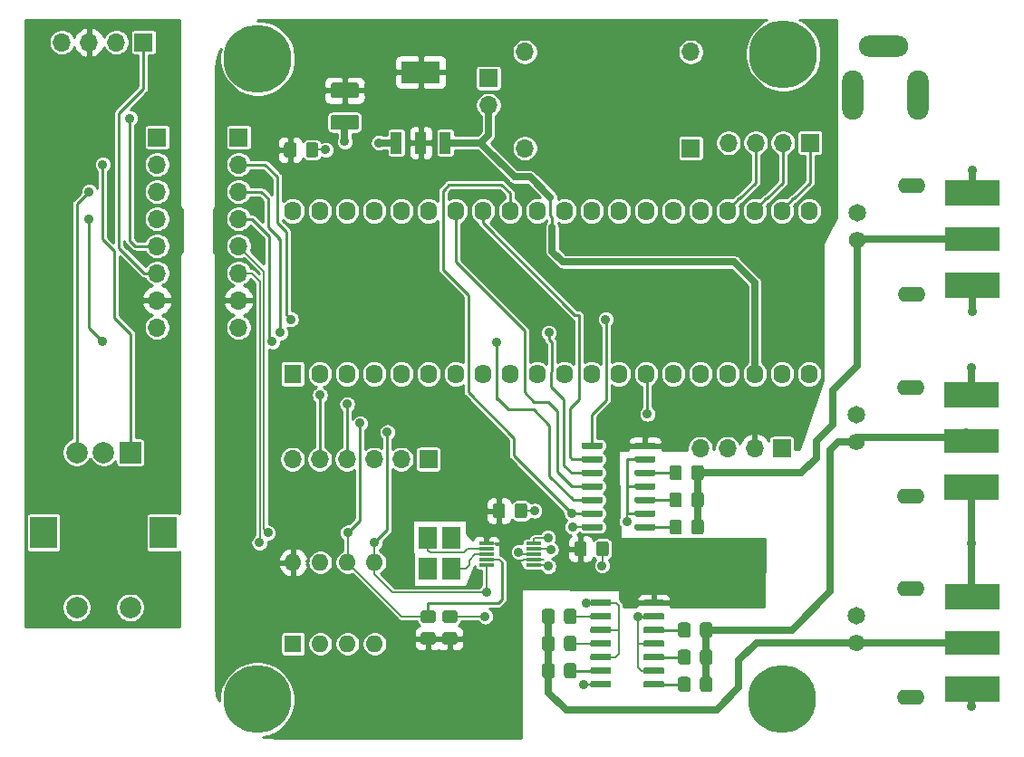
<source format=gbr>
G04 #@! TF.GenerationSoftware,KiCad,Pcbnew,(5.1.5)-3*
G04 #@! TF.CreationDate,2020-10-17T15:18:02-04:00*
G04 #@! TF.ProjectId,VFO-002,56464f2d-3030-4322-9e6b-696361645f70,1*
G04 #@! TF.SameCoordinates,Original*
G04 #@! TF.FileFunction,Copper,L1,Top*
G04 #@! TF.FilePolarity,Positive*
%FSLAX46Y46*%
G04 Gerber Fmt 4.6, Leading zero omitted, Abs format (unit mm)*
G04 Created by KiCad (PCBNEW (5.1.5)-3) date 2020-10-17 15:18:02*
%MOMM*%
%LPD*%
G04 APERTURE LIST*
%ADD10O,1.600000X1.800000*%
%ADD11R,1.600000X1.800000*%
%ADD12O,1.700000X1.700000*%
%ADD13R,1.700000X1.700000*%
%ADD14C,1.574800*%
%ADD15C,1.651000*%
%ADD16O,2.600000X1.400000*%
%ADD17O,1.600000X1.600000*%
%ADD18R,1.600000X1.600000*%
%ADD19R,1.800000X2.100000*%
%ADD20O,4.600000X2.000000*%
%ADD21O,2.000000X4.600000*%
%ADD22C,0.150000*%
%ADD23R,2.000000X2.000000*%
%ADD24C,2.000000*%
%ADD25R,2.500000X3.000000*%
%ADD26R,1.400000X0.300000*%
%ADD27C,6.350000*%
%ADD28R,1.016000X2.032000*%
%ADD29R,3.657600X2.032000*%
%ADD30R,5.080000X2.413000*%
%ADD31R,5.080000X2.286000*%
%ADD32C,0.889000*%
%ADD33C,0.152400*%
%ADD34C,0.635000*%
%ADD35C,0.254000*%
G04 APERTURE END LIST*
D10*
X116800000Y-81810000D03*
X165060000Y-97050000D03*
X119340000Y-81810000D03*
X162520000Y-97050000D03*
X121880000Y-81810000D03*
X159980000Y-97050000D03*
X124420000Y-81810000D03*
X157440000Y-97050000D03*
X126960000Y-81810000D03*
X154900000Y-97050000D03*
X129500000Y-81810000D03*
X152360000Y-97050000D03*
X132040000Y-81810000D03*
X149820000Y-97050000D03*
X134580000Y-81810000D03*
X147280000Y-97050000D03*
X137120000Y-81810000D03*
X144740000Y-97050000D03*
X139660000Y-81810000D03*
X142200000Y-97050000D03*
X142200000Y-81810000D03*
X139660000Y-97050000D03*
X144740000Y-81810000D03*
X137120000Y-97050000D03*
X147280000Y-81810000D03*
X134580000Y-97050000D03*
X149820000Y-81810000D03*
X132040000Y-97050000D03*
X152360000Y-81810000D03*
X129500000Y-97050000D03*
X154900000Y-81810000D03*
X126960000Y-97050000D03*
X157440000Y-81810000D03*
X124420000Y-97050000D03*
X159980000Y-81810000D03*
X121880000Y-97050000D03*
X162520000Y-81810000D03*
X119340000Y-97050000D03*
X165060000Y-81810000D03*
D11*
X116800000Y-97050000D03*
D12*
X138500000Y-66950000D03*
X154000000Y-66950000D03*
X138500000Y-75950000D03*
D13*
X154000000Y-75950000D03*
D14*
X169500000Y-103400000D03*
D15*
X169500000Y-100860000D03*
D16*
X174580000Y-98320000D03*
X174580000Y-108480000D03*
D14*
X169545000Y-84500000D03*
D15*
X169545000Y-81960000D03*
D16*
X174625000Y-79420000D03*
X174625000Y-89580000D03*
D17*
X116850000Y-114680000D03*
X124470000Y-122300000D03*
X119390000Y-114680000D03*
X121930000Y-122300000D03*
X121930000Y-114680000D03*
X119390000Y-122300000D03*
X124470000Y-114680000D03*
D18*
X116850000Y-122300000D03*
D12*
X116790000Y-105030000D03*
X119330000Y-105030000D03*
X121870000Y-105030000D03*
X124410000Y-105030000D03*
X126950000Y-105030000D03*
D13*
X129490000Y-105030000D03*
D19*
X131665000Y-112350000D03*
X131665000Y-115250000D03*
X129465000Y-115250000D03*
X129465000Y-112350000D03*
D12*
X154890000Y-104014000D03*
X157430000Y-104014000D03*
X159970000Y-104014000D03*
D13*
X162510000Y-104014000D03*
D12*
X111760000Y-92710000D03*
X111760000Y-90170000D03*
X111760000Y-87630000D03*
X111760000Y-85090000D03*
X111760000Y-82550000D03*
X111760000Y-80010000D03*
X111760000Y-77470000D03*
D13*
X111760000Y-74930000D03*
D20*
X172050000Y-66400000D03*
D21*
X169150000Y-71000000D03*
X175250000Y-71000000D03*
G04 #@! TA.AperFunction,SMDPad,CuDef*
D22*
G36*
X152944505Y-110681204D02*
G01*
X152968773Y-110684804D01*
X152992572Y-110690765D01*
X153015671Y-110699030D01*
X153037850Y-110709520D01*
X153058893Y-110722132D01*
X153078599Y-110736747D01*
X153096777Y-110753223D01*
X153113253Y-110771401D01*
X153127868Y-110791107D01*
X153140480Y-110812150D01*
X153150970Y-110834329D01*
X153159235Y-110857428D01*
X153165196Y-110881227D01*
X153168796Y-110905495D01*
X153170000Y-110929999D01*
X153170000Y-111830001D01*
X153168796Y-111854505D01*
X153165196Y-111878773D01*
X153159235Y-111902572D01*
X153150970Y-111925671D01*
X153140480Y-111947850D01*
X153127868Y-111968893D01*
X153113253Y-111988599D01*
X153096777Y-112006777D01*
X153078599Y-112023253D01*
X153058893Y-112037868D01*
X153037850Y-112050480D01*
X153015671Y-112060970D01*
X152992572Y-112069235D01*
X152968773Y-112075196D01*
X152944505Y-112078796D01*
X152920001Y-112080000D01*
X152269999Y-112080000D01*
X152245495Y-112078796D01*
X152221227Y-112075196D01*
X152197428Y-112069235D01*
X152174329Y-112060970D01*
X152152150Y-112050480D01*
X152131107Y-112037868D01*
X152111401Y-112023253D01*
X152093223Y-112006777D01*
X152076747Y-111988599D01*
X152062132Y-111968893D01*
X152049520Y-111947850D01*
X152039030Y-111925671D01*
X152030765Y-111902572D01*
X152024804Y-111878773D01*
X152021204Y-111854505D01*
X152020000Y-111830001D01*
X152020000Y-110929999D01*
X152021204Y-110905495D01*
X152024804Y-110881227D01*
X152030765Y-110857428D01*
X152039030Y-110834329D01*
X152049520Y-110812150D01*
X152062132Y-110791107D01*
X152076747Y-110771401D01*
X152093223Y-110753223D01*
X152111401Y-110736747D01*
X152131107Y-110722132D01*
X152152150Y-110709520D01*
X152174329Y-110699030D01*
X152197428Y-110690765D01*
X152221227Y-110684804D01*
X152245495Y-110681204D01*
X152269999Y-110680000D01*
X152920001Y-110680000D01*
X152944505Y-110681204D01*
G37*
G04 #@! TD.AperFunction*
G04 #@! TA.AperFunction,SMDPad,CuDef*
G36*
X154994505Y-110681204D02*
G01*
X155018773Y-110684804D01*
X155042572Y-110690765D01*
X155065671Y-110699030D01*
X155087850Y-110709520D01*
X155108893Y-110722132D01*
X155128599Y-110736747D01*
X155146777Y-110753223D01*
X155163253Y-110771401D01*
X155177868Y-110791107D01*
X155190480Y-110812150D01*
X155200970Y-110834329D01*
X155209235Y-110857428D01*
X155215196Y-110881227D01*
X155218796Y-110905495D01*
X155220000Y-110929999D01*
X155220000Y-111830001D01*
X155218796Y-111854505D01*
X155215196Y-111878773D01*
X155209235Y-111902572D01*
X155200970Y-111925671D01*
X155190480Y-111947850D01*
X155177868Y-111968893D01*
X155163253Y-111988599D01*
X155146777Y-112006777D01*
X155128599Y-112023253D01*
X155108893Y-112037868D01*
X155087850Y-112050480D01*
X155065671Y-112060970D01*
X155042572Y-112069235D01*
X155018773Y-112075196D01*
X154994505Y-112078796D01*
X154970001Y-112080000D01*
X154319999Y-112080000D01*
X154295495Y-112078796D01*
X154271227Y-112075196D01*
X154247428Y-112069235D01*
X154224329Y-112060970D01*
X154202150Y-112050480D01*
X154181107Y-112037868D01*
X154161401Y-112023253D01*
X154143223Y-112006777D01*
X154126747Y-111988599D01*
X154112132Y-111968893D01*
X154099520Y-111947850D01*
X154089030Y-111925671D01*
X154080765Y-111902572D01*
X154074804Y-111878773D01*
X154071204Y-111854505D01*
X154070000Y-111830001D01*
X154070000Y-110929999D01*
X154071204Y-110905495D01*
X154074804Y-110881227D01*
X154080765Y-110857428D01*
X154089030Y-110834329D01*
X154099520Y-110812150D01*
X154112132Y-110791107D01*
X154126747Y-110771401D01*
X154143223Y-110753223D01*
X154161401Y-110736747D01*
X154181107Y-110722132D01*
X154202150Y-110709520D01*
X154224329Y-110699030D01*
X154247428Y-110690765D01*
X154271227Y-110684804D01*
X154295495Y-110681204D01*
X154319999Y-110680000D01*
X154970001Y-110680000D01*
X154994505Y-110681204D01*
G37*
G04 #@! TD.AperFunction*
G04 #@! TA.AperFunction,SMDPad,CuDef*
G36*
X152944505Y-108141204D02*
G01*
X152968773Y-108144804D01*
X152992572Y-108150765D01*
X153015671Y-108159030D01*
X153037850Y-108169520D01*
X153058893Y-108182132D01*
X153078599Y-108196747D01*
X153096777Y-108213223D01*
X153113253Y-108231401D01*
X153127868Y-108251107D01*
X153140480Y-108272150D01*
X153150970Y-108294329D01*
X153159235Y-108317428D01*
X153165196Y-108341227D01*
X153168796Y-108365495D01*
X153170000Y-108389999D01*
X153170000Y-109290001D01*
X153168796Y-109314505D01*
X153165196Y-109338773D01*
X153159235Y-109362572D01*
X153150970Y-109385671D01*
X153140480Y-109407850D01*
X153127868Y-109428893D01*
X153113253Y-109448599D01*
X153096777Y-109466777D01*
X153078599Y-109483253D01*
X153058893Y-109497868D01*
X153037850Y-109510480D01*
X153015671Y-109520970D01*
X152992572Y-109529235D01*
X152968773Y-109535196D01*
X152944505Y-109538796D01*
X152920001Y-109540000D01*
X152269999Y-109540000D01*
X152245495Y-109538796D01*
X152221227Y-109535196D01*
X152197428Y-109529235D01*
X152174329Y-109520970D01*
X152152150Y-109510480D01*
X152131107Y-109497868D01*
X152111401Y-109483253D01*
X152093223Y-109466777D01*
X152076747Y-109448599D01*
X152062132Y-109428893D01*
X152049520Y-109407850D01*
X152039030Y-109385671D01*
X152030765Y-109362572D01*
X152024804Y-109338773D01*
X152021204Y-109314505D01*
X152020000Y-109290001D01*
X152020000Y-108389999D01*
X152021204Y-108365495D01*
X152024804Y-108341227D01*
X152030765Y-108317428D01*
X152039030Y-108294329D01*
X152049520Y-108272150D01*
X152062132Y-108251107D01*
X152076747Y-108231401D01*
X152093223Y-108213223D01*
X152111401Y-108196747D01*
X152131107Y-108182132D01*
X152152150Y-108169520D01*
X152174329Y-108159030D01*
X152197428Y-108150765D01*
X152221227Y-108144804D01*
X152245495Y-108141204D01*
X152269999Y-108140000D01*
X152920001Y-108140000D01*
X152944505Y-108141204D01*
G37*
G04 #@! TD.AperFunction*
G04 #@! TA.AperFunction,SMDPad,CuDef*
G36*
X154994505Y-108141204D02*
G01*
X155018773Y-108144804D01*
X155042572Y-108150765D01*
X155065671Y-108159030D01*
X155087850Y-108169520D01*
X155108893Y-108182132D01*
X155128599Y-108196747D01*
X155146777Y-108213223D01*
X155163253Y-108231401D01*
X155177868Y-108251107D01*
X155190480Y-108272150D01*
X155200970Y-108294329D01*
X155209235Y-108317428D01*
X155215196Y-108341227D01*
X155218796Y-108365495D01*
X155220000Y-108389999D01*
X155220000Y-109290001D01*
X155218796Y-109314505D01*
X155215196Y-109338773D01*
X155209235Y-109362572D01*
X155200970Y-109385671D01*
X155190480Y-109407850D01*
X155177868Y-109428893D01*
X155163253Y-109448599D01*
X155146777Y-109466777D01*
X155128599Y-109483253D01*
X155108893Y-109497868D01*
X155087850Y-109510480D01*
X155065671Y-109520970D01*
X155042572Y-109529235D01*
X155018773Y-109535196D01*
X154994505Y-109538796D01*
X154970001Y-109540000D01*
X154319999Y-109540000D01*
X154295495Y-109538796D01*
X154271227Y-109535196D01*
X154247428Y-109529235D01*
X154224329Y-109520970D01*
X154202150Y-109510480D01*
X154181107Y-109497868D01*
X154161401Y-109483253D01*
X154143223Y-109466777D01*
X154126747Y-109448599D01*
X154112132Y-109428893D01*
X154099520Y-109407850D01*
X154089030Y-109385671D01*
X154080765Y-109362572D01*
X154074804Y-109338773D01*
X154071204Y-109314505D01*
X154070000Y-109290001D01*
X154070000Y-108389999D01*
X154071204Y-108365495D01*
X154074804Y-108341227D01*
X154080765Y-108317428D01*
X154089030Y-108294329D01*
X154099520Y-108272150D01*
X154112132Y-108251107D01*
X154126747Y-108231401D01*
X154143223Y-108213223D01*
X154161401Y-108196747D01*
X154181107Y-108182132D01*
X154202150Y-108169520D01*
X154224329Y-108159030D01*
X154247428Y-108150765D01*
X154271227Y-108144804D01*
X154295495Y-108141204D01*
X154319999Y-108140000D01*
X154970001Y-108140000D01*
X154994505Y-108141204D01*
G37*
G04 #@! TD.AperFunction*
G04 #@! TA.AperFunction,SMDPad,CuDef*
G36*
X153744505Y-122841204D02*
G01*
X153768773Y-122844804D01*
X153792572Y-122850765D01*
X153815671Y-122859030D01*
X153837850Y-122869520D01*
X153858893Y-122882132D01*
X153878599Y-122896747D01*
X153896777Y-122913223D01*
X153913253Y-122931401D01*
X153927868Y-122951107D01*
X153940480Y-122972150D01*
X153950970Y-122994329D01*
X153959235Y-123017428D01*
X153965196Y-123041227D01*
X153968796Y-123065495D01*
X153970000Y-123089999D01*
X153970000Y-123990001D01*
X153968796Y-124014505D01*
X153965196Y-124038773D01*
X153959235Y-124062572D01*
X153950970Y-124085671D01*
X153940480Y-124107850D01*
X153927868Y-124128893D01*
X153913253Y-124148599D01*
X153896777Y-124166777D01*
X153878599Y-124183253D01*
X153858893Y-124197868D01*
X153837850Y-124210480D01*
X153815671Y-124220970D01*
X153792572Y-124229235D01*
X153768773Y-124235196D01*
X153744505Y-124238796D01*
X153720001Y-124240000D01*
X153069999Y-124240000D01*
X153045495Y-124238796D01*
X153021227Y-124235196D01*
X152997428Y-124229235D01*
X152974329Y-124220970D01*
X152952150Y-124210480D01*
X152931107Y-124197868D01*
X152911401Y-124183253D01*
X152893223Y-124166777D01*
X152876747Y-124148599D01*
X152862132Y-124128893D01*
X152849520Y-124107850D01*
X152839030Y-124085671D01*
X152830765Y-124062572D01*
X152824804Y-124038773D01*
X152821204Y-124014505D01*
X152820000Y-123990001D01*
X152820000Y-123089999D01*
X152821204Y-123065495D01*
X152824804Y-123041227D01*
X152830765Y-123017428D01*
X152839030Y-122994329D01*
X152849520Y-122972150D01*
X152862132Y-122951107D01*
X152876747Y-122931401D01*
X152893223Y-122913223D01*
X152911401Y-122896747D01*
X152931107Y-122882132D01*
X152952150Y-122869520D01*
X152974329Y-122859030D01*
X152997428Y-122850765D01*
X153021227Y-122844804D01*
X153045495Y-122841204D01*
X153069999Y-122840000D01*
X153720001Y-122840000D01*
X153744505Y-122841204D01*
G37*
G04 #@! TD.AperFunction*
G04 #@! TA.AperFunction,SMDPad,CuDef*
G36*
X155794505Y-122841204D02*
G01*
X155818773Y-122844804D01*
X155842572Y-122850765D01*
X155865671Y-122859030D01*
X155887850Y-122869520D01*
X155908893Y-122882132D01*
X155928599Y-122896747D01*
X155946777Y-122913223D01*
X155963253Y-122931401D01*
X155977868Y-122951107D01*
X155990480Y-122972150D01*
X156000970Y-122994329D01*
X156009235Y-123017428D01*
X156015196Y-123041227D01*
X156018796Y-123065495D01*
X156020000Y-123089999D01*
X156020000Y-123990001D01*
X156018796Y-124014505D01*
X156015196Y-124038773D01*
X156009235Y-124062572D01*
X156000970Y-124085671D01*
X155990480Y-124107850D01*
X155977868Y-124128893D01*
X155963253Y-124148599D01*
X155946777Y-124166777D01*
X155928599Y-124183253D01*
X155908893Y-124197868D01*
X155887850Y-124210480D01*
X155865671Y-124220970D01*
X155842572Y-124229235D01*
X155818773Y-124235196D01*
X155794505Y-124238796D01*
X155770001Y-124240000D01*
X155119999Y-124240000D01*
X155095495Y-124238796D01*
X155071227Y-124235196D01*
X155047428Y-124229235D01*
X155024329Y-124220970D01*
X155002150Y-124210480D01*
X154981107Y-124197868D01*
X154961401Y-124183253D01*
X154943223Y-124166777D01*
X154926747Y-124148599D01*
X154912132Y-124128893D01*
X154899520Y-124107850D01*
X154889030Y-124085671D01*
X154880765Y-124062572D01*
X154874804Y-124038773D01*
X154871204Y-124014505D01*
X154870000Y-123990001D01*
X154870000Y-123089999D01*
X154871204Y-123065495D01*
X154874804Y-123041227D01*
X154880765Y-123017428D01*
X154889030Y-122994329D01*
X154899520Y-122972150D01*
X154912132Y-122951107D01*
X154926747Y-122931401D01*
X154943223Y-122913223D01*
X154961401Y-122896747D01*
X154981107Y-122882132D01*
X155002150Y-122869520D01*
X155024329Y-122859030D01*
X155047428Y-122850765D01*
X155071227Y-122844804D01*
X155095495Y-122841204D01*
X155119999Y-122840000D01*
X155770001Y-122840000D01*
X155794505Y-122841204D01*
G37*
G04 #@! TD.AperFunction*
G04 #@! TA.AperFunction,SMDPad,CuDef*
G36*
X153744505Y-120301204D02*
G01*
X153768773Y-120304804D01*
X153792572Y-120310765D01*
X153815671Y-120319030D01*
X153837850Y-120329520D01*
X153858893Y-120342132D01*
X153878599Y-120356747D01*
X153896777Y-120373223D01*
X153913253Y-120391401D01*
X153927868Y-120411107D01*
X153940480Y-120432150D01*
X153950970Y-120454329D01*
X153959235Y-120477428D01*
X153965196Y-120501227D01*
X153968796Y-120525495D01*
X153970000Y-120549999D01*
X153970000Y-121450001D01*
X153968796Y-121474505D01*
X153965196Y-121498773D01*
X153959235Y-121522572D01*
X153950970Y-121545671D01*
X153940480Y-121567850D01*
X153927868Y-121588893D01*
X153913253Y-121608599D01*
X153896777Y-121626777D01*
X153878599Y-121643253D01*
X153858893Y-121657868D01*
X153837850Y-121670480D01*
X153815671Y-121680970D01*
X153792572Y-121689235D01*
X153768773Y-121695196D01*
X153744505Y-121698796D01*
X153720001Y-121700000D01*
X153069999Y-121700000D01*
X153045495Y-121698796D01*
X153021227Y-121695196D01*
X152997428Y-121689235D01*
X152974329Y-121680970D01*
X152952150Y-121670480D01*
X152931107Y-121657868D01*
X152911401Y-121643253D01*
X152893223Y-121626777D01*
X152876747Y-121608599D01*
X152862132Y-121588893D01*
X152849520Y-121567850D01*
X152839030Y-121545671D01*
X152830765Y-121522572D01*
X152824804Y-121498773D01*
X152821204Y-121474505D01*
X152820000Y-121450001D01*
X152820000Y-120549999D01*
X152821204Y-120525495D01*
X152824804Y-120501227D01*
X152830765Y-120477428D01*
X152839030Y-120454329D01*
X152849520Y-120432150D01*
X152862132Y-120411107D01*
X152876747Y-120391401D01*
X152893223Y-120373223D01*
X152911401Y-120356747D01*
X152931107Y-120342132D01*
X152952150Y-120329520D01*
X152974329Y-120319030D01*
X152997428Y-120310765D01*
X153021227Y-120304804D01*
X153045495Y-120301204D01*
X153069999Y-120300000D01*
X153720001Y-120300000D01*
X153744505Y-120301204D01*
G37*
G04 #@! TD.AperFunction*
G04 #@! TA.AperFunction,SMDPad,CuDef*
G36*
X155794505Y-120301204D02*
G01*
X155818773Y-120304804D01*
X155842572Y-120310765D01*
X155865671Y-120319030D01*
X155887850Y-120329520D01*
X155908893Y-120342132D01*
X155928599Y-120356747D01*
X155946777Y-120373223D01*
X155963253Y-120391401D01*
X155977868Y-120411107D01*
X155990480Y-120432150D01*
X156000970Y-120454329D01*
X156009235Y-120477428D01*
X156015196Y-120501227D01*
X156018796Y-120525495D01*
X156020000Y-120549999D01*
X156020000Y-121450001D01*
X156018796Y-121474505D01*
X156015196Y-121498773D01*
X156009235Y-121522572D01*
X156000970Y-121545671D01*
X155990480Y-121567850D01*
X155977868Y-121588893D01*
X155963253Y-121608599D01*
X155946777Y-121626777D01*
X155928599Y-121643253D01*
X155908893Y-121657868D01*
X155887850Y-121670480D01*
X155865671Y-121680970D01*
X155842572Y-121689235D01*
X155818773Y-121695196D01*
X155794505Y-121698796D01*
X155770001Y-121700000D01*
X155119999Y-121700000D01*
X155095495Y-121698796D01*
X155071227Y-121695196D01*
X155047428Y-121689235D01*
X155024329Y-121680970D01*
X155002150Y-121670480D01*
X154981107Y-121657868D01*
X154961401Y-121643253D01*
X154943223Y-121626777D01*
X154926747Y-121608599D01*
X154912132Y-121588893D01*
X154899520Y-121567850D01*
X154889030Y-121545671D01*
X154880765Y-121522572D01*
X154874804Y-121498773D01*
X154871204Y-121474505D01*
X154870000Y-121450001D01*
X154870000Y-120549999D01*
X154871204Y-120525495D01*
X154874804Y-120501227D01*
X154880765Y-120477428D01*
X154889030Y-120454329D01*
X154899520Y-120432150D01*
X154912132Y-120411107D01*
X154926747Y-120391401D01*
X154943223Y-120373223D01*
X154961401Y-120356747D01*
X154981107Y-120342132D01*
X155002150Y-120329520D01*
X155024329Y-120319030D01*
X155047428Y-120310765D01*
X155071227Y-120304804D01*
X155095495Y-120301204D01*
X155119999Y-120300000D01*
X155770001Y-120300000D01*
X155794505Y-120301204D01*
G37*
G04 #@! TD.AperFunction*
G04 #@! TA.AperFunction,SMDPad,CuDef*
G36*
X153744505Y-125381204D02*
G01*
X153768773Y-125384804D01*
X153792572Y-125390765D01*
X153815671Y-125399030D01*
X153837850Y-125409520D01*
X153858893Y-125422132D01*
X153878599Y-125436747D01*
X153896777Y-125453223D01*
X153913253Y-125471401D01*
X153927868Y-125491107D01*
X153940480Y-125512150D01*
X153950970Y-125534329D01*
X153959235Y-125557428D01*
X153965196Y-125581227D01*
X153968796Y-125605495D01*
X153970000Y-125629999D01*
X153970000Y-126530001D01*
X153968796Y-126554505D01*
X153965196Y-126578773D01*
X153959235Y-126602572D01*
X153950970Y-126625671D01*
X153940480Y-126647850D01*
X153927868Y-126668893D01*
X153913253Y-126688599D01*
X153896777Y-126706777D01*
X153878599Y-126723253D01*
X153858893Y-126737868D01*
X153837850Y-126750480D01*
X153815671Y-126760970D01*
X153792572Y-126769235D01*
X153768773Y-126775196D01*
X153744505Y-126778796D01*
X153720001Y-126780000D01*
X153069999Y-126780000D01*
X153045495Y-126778796D01*
X153021227Y-126775196D01*
X152997428Y-126769235D01*
X152974329Y-126760970D01*
X152952150Y-126750480D01*
X152931107Y-126737868D01*
X152911401Y-126723253D01*
X152893223Y-126706777D01*
X152876747Y-126688599D01*
X152862132Y-126668893D01*
X152849520Y-126647850D01*
X152839030Y-126625671D01*
X152830765Y-126602572D01*
X152824804Y-126578773D01*
X152821204Y-126554505D01*
X152820000Y-126530001D01*
X152820000Y-125629999D01*
X152821204Y-125605495D01*
X152824804Y-125581227D01*
X152830765Y-125557428D01*
X152839030Y-125534329D01*
X152849520Y-125512150D01*
X152862132Y-125491107D01*
X152876747Y-125471401D01*
X152893223Y-125453223D01*
X152911401Y-125436747D01*
X152931107Y-125422132D01*
X152952150Y-125409520D01*
X152974329Y-125399030D01*
X152997428Y-125390765D01*
X153021227Y-125384804D01*
X153045495Y-125381204D01*
X153069999Y-125380000D01*
X153720001Y-125380000D01*
X153744505Y-125381204D01*
G37*
G04 #@! TD.AperFunction*
G04 #@! TA.AperFunction,SMDPad,CuDef*
G36*
X155794505Y-125381204D02*
G01*
X155818773Y-125384804D01*
X155842572Y-125390765D01*
X155865671Y-125399030D01*
X155887850Y-125409520D01*
X155908893Y-125422132D01*
X155928599Y-125436747D01*
X155946777Y-125453223D01*
X155963253Y-125471401D01*
X155977868Y-125491107D01*
X155990480Y-125512150D01*
X156000970Y-125534329D01*
X156009235Y-125557428D01*
X156015196Y-125581227D01*
X156018796Y-125605495D01*
X156020000Y-125629999D01*
X156020000Y-126530001D01*
X156018796Y-126554505D01*
X156015196Y-126578773D01*
X156009235Y-126602572D01*
X156000970Y-126625671D01*
X155990480Y-126647850D01*
X155977868Y-126668893D01*
X155963253Y-126688599D01*
X155946777Y-126706777D01*
X155928599Y-126723253D01*
X155908893Y-126737868D01*
X155887850Y-126750480D01*
X155865671Y-126760970D01*
X155842572Y-126769235D01*
X155818773Y-126775196D01*
X155794505Y-126778796D01*
X155770001Y-126780000D01*
X155119999Y-126780000D01*
X155095495Y-126778796D01*
X155071227Y-126775196D01*
X155047428Y-126769235D01*
X155024329Y-126760970D01*
X155002150Y-126750480D01*
X154981107Y-126737868D01*
X154961401Y-126723253D01*
X154943223Y-126706777D01*
X154926747Y-126688599D01*
X154912132Y-126668893D01*
X154899520Y-126647850D01*
X154889030Y-126625671D01*
X154880765Y-126602572D01*
X154874804Y-126578773D01*
X154871204Y-126554505D01*
X154870000Y-126530001D01*
X154870000Y-125629999D01*
X154871204Y-125605495D01*
X154874804Y-125581227D01*
X154880765Y-125557428D01*
X154889030Y-125534329D01*
X154899520Y-125512150D01*
X154912132Y-125491107D01*
X154926747Y-125471401D01*
X154943223Y-125453223D01*
X154961401Y-125436747D01*
X154981107Y-125422132D01*
X155002150Y-125409520D01*
X155024329Y-125399030D01*
X155047428Y-125390765D01*
X155071227Y-125384804D01*
X155095495Y-125381204D01*
X155119999Y-125380000D01*
X155770001Y-125380000D01*
X155794505Y-125381204D01*
G37*
G04 #@! TD.AperFunction*
G04 #@! TA.AperFunction,SMDPad,CuDef*
G36*
X143094505Y-119031204D02*
G01*
X143118773Y-119034804D01*
X143142572Y-119040765D01*
X143165671Y-119049030D01*
X143187850Y-119059520D01*
X143208893Y-119072132D01*
X143228599Y-119086747D01*
X143246777Y-119103223D01*
X143263253Y-119121401D01*
X143277868Y-119141107D01*
X143290480Y-119162150D01*
X143300970Y-119184329D01*
X143309235Y-119207428D01*
X143315196Y-119231227D01*
X143318796Y-119255495D01*
X143320000Y-119279999D01*
X143320000Y-120180001D01*
X143318796Y-120204505D01*
X143315196Y-120228773D01*
X143309235Y-120252572D01*
X143300970Y-120275671D01*
X143290480Y-120297850D01*
X143277868Y-120318893D01*
X143263253Y-120338599D01*
X143246777Y-120356777D01*
X143228599Y-120373253D01*
X143208893Y-120387868D01*
X143187850Y-120400480D01*
X143165671Y-120410970D01*
X143142572Y-120419235D01*
X143118773Y-120425196D01*
X143094505Y-120428796D01*
X143070001Y-120430000D01*
X142419999Y-120430000D01*
X142395495Y-120428796D01*
X142371227Y-120425196D01*
X142347428Y-120419235D01*
X142324329Y-120410970D01*
X142302150Y-120400480D01*
X142281107Y-120387868D01*
X142261401Y-120373253D01*
X142243223Y-120356777D01*
X142226747Y-120338599D01*
X142212132Y-120318893D01*
X142199520Y-120297850D01*
X142189030Y-120275671D01*
X142180765Y-120252572D01*
X142174804Y-120228773D01*
X142171204Y-120204505D01*
X142170000Y-120180001D01*
X142170000Y-119279999D01*
X142171204Y-119255495D01*
X142174804Y-119231227D01*
X142180765Y-119207428D01*
X142189030Y-119184329D01*
X142199520Y-119162150D01*
X142212132Y-119141107D01*
X142226747Y-119121401D01*
X142243223Y-119103223D01*
X142261401Y-119086747D01*
X142281107Y-119072132D01*
X142302150Y-119059520D01*
X142324329Y-119049030D01*
X142347428Y-119040765D01*
X142371227Y-119034804D01*
X142395495Y-119031204D01*
X142419999Y-119030000D01*
X143070001Y-119030000D01*
X143094505Y-119031204D01*
G37*
G04 #@! TD.AperFunction*
G04 #@! TA.AperFunction,SMDPad,CuDef*
G36*
X141044505Y-119031204D02*
G01*
X141068773Y-119034804D01*
X141092572Y-119040765D01*
X141115671Y-119049030D01*
X141137850Y-119059520D01*
X141158893Y-119072132D01*
X141178599Y-119086747D01*
X141196777Y-119103223D01*
X141213253Y-119121401D01*
X141227868Y-119141107D01*
X141240480Y-119162150D01*
X141250970Y-119184329D01*
X141259235Y-119207428D01*
X141265196Y-119231227D01*
X141268796Y-119255495D01*
X141270000Y-119279999D01*
X141270000Y-120180001D01*
X141268796Y-120204505D01*
X141265196Y-120228773D01*
X141259235Y-120252572D01*
X141250970Y-120275671D01*
X141240480Y-120297850D01*
X141227868Y-120318893D01*
X141213253Y-120338599D01*
X141196777Y-120356777D01*
X141178599Y-120373253D01*
X141158893Y-120387868D01*
X141137850Y-120400480D01*
X141115671Y-120410970D01*
X141092572Y-120419235D01*
X141068773Y-120425196D01*
X141044505Y-120428796D01*
X141020001Y-120430000D01*
X140369999Y-120430000D01*
X140345495Y-120428796D01*
X140321227Y-120425196D01*
X140297428Y-120419235D01*
X140274329Y-120410970D01*
X140252150Y-120400480D01*
X140231107Y-120387868D01*
X140211401Y-120373253D01*
X140193223Y-120356777D01*
X140176747Y-120338599D01*
X140162132Y-120318893D01*
X140149520Y-120297850D01*
X140139030Y-120275671D01*
X140130765Y-120252572D01*
X140124804Y-120228773D01*
X140121204Y-120204505D01*
X140120000Y-120180001D01*
X140120000Y-119279999D01*
X140121204Y-119255495D01*
X140124804Y-119231227D01*
X140130765Y-119207428D01*
X140139030Y-119184329D01*
X140149520Y-119162150D01*
X140162132Y-119141107D01*
X140176747Y-119121401D01*
X140193223Y-119103223D01*
X140211401Y-119086747D01*
X140231107Y-119072132D01*
X140252150Y-119059520D01*
X140274329Y-119049030D01*
X140297428Y-119040765D01*
X140321227Y-119034804D01*
X140345495Y-119031204D01*
X140369999Y-119030000D01*
X141020001Y-119030000D01*
X141044505Y-119031204D01*
G37*
G04 #@! TD.AperFunction*
G04 #@! TA.AperFunction,SMDPad,CuDef*
G36*
X131964505Y-119169204D02*
G01*
X131988773Y-119172804D01*
X132012572Y-119178765D01*
X132035671Y-119187030D01*
X132057850Y-119197520D01*
X132078893Y-119210132D01*
X132098599Y-119224747D01*
X132116777Y-119241223D01*
X132133253Y-119259401D01*
X132147868Y-119279107D01*
X132160480Y-119300150D01*
X132170970Y-119322329D01*
X132179235Y-119345428D01*
X132185196Y-119369227D01*
X132188796Y-119393495D01*
X132190000Y-119417999D01*
X132190000Y-120068001D01*
X132188796Y-120092505D01*
X132185196Y-120116773D01*
X132179235Y-120140572D01*
X132170970Y-120163671D01*
X132160480Y-120185850D01*
X132147868Y-120206893D01*
X132133253Y-120226599D01*
X132116777Y-120244777D01*
X132098599Y-120261253D01*
X132078893Y-120275868D01*
X132057850Y-120288480D01*
X132035671Y-120298970D01*
X132012572Y-120307235D01*
X131988773Y-120313196D01*
X131964505Y-120316796D01*
X131940001Y-120318000D01*
X131039999Y-120318000D01*
X131015495Y-120316796D01*
X130991227Y-120313196D01*
X130967428Y-120307235D01*
X130944329Y-120298970D01*
X130922150Y-120288480D01*
X130901107Y-120275868D01*
X130881401Y-120261253D01*
X130863223Y-120244777D01*
X130846747Y-120226599D01*
X130832132Y-120206893D01*
X130819520Y-120185850D01*
X130809030Y-120163671D01*
X130800765Y-120140572D01*
X130794804Y-120116773D01*
X130791204Y-120092505D01*
X130790000Y-120068001D01*
X130790000Y-119417999D01*
X130791204Y-119393495D01*
X130794804Y-119369227D01*
X130800765Y-119345428D01*
X130809030Y-119322329D01*
X130819520Y-119300150D01*
X130832132Y-119279107D01*
X130846747Y-119259401D01*
X130863223Y-119241223D01*
X130881401Y-119224747D01*
X130901107Y-119210132D01*
X130922150Y-119197520D01*
X130944329Y-119187030D01*
X130967428Y-119178765D01*
X130991227Y-119172804D01*
X131015495Y-119169204D01*
X131039999Y-119168000D01*
X131940001Y-119168000D01*
X131964505Y-119169204D01*
G37*
G04 #@! TD.AperFunction*
G04 #@! TA.AperFunction,SMDPad,CuDef*
G36*
X131964505Y-121219204D02*
G01*
X131988773Y-121222804D01*
X132012572Y-121228765D01*
X132035671Y-121237030D01*
X132057850Y-121247520D01*
X132078893Y-121260132D01*
X132098599Y-121274747D01*
X132116777Y-121291223D01*
X132133253Y-121309401D01*
X132147868Y-121329107D01*
X132160480Y-121350150D01*
X132170970Y-121372329D01*
X132179235Y-121395428D01*
X132185196Y-121419227D01*
X132188796Y-121443495D01*
X132190000Y-121467999D01*
X132190000Y-122118001D01*
X132188796Y-122142505D01*
X132185196Y-122166773D01*
X132179235Y-122190572D01*
X132170970Y-122213671D01*
X132160480Y-122235850D01*
X132147868Y-122256893D01*
X132133253Y-122276599D01*
X132116777Y-122294777D01*
X132098599Y-122311253D01*
X132078893Y-122325868D01*
X132057850Y-122338480D01*
X132035671Y-122348970D01*
X132012572Y-122357235D01*
X131988773Y-122363196D01*
X131964505Y-122366796D01*
X131940001Y-122368000D01*
X131039999Y-122368000D01*
X131015495Y-122366796D01*
X130991227Y-122363196D01*
X130967428Y-122357235D01*
X130944329Y-122348970D01*
X130922150Y-122338480D01*
X130901107Y-122325868D01*
X130881401Y-122311253D01*
X130863223Y-122294777D01*
X130846747Y-122276599D01*
X130832132Y-122256893D01*
X130819520Y-122235850D01*
X130809030Y-122213671D01*
X130800765Y-122190572D01*
X130794804Y-122166773D01*
X130791204Y-122142505D01*
X130790000Y-122118001D01*
X130790000Y-121467999D01*
X130791204Y-121443495D01*
X130794804Y-121419227D01*
X130800765Y-121395428D01*
X130809030Y-121372329D01*
X130819520Y-121350150D01*
X130832132Y-121329107D01*
X130846747Y-121309401D01*
X130863223Y-121291223D01*
X130881401Y-121274747D01*
X130901107Y-121260132D01*
X130922150Y-121247520D01*
X130944329Y-121237030D01*
X130967428Y-121228765D01*
X130991227Y-121222804D01*
X131015495Y-121219204D01*
X131039999Y-121218000D01*
X131940001Y-121218000D01*
X131964505Y-121219204D01*
G37*
G04 #@! TD.AperFunction*
G04 #@! TA.AperFunction,SMDPad,CuDef*
G36*
X129932505Y-119169204D02*
G01*
X129956773Y-119172804D01*
X129980572Y-119178765D01*
X130003671Y-119187030D01*
X130025850Y-119197520D01*
X130046893Y-119210132D01*
X130066599Y-119224747D01*
X130084777Y-119241223D01*
X130101253Y-119259401D01*
X130115868Y-119279107D01*
X130128480Y-119300150D01*
X130138970Y-119322329D01*
X130147235Y-119345428D01*
X130153196Y-119369227D01*
X130156796Y-119393495D01*
X130158000Y-119417999D01*
X130158000Y-120068001D01*
X130156796Y-120092505D01*
X130153196Y-120116773D01*
X130147235Y-120140572D01*
X130138970Y-120163671D01*
X130128480Y-120185850D01*
X130115868Y-120206893D01*
X130101253Y-120226599D01*
X130084777Y-120244777D01*
X130066599Y-120261253D01*
X130046893Y-120275868D01*
X130025850Y-120288480D01*
X130003671Y-120298970D01*
X129980572Y-120307235D01*
X129956773Y-120313196D01*
X129932505Y-120316796D01*
X129908001Y-120318000D01*
X129007999Y-120318000D01*
X128983495Y-120316796D01*
X128959227Y-120313196D01*
X128935428Y-120307235D01*
X128912329Y-120298970D01*
X128890150Y-120288480D01*
X128869107Y-120275868D01*
X128849401Y-120261253D01*
X128831223Y-120244777D01*
X128814747Y-120226599D01*
X128800132Y-120206893D01*
X128787520Y-120185850D01*
X128777030Y-120163671D01*
X128768765Y-120140572D01*
X128762804Y-120116773D01*
X128759204Y-120092505D01*
X128758000Y-120068001D01*
X128758000Y-119417999D01*
X128759204Y-119393495D01*
X128762804Y-119369227D01*
X128768765Y-119345428D01*
X128777030Y-119322329D01*
X128787520Y-119300150D01*
X128800132Y-119279107D01*
X128814747Y-119259401D01*
X128831223Y-119241223D01*
X128849401Y-119224747D01*
X128869107Y-119210132D01*
X128890150Y-119197520D01*
X128912329Y-119187030D01*
X128935428Y-119178765D01*
X128959227Y-119172804D01*
X128983495Y-119169204D01*
X129007999Y-119168000D01*
X129908001Y-119168000D01*
X129932505Y-119169204D01*
G37*
G04 #@! TD.AperFunction*
G04 #@! TA.AperFunction,SMDPad,CuDef*
G36*
X129932505Y-121219204D02*
G01*
X129956773Y-121222804D01*
X129980572Y-121228765D01*
X130003671Y-121237030D01*
X130025850Y-121247520D01*
X130046893Y-121260132D01*
X130066599Y-121274747D01*
X130084777Y-121291223D01*
X130101253Y-121309401D01*
X130115868Y-121329107D01*
X130128480Y-121350150D01*
X130138970Y-121372329D01*
X130147235Y-121395428D01*
X130153196Y-121419227D01*
X130156796Y-121443495D01*
X130158000Y-121467999D01*
X130158000Y-122118001D01*
X130156796Y-122142505D01*
X130153196Y-122166773D01*
X130147235Y-122190572D01*
X130138970Y-122213671D01*
X130128480Y-122235850D01*
X130115868Y-122256893D01*
X130101253Y-122276599D01*
X130084777Y-122294777D01*
X130066599Y-122311253D01*
X130046893Y-122325868D01*
X130025850Y-122338480D01*
X130003671Y-122348970D01*
X129980572Y-122357235D01*
X129956773Y-122363196D01*
X129932505Y-122366796D01*
X129908001Y-122368000D01*
X129007999Y-122368000D01*
X128983495Y-122366796D01*
X128959227Y-122363196D01*
X128935428Y-122357235D01*
X128912329Y-122348970D01*
X128890150Y-122338480D01*
X128869107Y-122325868D01*
X128849401Y-122311253D01*
X128831223Y-122294777D01*
X128814747Y-122276599D01*
X128800132Y-122256893D01*
X128787520Y-122235850D01*
X128777030Y-122213671D01*
X128768765Y-122190572D01*
X128762804Y-122166773D01*
X128759204Y-122142505D01*
X128758000Y-122118001D01*
X128758000Y-121467999D01*
X128759204Y-121443495D01*
X128762804Y-121419227D01*
X128768765Y-121395428D01*
X128777030Y-121372329D01*
X128787520Y-121350150D01*
X128800132Y-121329107D01*
X128814747Y-121309401D01*
X128831223Y-121291223D01*
X128849401Y-121274747D01*
X128869107Y-121260132D01*
X128890150Y-121247520D01*
X128912329Y-121237030D01*
X128935428Y-121228765D01*
X128959227Y-121222804D01*
X128983495Y-121219204D01*
X129007999Y-121218000D01*
X129908001Y-121218000D01*
X129932505Y-121219204D01*
G37*
G04 #@! TD.AperFunction*
G04 #@! TA.AperFunction,SMDPad,CuDef*
G36*
X152944505Y-105601204D02*
G01*
X152968773Y-105604804D01*
X152992572Y-105610765D01*
X153015671Y-105619030D01*
X153037850Y-105629520D01*
X153058893Y-105642132D01*
X153078599Y-105656747D01*
X153096777Y-105673223D01*
X153113253Y-105691401D01*
X153127868Y-105711107D01*
X153140480Y-105732150D01*
X153150970Y-105754329D01*
X153159235Y-105777428D01*
X153165196Y-105801227D01*
X153168796Y-105825495D01*
X153170000Y-105849999D01*
X153170000Y-106750001D01*
X153168796Y-106774505D01*
X153165196Y-106798773D01*
X153159235Y-106822572D01*
X153150970Y-106845671D01*
X153140480Y-106867850D01*
X153127868Y-106888893D01*
X153113253Y-106908599D01*
X153096777Y-106926777D01*
X153078599Y-106943253D01*
X153058893Y-106957868D01*
X153037850Y-106970480D01*
X153015671Y-106980970D01*
X152992572Y-106989235D01*
X152968773Y-106995196D01*
X152944505Y-106998796D01*
X152920001Y-107000000D01*
X152269999Y-107000000D01*
X152245495Y-106998796D01*
X152221227Y-106995196D01*
X152197428Y-106989235D01*
X152174329Y-106980970D01*
X152152150Y-106970480D01*
X152131107Y-106957868D01*
X152111401Y-106943253D01*
X152093223Y-106926777D01*
X152076747Y-106908599D01*
X152062132Y-106888893D01*
X152049520Y-106867850D01*
X152039030Y-106845671D01*
X152030765Y-106822572D01*
X152024804Y-106798773D01*
X152021204Y-106774505D01*
X152020000Y-106750001D01*
X152020000Y-105849999D01*
X152021204Y-105825495D01*
X152024804Y-105801227D01*
X152030765Y-105777428D01*
X152039030Y-105754329D01*
X152049520Y-105732150D01*
X152062132Y-105711107D01*
X152076747Y-105691401D01*
X152093223Y-105673223D01*
X152111401Y-105656747D01*
X152131107Y-105642132D01*
X152152150Y-105629520D01*
X152174329Y-105619030D01*
X152197428Y-105610765D01*
X152221227Y-105604804D01*
X152245495Y-105601204D01*
X152269999Y-105600000D01*
X152920001Y-105600000D01*
X152944505Y-105601204D01*
G37*
G04 #@! TD.AperFunction*
G04 #@! TA.AperFunction,SMDPad,CuDef*
G36*
X154994505Y-105601204D02*
G01*
X155018773Y-105604804D01*
X155042572Y-105610765D01*
X155065671Y-105619030D01*
X155087850Y-105629520D01*
X155108893Y-105642132D01*
X155128599Y-105656747D01*
X155146777Y-105673223D01*
X155163253Y-105691401D01*
X155177868Y-105711107D01*
X155190480Y-105732150D01*
X155200970Y-105754329D01*
X155209235Y-105777428D01*
X155215196Y-105801227D01*
X155218796Y-105825495D01*
X155220000Y-105849999D01*
X155220000Y-106750001D01*
X155218796Y-106774505D01*
X155215196Y-106798773D01*
X155209235Y-106822572D01*
X155200970Y-106845671D01*
X155190480Y-106867850D01*
X155177868Y-106888893D01*
X155163253Y-106908599D01*
X155146777Y-106926777D01*
X155128599Y-106943253D01*
X155108893Y-106957868D01*
X155087850Y-106970480D01*
X155065671Y-106980970D01*
X155042572Y-106989235D01*
X155018773Y-106995196D01*
X154994505Y-106998796D01*
X154970001Y-107000000D01*
X154319999Y-107000000D01*
X154295495Y-106998796D01*
X154271227Y-106995196D01*
X154247428Y-106989235D01*
X154224329Y-106980970D01*
X154202150Y-106970480D01*
X154181107Y-106957868D01*
X154161401Y-106943253D01*
X154143223Y-106926777D01*
X154126747Y-106908599D01*
X154112132Y-106888893D01*
X154099520Y-106867850D01*
X154089030Y-106845671D01*
X154080765Y-106822572D01*
X154074804Y-106798773D01*
X154071204Y-106774505D01*
X154070000Y-106750001D01*
X154070000Y-105849999D01*
X154071204Y-105825495D01*
X154074804Y-105801227D01*
X154080765Y-105777428D01*
X154089030Y-105754329D01*
X154099520Y-105732150D01*
X154112132Y-105711107D01*
X154126747Y-105691401D01*
X154143223Y-105673223D01*
X154161401Y-105656747D01*
X154181107Y-105642132D01*
X154202150Y-105629520D01*
X154224329Y-105619030D01*
X154247428Y-105610765D01*
X154271227Y-105604804D01*
X154295495Y-105601204D01*
X154319999Y-105600000D01*
X154970001Y-105600000D01*
X154994505Y-105601204D01*
G37*
G04 #@! TD.AperFunction*
G04 #@! TA.AperFunction,SMDPad,CuDef*
G36*
X143094505Y-121571204D02*
G01*
X143118773Y-121574804D01*
X143142572Y-121580765D01*
X143165671Y-121589030D01*
X143187850Y-121599520D01*
X143208893Y-121612132D01*
X143228599Y-121626747D01*
X143246777Y-121643223D01*
X143263253Y-121661401D01*
X143277868Y-121681107D01*
X143290480Y-121702150D01*
X143300970Y-121724329D01*
X143309235Y-121747428D01*
X143315196Y-121771227D01*
X143318796Y-121795495D01*
X143320000Y-121819999D01*
X143320000Y-122720001D01*
X143318796Y-122744505D01*
X143315196Y-122768773D01*
X143309235Y-122792572D01*
X143300970Y-122815671D01*
X143290480Y-122837850D01*
X143277868Y-122858893D01*
X143263253Y-122878599D01*
X143246777Y-122896777D01*
X143228599Y-122913253D01*
X143208893Y-122927868D01*
X143187850Y-122940480D01*
X143165671Y-122950970D01*
X143142572Y-122959235D01*
X143118773Y-122965196D01*
X143094505Y-122968796D01*
X143070001Y-122970000D01*
X142419999Y-122970000D01*
X142395495Y-122968796D01*
X142371227Y-122965196D01*
X142347428Y-122959235D01*
X142324329Y-122950970D01*
X142302150Y-122940480D01*
X142281107Y-122927868D01*
X142261401Y-122913253D01*
X142243223Y-122896777D01*
X142226747Y-122878599D01*
X142212132Y-122858893D01*
X142199520Y-122837850D01*
X142189030Y-122815671D01*
X142180765Y-122792572D01*
X142174804Y-122768773D01*
X142171204Y-122744505D01*
X142170000Y-122720001D01*
X142170000Y-121819999D01*
X142171204Y-121795495D01*
X142174804Y-121771227D01*
X142180765Y-121747428D01*
X142189030Y-121724329D01*
X142199520Y-121702150D01*
X142212132Y-121681107D01*
X142226747Y-121661401D01*
X142243223Y-121643223D01*
X142261401Y-121626747D01*
X142281107Y-121612132D01*
X142302150Y-121599520D01*
X142324329Y-121589030D01*
X142347428Y-121580765D01*
X142371227Y-121574804D01*
X142395495Y-121571204D01*
X142419999Y-121570000D01*
X143070001Y-121570000D01*
X143094505Y-121571204D01*
G37*
G04 #@! TD.AperFunction*
G04 #@! TA.AperFunction,SMDPad,CuDef*
G36*
X141044505Y-121571204D02*
G01*
X141068773Y-121574804D01*
X141092572Y-121580765D01*
X141115671Y-121589030D01*
X141137850Y-121599520D01*
X141158893Y-121612132D01*
X141178599Y-121626747D01*
X141196777Y-121643223D01*
X141213253Y-121661401D01*
X141227868Y-121681107D01*
X141240480Y-121702150D01*
X141250970Y-121724329D01*
X141259235Y-121747428D01*
X141265196Y-121771227D01*
X141268796Y-121795495D01*
X141270000Y-121819999D01*
X141270000Y-122720001D01*
X141268796Y-122744505D01*
X141265196Y-122768773D01*
X141259235Y-122792572D01*
X141250970Y-122815671D01*
X141240480Y-122837850D01*
X141227868Y-122858893D01*
X141213253Y-122878599D01*
X141196777Y-122896777D01*
X141178599Y-122913253D01*
X141158893Y-122927868D01*
X141137850Y-122940480D01*
X141115671Y-122950970D01*
X141092572Y-122959235D01*
X141068773Y-122965196D01*
X141044505Y-122968796D01*
X141020001Y-122970000D01*
X140369999Y-122970000D01*
X140345495Y-122968796D01*
X140321227Y-122965196D01*
X140297428Y-122959235D01*
X140274329Y-122950970D01*
X140252150Y-122940480D01*
X140231107Y-122927868D01*
X140211401Y-122913253D01*
X140193223Y-122896777D01*
X140176747Y-122878599D01*
X140162132Y-122858893D01*
X140149520Y-122837850D01*
X140139030Y-122815671D01*
X140130765Y-122792572D01*
X140124804Y-122768773D01*
X140121204Y-122744505D01*
X140120000Y-122720001D01*
X140120000Y-121819999D01*
X140121204Y-121795495D01*
X140124804Y-121771227D01*
X140130765Y-121747428D01*
X140139030Y-121724329D01*
X140149520Y-121702150D01*
X140162132Y-121681107D01*
X140176747Y-121661401D01*
X140193223Y-121643223D01*
X140211401Y-121626747D01*
X140231107Y-121612132D01*
X140252150Y-121599520D01*
X140274329Y-121589030D01*
X140297428Y-121580765D01*
X140321227Y-121574804D01*
X140345495Y-121571204D01*
X140369999Y-121570000D01*
X141020001Y-121570000D01*
X141044505Y-121571204D01*
G37*
G04 #@! TD.AperFunction*
G04 #@! TA.AperFunction,SMDPad,CuDef*
G36*
X143094505Y-124111204D02*
G01*
X143118773Y-124114804D01*
X143142572Y-124120765D01*
X143165671Y-124129030D01*
X143187850Y-124139520D01*
X143208893Y-124152132D01*
X143228599Y-124166747D01*
X143246777Y-124183223D01*
X143263253Y-124201401D01*
X143277868Y-124221107D01*
X143290480Y-124242150D01*
X143300970Y-124264329D01*
X143309235Y-124287428D01*
X143315196Y-124311227D01*
X143318796Y-124335495D01*
X143320000Y-124359999D01*
X143320000Y-125260001D01*
X143318796Y-125284505D01*
X143315196Y-125308773D01*
X143309235Y-125332572D01*
X143300970Y-125355671D01*
X143290480Y-125377850D01*
X143277868Y-125398893D01*
X143263253Y-125418599D01*
X143246777Y-125436777D01*
X143228599Y-125453253D01*
X143208893Y-125467868D01*
X143187850Y-125480480D01*
X143165671Y-125490970D01*
X143142572Y-125499235D01*
X143118773Y-125505196D01*
X143094505Y-125508796D01*
X143070001Y-125510000D01*
X142419999Y-125510000D01*
X142395495Y-125508796D01*
X142371227Y-125505196D01*
X142347428Y-125499235D01*
X142324329Y-125490970D01*
X142302150Y-125480480D01*
X142281107Y-125467868D01*
X142261401Y-125453253D01*
X142243223Y-125436777D01*
X142226747Y-125418599D01*
X142212132Y-125398893D01*
X142199520Y-125377850D01*
X142189030Y-125355671D01*
X142180765Y-125332572D01*
X142174804Y-125308773D01*
X142171204Y-125284505D01*
X142170000Y-125260001D01*
X142170000Y-124359999D01*
X142171204Y-124335495D01*
X142174804Y-124311227D01*
X142180765Y-124287428D01*
X142189030Y-124264329D01*
X142199520Y-124242150D01*
X142212132Y-124221107D01*
X142226747Y-124201401D01*
X142243223Y-124183223D01*
X142261401Y-124166747D01*
X142281107Y-124152132D01*
X142302150Y-124139520D01*
X142324329Y-124129030D01*
X142347428Y-124120765D01*
X142371227Y-124114804D01*
X142395495Y-124111204D01*
X142419999Y-124110000D01*
X143070001Y-124110000D01*
X143094505Y-124111204D01*
G37*
G04 #@! TD.AperFunction*
G04 #@! TA.AperFunction,SMDPad,CuDef*
G36*
X141044505Y-124111204D02*
G01*
X141068773Y-124114804D01*
X141092572Y-124120765D01*
X141115671Y-124129030D01*
X141137850Y-124139520D01*
X141158893Y-124152132D01*
X141178599Y-124166747D01*
X141196777Y-124183223D01*
X141213253Y-124201401D01*
X141227868Y-124221107D01*
X141240480Y-124242150D01*
X141250970Y-124264329D01*
X141259235Y-124287428D01*
X141265196Y-124311227D01*
X141268796Y-124335495D01*
X141270000Y-124359999D01*
X141270000Y-125260001D01*
X141268796Y-125284505D01*
X141265196Y-125308773D01*
X141259235Y-125332572D01*
X141250970Y-125355671D01*
X141240480Y-125377850D01*
X141227868Y-125398893D01*
X141213253Y-125418599D01*
X141196777Y-125436777D01*
X141178599Y-125453253D01*
X141158893Y-125467868D01*
X141137850Y-125480480D01*
X141115671Y-125490970D01*
X141092572Y-125499235D01*
X141068773Y-125505196D01*
X141044505Y-125508796D01*
X141020001Y-125510000D01*
X140369999Y-125510000D01*
X140345495Y-125508796D01*
X140321227Y-125505196D01*
X140297428Y-125499235D01*
X140274329Y-125490970D01*
X140252150Y-125480480D01*
X140231107Y-125467868D01*
X140211401Y-125453253D01*
X140193223Y-125436777D01*
X140176747Y-125418599D01*
X140162132Y-125398893D01*
X140149520Y-125377850D01*
X140139030Y-125355671D01*
X140130765Y-125332572D01*
X140124804Y-125308773D01*
X140121204Y-125284505D01*
X140120000Y-125260001D01*
X140120000Y-124359999D01*
X140121204Y-124335495D01*
X140124804Y-124311227D01*
X140130765Y-124287428D01*
X140139030Y-124264329D01*
X140149520Y-124242150D01*
X140162132Y-124221107D01*
X140176747Y-124201401D01*
X140193223Y-124183223D01*
X140211401Y-124166747D01*
X140231107Y-124152132D01*
X140252150Y-124139520D01*
X140274329Y-124129030D01*
X140297428Y-124120765D01*
X140321227Y-124114804D01*
X140345495Y-124111204D01*
X140369999Y-124110000D01*
X141020001Y-124110000D01*
X141044505Y-124111204D01*
G37*
G04 #@! TD.AperFunction*
D23*
X101640000Y-104400000D03*
D24*
X99140000Y-104400000D03*
X96640000Y-104400000D03*
D25*
X104740000Y-111900000D03*
X93540000Y-111900000D03*
D24*
X101640000Y-118900000D03*
X96640000Y-118900000D03*
D26*
X139310000Y-112920000D03*
X139310000Y-113420000D03*
X139310000Y-113920000D03*
X139310000Y-114420000D03*
X139310000Y-114920000D03*
X134910000Y-114920000D03*
X134910000Y-114420000D03*
X134910000Y-113920000D03*
X134910000Y-113420000D03*
X134910000Y-112920000D03*
G04 #@! TA.AperFunction,SMDPad,CuDef*
D22*
G36*
X150584703Y-103460722D02*
G01*
X150599264Y-103462882D01*
X150613543Y-103466459D01*
X150627403Y-103471418D01*
X150640710Y-103477712D01*
X150653336Y-103485280D01*
X150665159Y-103494048D01*
X150676066Y-103503934D01*
X150685952Y-103514841D01*
X150694720Y-103526664D01*
X150702288Y-103539290D01*
X150708582Y-103552597D01*
X150713541Y-103566457D01*
X150717118Y-103580736D01*
X150719278Y-103595297D01*
X150720000Y-103610000D01*
X150720000Y-103910000D01*
X150719278Y-103924703D01*
X150717118Y-103939264D01*
X150713541Y-103953543D01*
X150708582Y-103967403D01*
X150702288Y-103980710D01*
X150694720Y-103993336D01*
X150685952Y-104005159D01*
X150676066Y-104016066D01*
X150665159Y-104025952D01*
X150653336Y-104034720D01*
X150640710Y-104042288D01*
X150627403Y-104048582D01*
X150613543Y-104053541D01*
X150599264Y-104057118D01*
X150584703Y-104059278D01*
X150570000Y-104060000D01*
X148920000Y-104060000D01*
X148905297Y-104059278D01*
X148890736Y-104057118D01*
X148876457Y-104053541D01*
X148862597Y-104048582D01*
X148849290Y-104042288D01*
X148836664Y-104034720D01*
X148824841Y-104025952D01*
X148813934Y-104016066D01*
X148804048Y-104005159D01*
X148795280Y-103993336D01*
X148787712Y-103980710D01*
X148781418Y-103967403D01*
X148776459Y-103953543D01*
X148772882Y-103939264D01*
X148770722Y-103924703D01*
X148770000Y-103910000D01*
X148770000Y-103610000D01*
X148770722Y-103595297D01*
X148772882Y-103580736D01*
X148776459Y-103566457D01*
X148781418Y-103552597D01*
X148787712Y-103539290D01*
X148795280Y-103526664D01*
X148804048Y-103514841D01*
X148813934Y-103503934D01*
X148824841Y-103494048D01*
X148836664Y-103485280D01*
X148849290Y-103477712D01*
X148862597Y-103471418D01*
X148876457Y-103466459D01*
X148890736Y-103462882D01*
X148905297Y-103460722D01*
X148920000Y-103460000D01*
X150570000Y-103460000D01*
X150584703Y-103460722D01*
G37*
G04 #@! TD.AperFunction*
G04 #@! TA.AperFunction,SMDPad,CuDef*
G36*
X150584703Y-104730722D02*
G01*
X150599264Y-104732882D01*
X150613543Y-104736459D01*
X150627403Y-104741418D01*
X150640710Y-104747712D01*
X150653336Y-104755280D01*
X150665159Y-104764048D01*
X150676066Y-104773934D01*
X150685952Y-104784841D01*
X150694720Y-104796664D01*
X150702288Y-104809290D01*
X150708582Y-104822597D01*
X150713541Y-104836457D01*
X150717118Y-104850736D01*
X150719278Y-104865297D01*
X150720000Y-104880000D01*
X150720000Y-105180000D01*
X150719278Y-105194703D01*
X150717118Y-105209264D01*
X150713541Y-105223543D01*
X150708582Y-105237403D01*
X150702288Y-105250710D01*
X150694720Y-105263336D01*
X150685952Y-105275159D01*
X150676066Y-105286066D01*
X150665159Y-105295952D01*
X150653336Y-105304720D01*
X150640710Y-105312288D01*
X150627403Y-105318582D01*
X150613543Y-105323541D01*
X150599264Y-105327118D01*
X150584703Y-105329278D01*
X150570000Y-105330000D01*
X148920000Y-105330000D01*
X148905297Y-105329278D01*
X148890736Y-105327118D01*
X148876457Y-105323541D01*
X148862597Y-105318582D01*
X148849290Y-105312288D01*
X148836664Y-105304720D01*
X148824841Y-105295952D01*
X148813934Y-105286066D01*
X148804048Y-105275159D01*
X148795280Y-105263336D01*
X148787712Y-105250710D01*
X148781418Y-105237403D01*
X148776459Y-105223543D01*
X148772882Y-105209264D01*
X148770722Y-105194703D01*
X148770000Y-105180000D01*
X148770000Y-104880000D01*
X148770722Y-104865297D01*
X148772882Y-104850736D01*
X148776459Y-104836457D01*
X148781418Y-104822597D01*
X148787712Y-104809290D01*
X148795280Y-104796664D01*
X148804048Y-104784841D01*
X148813934Y-104773934D01*
X148824841Y-104764048D01*
X148836664Y-104755280D01*
X148849290Y-104747712D01*
X148862597Y-104741418D01*
X148876457Y-104736459D01*
X148890736Y-104732882D01*
X148905297Y-104730722D01*
X148920000Y-104730000D01*
X150570000Y-104730000D01*
X150584703Y-104730722D01*
G37*
G04 #@! TD.AperFunction*
G04 #@! TA.AperFunction,SMDPad,CuDef*
G36*
X150584703Y-106000722D02*
G01*
X150599264Y-106002882D01*
X150613543Y-106006459D01*
X150627403Y-106011418D01*
X150640710Y-106017712D01*
X150653336Y-106025280D01*
X150665159Y-106034048D01*
X150676066Y-106043934D01*
X150685952Y-106054841D01*
X150694720Y-106066664D01*
X150702288Y-106079290D01*
X150708582Y-106092597D01*
X150713541Y-106106457D01*
X150717118Y-106120736D01*
X150719278Y-106135297D01*
X150720000Y-106150000D01*
X150720000Y-106450000D01*
X150719278Y-106464703D01*
X150717118Y-106479264D01*
X150713541Y-106493543D01*
X150708582Y-106507403D01*
X150702288Y-106520710D01*
X150694720Y-106533336D01*
X150685952Y-106545159D01*
X150676066Y-106556066D01*
X150665159Y-106565952D01*
X150653336Y-106574720D01*
X150640710Y-106582288D01*
X150627403Y-106588582D01*
X150613543Y-106593541D01*
X150599264Y-106597118D01*
X150584703Y-106599278D01*
X150570000Y-106600000D01*
X148920000Y-106600000D01*
X148905297Y-106599278D01*
X148890736Y-106597118D01*
X148876457Y-106593541D01*
X148862597Y-106588582D01*
X148849290Y-106582288D01*
X148836664Y-106574720D01*
X148824841Y-106565952D01*
X148813934Y-106556066D01*
X148804048Y-106545159D01*
X148795280Y-106533336D01*
X148787712Y-106520710D01*
X148781418Y-106507403D01*
X148776459Y-106493543D01*
X148772882Y-106479264D01*
X148770722Y-106464703D01*
X148770000Y-106450000D01*
X148770000Y-106150000D01*
X148770722Y-106135297D01*
X148772882Y-106120736D01*
X148776459Y-106106457D01*
X148781418Y-106092597D01*
X148787712Y-106079290D01*
X148795280Y-106066664D01*
X148804048Y-106054841D01*
X148813934Y-106043934D01*
X148824841Y-106034048D01*
X148836664Y-106025280D01*
X148849290Y-106017712D01*
X148862597Y-106011418D01*
X148876457Y-106006459D01*
X148890736Y-106002882D01*
X148905297Y-106000722D01*
X148920000Y-106000000D01*
X150570000Y-106000000D01*
X150584703Y-106000722D01*
G37*
G04 #@! TD.AperFunction*
G04 #@! TA.AperFunction,SMDPad,CuDef*
G36*
X150584703Y-107270722D02*
G01*
X150599264Y-107272882D01*
X150613543Y-107276459D01*
X150627403Y-107281418D01*
X150640710Y-107287712D01*
X150653336Y-107295280D01*
X150665159Y-107304048D01*
X150676066Y-107313934D01*
X150685952Y-107324841D01*
X150694720Y-107336664D01*
X150702288Y-107349290D01*
X150708582Y-107362597D01*
X150713541Y-107376457D01*
X150717118Y-107390736D01*
X150719278Y-107405297D01*
X150720000Y-107420000D01*
X150720000Y-107720000D01*
X150719278Y-107734703D01*
X150717118Y-107749264D01*
X150713541Y-107763543D01*
X150708582Y-107777403D01*
X150702288Y-107790710D01*
X150694720Y-107803336D01*
X150685952Y-107815159D01*
X150676066Y-107826066D01*
X150665159Y-107835952D01*
X150653336Y-107844720D01*
X150640710Y-107852288D01*
X150627403Y-107858582D01*
X150613543Y-107863541D01*
X150599264Y-107867118D01*
X150584703Y-107869278D01*
X150570000Y-107870000D01*
X148920000Y-107870000D01*
X148905297Y-107869278D01*
X148890736Y-107867118D01*
X148876457Y-107863541D01*
X148862597Y-107858582D01*
X148849290Y-107852288D01*
X148836664Y-107844720D01*
X148824841Y-107835952D01*
X148813934Y-107826066D01*
X148804048Y-107815159D01*
X148795280Y-107803336D01*
X148787712Y-107790710D01*
X148781418Y-107777403D01*
X148776459Y-107763543D01*
X148772882Y-107749264D01*
X148770722Y-107734703D01*
X148770000Y-107720000D01*
X148770000Y-107420000D01*
X148770722Y-107405297D01*
X148772882Y-107390736D01*
X148776459Y-107376457D01*
X148781418Y-107362597D01*
X148787712Y-107349290D01*
X148795280Y-107336664D01*
X148804048Y-107324841D01*
X148813934Y-107313934D01*
X148824841Y-107304048D01*
X148836664Y-107295280D01*
X148849290Y-107287712D01*
X148862597Y-107281418D01*
X148876457Y-107276459D01*
X148890736Y-107272882D01*
X148905297Y-107270722D01*
X148920000Y-107270000D01*
X150570000Y-107270000D01*
X150584703Y-107270722D01*
G37*
G04 #@! TD.AperFunction*
G04 #@! TA.AperFunction,SMDPad,CuDef*
G36*
X150584703Y-108540722D02*
G01*
X150599264Y-108542882D01*
X150613543Y-108546459D01*
X150627403Y-108551418D01*
X150640710Y-108557712D01*
X150653336Y-108565280D01*
X150665159Y-108574048D01*
X150676066Y-108583934D01*
X150685952Y-108594841D01*
X150694720Y-108606664D01*
X150702288Y-108619290D01*
X150708582Y-108632597D01*
X150713541Y-108646457D01*
X150717118Y-108660736D01*
X150719278Y-108675297D01*
X150720000Y-108690000D01*
X150720000Y-108990000D01*
X150719278Y-109004703D01*
X150717118Y-109019264D01*
X150713541Y-109033543D01*
X150708582Y-109047403D01*
X150702288Y-109060710D01*
X150694720Y-109073336D01*
X150685952Y-109085159D01*
X150676066Y-109096066D01*
X150665159Y-109105952D01*
X150653336Y-109114720D01*
X150640710Y-109122288D01*
X150627403Y-109128582D01*
X150613543Y-109133541D01*
X150599264Y-109137118D01*
X150584703Y-109139278D01*
X150570000Y-109140000D01*
X148920000Y-109140000D01*
X148905297Y-109139278D01*
X148890736Y-109137118D01*
X148876457Y-109133541D01*
X148862597Y-109128582D01*
X148849290Y-109122288D01*
X148836664Y-109114720D01*
X148824841Y-109105952D01*
X148813934Y-109096066D01*
X148804048Y-109085159D01*
X148795280Y-109073336D01*
X148787712Y-109060710D01*
X148781418Y-109047403D01*
X148776459Y-109033543D01*
X148772882Y-109019264D01*
X148770722Y-109004703D01*
X148770000Y-108990000D01*
X148770000Y-108690000D01*
X148770722Y-108675297D01*
X148772882Y-108660736D01*
X148776459Y-108646457D01*
X148781418Y-108632597D01*
X148787712Y-108619290D01*
X148795280Y-108606664D01*
X148804048Y-108594841D01*
X148813934Y-108583934D01*
X148824841Y-108574048D01*
X148836664Y-108565280D01*
X148849290Y-108557712D01*
X148862597Y-108551418D01*
X148876457Y-108546459D01*
X148890736Y-108542882D01*
X148905297Y-108540722D01*
X148920000Y-108540000D01*
X150570000Y-108540000D01*
X150584703Y-108540722D01*
G37*
G04 #@! TD.AperFunction*
G04 #@! TA.AperFunction,SMDPad,CuDef*
G36*
X150584703Y-109810722D02*
G01*
X150599264Y-109812882D01*
X150613543Y-109816459D01*
X150627403Y-109821418D01*
X150640710Y-109827712D01*
X150653336Y-109835280D01*
X150665159Y-109844048D01*
X150676066Y-109853934D01*
X150685952Y-109864841D01*
X150694720Y-109876664D01*
X150702288Y-109889290D01*
X150708582Y-109902597D01*
X150713541Y-109916457D01*
X150717118Y-109930736D01*
X150719278Y-109945297D01*
X150720000Y-109960000D01*
X150720000Y-110260000D01*
X150719278Y-110274703D01*
X150717118Y-110289264D01*
X150713541Y-110303543D01*
X150708582Y-110317403D01*
X150702288Y-110330710D01*
X150694720Y-110343336D01*
X150685952Y-110355159D01*
X150676066Y-110366066D01*
X150665159Y-110375952D01*
X150653336Y-110384720D01*
X150640710Y-110392288D01*
X150627403Y-110398582D01*
X150613543Y-110403541D01*
X150599264Y-110407118D01*
X150584703Y-110409278D01*
X150570000Y-110410000D01*
X148920000Y-110410000D01*
X148905297Y-110409278D01*
X148890736Y-110407118D01*
X148876457Y-110403541D01*
X148862597Y-110398582D01*
X148849290Y-110392288D01*
X148836664Y-110384720D01*
X148824841Y-110375952D01*
X148813934Y-110366066D01*
X148804048Y-110355159D01*
X148795280Y-110343336D01*
X148787712Y-110330710D01*
X148781418Y-110317403D01*
X148776459Y-110303543D01*
X148772882Y-110289264D01*
X148770722Y-110274703D01*
X148770000Y-110260000D01*
X148770000Y-109960000D01*
X148770722Y-109945297D01*
X148772882Y-109930736D01*
X148776459Y-109916457D01*
X148781418Y-109902597D01*
X148787712Y-109889290D01*
X148795280Y-109876664D01*
X148804048Y-109864841D01*
X148813934Y-109853934D01*
X148824841Y-109844048D01*
X148836664Y-109835280D01*
X148849290Y-109827712D01*
X148862597Y-109821418D01*
X148876457Y-109816459D01*
X148890736Y-109812882D01*
X148905297Y-109810722D01*
X148920000Y-109810000D01*
X150570000Y-109810000D01*
X150584703Y-109810722D01*
G37*
G04 #@! TD.AperFunction*
G04 #@! TA.AperFunction,SMDPad,CuDef*
G36*
X150584703Y-111080722D02*
G01*
X150599264Y-111082882D01*
X150613543Y-111086459D01*
X150627403Y-111091418D01*
X150640710Y-111097712D01*
X150653336Y-111105280D01*
X150665159Y-111114048D01*
X150676066Y-111123934D01*
X150685952Y-111134841D01*
X150694720Y-111146664D01*
X150702288Y-111159290D01*
X150708582Y-111172597D01*
X150713541Y-111186457D01*
X150717118Y-111200736D01*
X150719278Y-111215297D01*
X150720000Y-111230000D01*
X150720000Y-111530000D01*
X150719278Y-111544703D01*
X150717118Y-111559264D01*
X150713541Y-111573543D01*
X150708582Y-111587403D01*
X150702288Y-111600710D01*
X150694720Y-111613336D01*
X150685952Y-111625159D01*
X150676066Y-111636066D01*
X150665159Y-111645952D01*
X150653336Y-111654720D01*
X150640710Y-111662288D01*
X150627403Y-111668582D01*
X150613543Y-111673541D01*
X150599264Y-111677118D01*
X150584703Y-111679278D01*
X150570000Y-111680000D01*
X148920000Y-111680000D01*
X148905297Y-111679278D01*
X148890736Y-111677118D01*
X148876457Y-111673541D01*
X148862597Y-111668582D01*
X148849290Y-111662288D01*
X148836664Y-111654720D01*
X148824841Y-111645952D01*
X148813934Y-111636066D01*
X148804048Y-111625159D01*
X148795280Y-111613336D01*
X148787712Y-111600710D01*
X148781418Y-111587403D01*
X148776459Y-111573543D01*
X148772882Y-111559264D01*
X148770722Y-111544703D01*
X148770000Y-111530000D01*
X148770000Y-111230000D01*
X148770722Y-111215297D01*
X148772882Y-111200736D01*
X148776459Y-111186457D01*
X148781418Y-111172597D01*
X148787712Y-111159290D01*
X148795280Y-111146664D01*
X148804048Y-111134841D01*
X148813934Y-111123934D01*
X148824841Y-111114048D01*
X148836664Y-111105280D01*
X148849290Y-111097712D01*
X148862597Y-111091418D01*
X148876457Y-111086459D01*
X148890736Y-111082882D01*
X148905297Y-111080722D01*
X148920000Y-111080000D01*
X150570000Y-111080000D01*
X150584703Y-111080722D01*
G37*
G04 #@! TD.AperFunction*
G04 #@! TA.AperFunction,SMDPad,CuDef*
G36*
X145634703Y-111080722D02*
G01*
X145649264Y-111082882D01*
X145663543Y-111086459D01*
X145677403Y-111091418D01*
X145690710Y-111097712D01*
X145703336Y-111105280D01*
X145715159Y-111114048D01*
X145726066Y-111123934D01*
X145735952Y-111134841D01*
X145744720Y-111146664D01*
X145752288Y-111159290D01*
X145758582Y-111172597D01*
X145763541Y-111186457D01*
X145767118Y-111200736D01*
X145769278Y-111215297D01*
X145770000Y-111230000D01*
X145770000Y-111530000D01*
X145769278Y-111544703D01*
X145767118Y-111559264D01*
X145763541Y-111573543D01*
X145758582Y-111587403D01*
X145752288Y-111600710D01*
X145744720Y-111613336D01*
X145735952Y-111625159D01*
X145726066Y-111636066D01*
X145715159Y-111645952D01*
X145703336Y-111654720D01*
X145690710Y-111662288D01*
X145677403Y-111668582D01*
X145663543Y-111673541D01*
X145649264Y-111677118D01*
X145634703Y-111679278D01*
X145620000Y-111680000D01*
X143970000Y-111680000D01*
X143955297Y-111679278D01*
X143940736Y-111677118D01*
X143926457Y-111673541D01*
X143912597Y-111668582D01*
X143899290Y-111662288D01*
X143886664Y-111654720D01*
X143874841Y-111645952D01*
X143863934Y-111636066D01*
X143854048Y-111625159D01*
X143845280Y-111613336D01*
X143837712Y-111600710D01*
X143831418Y-111587403D01*
X143826459Y-111573543D01*
X143822882Y-111559264D01*
X143820722Y-111544703D01*
X143820000Y-111530000D01*
X143820000Y-111230000D01*
X143820722Y-111215297D01*
X143822882Y-111200736D01*
X143826459Y-111186457D01*
X143831418Y-111172597D01*
X143837712Y-111159290D01*
X143845280Y-111146664D01*
X143854048Y-111134841D01*
X143863934Y-111123934D01*
X143874841Y-111114048D01*
X143886664Y-111105280D01*
X143899290Y-111097712D01*
X143912597Y-111091418D01*
X143926457Y-111086459D01*
X143940736Y-111082882D01*
X143955297Y-111080722D01*
X143970000Y-111080000D01*
X145620000Y-111080000D01*
X145634703Y-111080722D01*
G37*
G04 #@! TD.AperFunction*
G04 #@! TA.AperFunction,SMDPad,CuDef*
G36*
X145634703Y-109810722D02*
G01*
X145649264Y-109812882D01*
X145663543Y-109816459D01*
X145677403Y-109821418D01*
X145690710Y-109827712D01*
X145703336Y-109835280D01*
X145715159Y-109844048D01*
X145726066Y-109853934D01*
X145735952Y-109864841D01*
X145744720Y-109876664D01*
X145752288Y-109889290D01*
X145758582Y-109902597D01*
X145763541Y-109916457D01*
X145767118Y-109930736D01*
X145769278Y-109945297D01*
X145770000Y-109960000D01*
X145770000Y-110260000D01*
X145769278Y-110274703D01*
X145767118Y-110289264D01*
X145763541Y-110303543D01*
X145758582Y-110317403D01*
X145752288Y-110330710D01*
X145744720Y-110343336D01*
X145735952Y-110355159D01*
X145726066Y-110366066D01*
X145715159Y-110375952D01*
X145703336Y-110384720D01*
X145690710Y-110392288D01*
X145677403Y-110398582D01*
X145663543Y-110403541D01*
X145649264Y-110407118D01*
X145634703Y-110409278D01*
X145620000Y-110410000D01*
X143970000Y-110410000D01*
X143955297Y-110409278D01*
X143940736Y-110407118D01*
X143926457Y-110403541D01*
X143912597Y-110398582D01*
X143899290Y-110392288D01*
X143886664Y-110384720D01*
X143874841Y-110375952D01*
X143863934Y-110366066D01*
X143854048Y-110355159D01*
X143845280Y-110343336D01*
X143837712Y-110330710D01*
X143831418Y-110317403D01*
X143826459Y-110303543D01*
X143822882Y-110289264D01*
X143820722Y-110274703D01*
X143820000Y-110260000D01*
X143820000Y-109960000D01*
X143820722Y-109945297D01*
X143822882Y-109930736D01*
X143826459Y-109916457D01*
X143831418Y-109902597D01*
X143837712Y-109889290D01*
X143845280Y-109876664D01*
X143854048Y-109864841D01*
X143863934Y-109853934D01*
X143874841Y-109844048D01*
X143886664Y-109835280D01*
X143899290Y-109827712D01*
X143912597Y-109821418D01*
X143926457Y-109816459D01*
X143940736Y-109812882D01*
X143955297Y-109810722D01*
X143970000Y-109810000D01*
X145620000Y-109810000D01*
X145634703Y-109810722D01*
G37*
G04 #@! TD.AperFunction*
G04 #@! TA.AperFunction,SMDPad,CuDef*
G36*
X145634703Y-108540722D02*
G01*
X145649264Y-108542882D01*
X145663543Y-108546459D01*
X145677403Y-108551418D01*
X145690710Y-108557712D01*
X145703336Y-108565280D01*
X145715159Y-108574048D01*
X145726066Y-108583934D01*
X145735952Y-108594841D01*
X145744720Y-108606664D01*
X145752288Y-108619290D01*
X145758582Y-108632597D01*
X145763541Y-108646457D01*
X145767118Y-108660736D01*
X145769278Y-108675297D01*
X145770000Y-108690000D01*
X145770000Y-108990000D01*
X145769278Y-109004703D01*
X145767118Y-109019264D01*
X145763541Y-109033543D01*
X145758582Y-109047403D01*
X145752288Y-109060710D01*
X145744720Y-109073336D01*
X145735952Y-109085159D01*
X145726066Y-109096066D01*
X145715159Y-109105952D01*
X145703336Y-109114720D01*
X145690710Y-109122288D01*
X145677403Y-109128582D01*
X145663543Y-109133541D01*
X145649264Y-109137118D01*
X145634703Y-109139278D01*
X145620000Y-109140000D01*
X143970000Y-109140000D01*
X143955297Y-109139278D01*
X143940736Y-109137118D01*
X143926457Y-109133541D01*
X143912597Y-109128582D01*
X143899290Y-109122288D01*
X143886664Y-109114720D01*
X143874841Y-109105952D01*
X143863934Y-109096066D01*
X143854048Y-109085159D01*
X143845280Y-109073336D01*
X143837712Y-109060710D01*
X143831418Y-109047403D01*
X143826459Y-109033543D01*
X143822882Y-109019264D01*
X143820722Y-109004703D01*
X143820000Y-108990000D01*
X143820000Y-108690000D01*
X143820722Y-108675297D01*
X143822882Y-108660736D01*
X143826459Y-108646457D01*
X143831418Y-108632597D01*
X143837712Y-108619290D01*
X143845280Y-108606664D01*
X143854048Y-108594841D01*
X143863934Y-108583934D01*
X143874841Y-108574048D01*
X143886664Y-108565280D01*
X143899290Y-108557712D01*
X143912597Y-108551418D01*
X143926457Y-108546459D01*
X143940736Y-108542882D01*
X143955297Y-108540722D01*
X143970000Y-108540000D01*
X145620000Y-108540000D01*
X145634703Y-108540722D01*
G37*
G04 #@! TD.AperFunction*
G04 #@! TA.AperFunction,SMDPad,CuDef*
G36*
X145634703Y-107270722D02*
G01*
X145649264Y-107272882D01*
X145663543Y-107276459D01*
X145677403Y-107281418D01*
X145690710Y-107287712D01*
X145703336Y-107295280D01*
X145715159Y-107304048D01*
X145726066Y-107313934D01*
X145735952Y-107324841D01*
X145744720Y-107336664D01*
X145752288Y-107349290D01*
X145758582Y-107362597D01*
X145763541Y-107376457D01*
X145767118Y-107390736D01*
X145769278Y-107405297D01*
X145770000Y-107420000D01*
X145770000Y-107720000D01*
X145769278Y-107734703D01*
X145767118Y-107749264D01*
X145763541Y-107763543D01*
X145758582Y-107777403D01*
X145752288Y-107790710D01*
X145744720Y-107803336D01*
X145735952Y-107815159D01*
X145726066Y-107826066D01*
X145715159Y-107835952D01*
X145703336Y-107844720D01*
X145690710Y-107852288D01*
X145677403Y-107858582D01*
X145663543Y-107863541D01*
X145649264Y-107867118D01*
X145634703Y-107869278D01*
X145620000Y-107870000D01*
X143970000Y-107870000D01*
X143955297Y-107869278D01*
X143940736Y-107867118D01*
X143926457Y-107863541D01*
X143912597Y-107858582D01*
X143899290Y-107852288D01*
X143886664Y-107844720D01*
X143874841Y-107835952D01*
X143863934Y-107826066D01*
X143854048Y-107815159D01*
X143845280Y-107803336D01*
X143837712Y-107790710D01*
X143831418Y-107777403D01*
X143826459Y-107763543D01*
X143822882Y-107749264D01*
X143820722Y-107734703D01*
X143820000Y-107720000D01*
X143820000Y-107420000D01*
X143820722Y-107405297D01*
X143822882Y-107390736D01*
X143826459Y-107376457D01*
X143831418Y-107362597D01*
X143837712Y-107349290D01*
X143845280Y-107336664D01*
X143854048Y-107324841D01*
X143863934Y-107313934D01*
X143874841Y-107304048D01*
X143886664Y-107295280D01*
X143899290Y-107287712D01*
X143912597Y-107281418D01*
X143926457Y-107276459D01*
X143940736Y-107272882D01*
X143955297Y-107270722D01*
X143970000Y-107270000D01*
X145620000Y-107270000D01*
X145634703Y-107270722D01*
G37*
G04 #@! TD.AperFunction*
G04 #@! TA.AperFunction,SMDPad,CuDef*
G36*
X145634703Y-106000722D02*
G01*
X145649264Y-106002882D01*
X145663543Y-106006459D01*
X145677403Y-106011418D01*
X145690710Y-106017712D01*
X145703336Y-106025280D01*
X145715159Y-106034048D01*
X145726066Y-106043934D01*
X145735952Y-106054841D01*
X145744720Y-106066664D01*
X145752288Y-106079290D01*
X145758582Y-106092597D01*
X145763541Y-106106457D01*
X145767118Y-106120736D01*
X145769278Y-106135297D01*
X145770000Y-106150000D01*
X145770000Y-106450000D01*
X145769278Y-106464703D01*
X145767118Y-106479264D01*
X145763541Y-106493543D01*
X145758582Y-106507403D01*
X145752288Y-106520710D01*
X145744720Y-106533336D01*
X145735952Y-106545159D01*
X145726066Y-106556066D01*
X145715159Y-106565952D01*
X145703336Y-106574720D01*
X145690710Y-106582288D01*
X145677403Y-106588582D01*
X145663543Y-106593541D01*
X145649264Y-106597118D01*
X145634703Y-106599278D01*
X145620000Y-106600000D01*
X143970000Y-106600000D01*
X143955297Y-106599278D01*
X143940736Y-106597118D01*
X143926457Y-106593541D01*
X143912597Y-106588582D01*
X143899290Y-106582288D01*
X143886664Y-106574720D01*
X143874841Y-106565952D01*
X143863934Y-106556066D01*
X143854048Y-106545159D01*
X143845280Y-106533336D01*
X143837712Y-106520710D01*
X143831418Y-106507403D01*
X143826459Y-106493543D01*
X143822882Y-106479264D01*
X143820722Y-106464703D01*
X143820000Y-106450000D01*
X143820000Y-106150000D01*
X143820722Y-106135297D01*
X143822882Y-106120736D01*
X143826459Y-106106457D01*
X143831418Y-106092597D01*
X143837712Y-106079290D01*
X143845280Y-106066664D01*
X143854048Y-106054841D01*
X143863934Y-106043934D01*
X143874841Y-106034048D01*
X143886664Y-106025280D01*
X143899290Y-106017712D01*
X143912597Y-106011418D01*
X143926457Y-106006459D01*
X143940736Y-106002882D01*
X143955297Y-106000722D01*
X143970000Y-106000000D01*
X145620000Y-106000000D01*
X145634703Y-106000722D01*
G37*
G04 #@! TD.AperFunction*
G04 #@! TA.AperFunction,SMDPad,CuDef*
G36*
X145634703Y-104730722D02*
G01*
X145649264Y-104732882D01*
X145663543Y-104736459D01*
X145677403Y-104741418D01*
X145690710Y-104747712D01*
X145703336Y-104755280D01*
X145715159Y-104764048D01*
X145726066Y-104773934D01*
X145735952Y-104784841D01*
X145744720Y-104796664D01*
X145752288Y-104809290D01*
X145758582Y-104822597D01*
X145763541Y-104836457D01*
X145767118Y-104850736D01*
X145769278Y-104865297D01*
X145770000Y-104880000D01*
X145770000Y-105180000D01*
X145769278Y-105194703D01*
X145767118Y-105209264D01*
X145763541Y-105223543D01*
X145758582Y-105237403D01*
X145752288Y-105250710D01*
X145744720Y-105263336D01*
X145735952Y-105275159D01*
X145726066Y-105286066D01*
X145715159Y-105295952D01*
X145703336Y-105304720D01*
X145690710Y-105312288D01*
X145677403Y-105318582D01*
X145663543Y-105323541D01*
X145649264Y-105327118D01*
X145634703Y-105329278D01*
X145620000Y-105330000D01*
X143970000Y-105330000D01*
X143955297Y-105329278D01*
X143940736Y-105327118D01*
X143926457Y-105323541D01*
X143912597Y-105318582D01*
X143899290Y-105312288D01*
X143886664Y-105304720D01*
X143874841Y-105295952D01*
X143863934Y-105286066D01*
X143854048Y-105275159D01*
X143845280Y-105263336D01*
X143837712Y-105250710D01*
X143831418Y-105237403D01*
X143826459Y-105223543D01*
X143822882Y-105209264D01*
X143820722Y-105194703D01*
X143820000Y-105180000D01*
X143820000Y-104880000D01*
X143820722Y-104865297D01*
X143822882Y-104850736D01*
X143826459Y-104836457D01*
X143831418Y-104822597D01*
X143837712Y-104809290D01*
X143845280Y-104796664D01*
X143854048Y-104784841D01*
X143863934Y-104773934D01*
X143874841Y-104764048D01*
X143886664Y-104755280D01*
X143899290Y-104747712D01*
X143912597Y-104741418D01*
X143926457Y-104736459D01*
X143940736Y-104732882D01*
X143955297Y-104730722D01*
X143970000Y-104730000D01*
X145620000Y-104730000D01*
X145634703Y-104730722D01*
G37*
G04 #@! TD.AperFunction*
G04 #@! TA.AperFunction,SMDPad,CuDef*
G36*
X145634703Y-103460722D02*
G01*
X145649264Y-103462882D01*
X145663543Y-103466459D01*
X145677403Y-103471418D01*
X145690710Y-103477712D01*
X145703336Y-103485280D01*
X145715159Y-103494048D01*
X145726066Y-103503934D01*
X145735952Y-103514841D01*
X145744720Y-103526664D01*
X145752288Y-103539290D01*
X145758582Y-103552597D01*
X145763541Y-103566457D01*
X145767118Y-103580736D01*
X145769278Y-103595297D01*
X145770000Y-103610000D01*
X145770000Y-103910000D01*
X145769278Y-103924703D01*
X145767118Y-103939264D01*
X145763541Y-103953543D01*
X145758582Y-103967403D01*
X145752288Y-103980710D01*
X145744720Y-103993336D01*
X145735952Y-104005159D01*
X145726066Y-104016066D01*
X145715159Y-104025952D01*
X145703336Y-104034720D01*
X145690710Y-104042288D01*
X145677403Y-104048582D01*
X145663543Y-104053541D01*
X145649264Y-104057118D01*
X145634703Y-104059278D01*
X145620000Y-104060000D01*
X143970000Y-104060000D01*
X143955297Y-104059278D01*
X143940736Y-104057118D01*
X143926457Y-104053541D01*
X143912597Y-104048582D01*
X143899290Y-104042288D01*
X143886664Y-104034720D01*
X143874841Y-104025952D01*
X143863934Y-104016066D01*
X143854048Y-104005159D01*
X143845280Y-103993336D01*
X143837712Y-103980710D01*
X143831418Y-103967403D01*
X143826459Y-103953543D01*
X143822882Y-103939264D01*
X143820722Y-103924703D01*
X143820000Y-103910000D01*
X143820000Y-103610000D01*
X143820722Y-103595297D01*
X143822882Y-103580736D01*
X143826459Y-103566457D01*
X143831418Y-103552597D01*
X143837712Y-103539290D01*
X143845280Y-103526664D01*
X143854048Y-103514841D01*
X143863934Y-103503934D01*
X143874841Y-103494048D01*
X143886664Y-103485280D01*
X143899290Y-103477712D01*
X143912597Y-103471418D01*
X143926457Y-103466459D01*
X143940736Y-103462882D01*
X143955297Y-103460722D01*
X143970000Y-103460000D01*
X145620000Y-103460000D01*
X145634703Y-103460722D01*
G37*
G04 #@! TD.AperFunction*
G04 #@! TA.AperFunction,SMDPad,CuDef*
G36*
X151384703Y-118160722D02*
G01*
X151399264Y-118162882D01*
X151413543Y-118166459D01*
X151427403Y-118171418D01*
X151440710Y-118177712D01*
X151453336Y-118185280D01*
X151465159Y-118194048D01*
X151476066Y-118203934D01*
X151485952Y-118214841D01*
X151494720Y-118226664D01*
X151502288Y-118239290D01*
X151508582Y-118252597D01*
X151513541Y-118266457D01*
X151517118Y-118280736D01*
X151519278Y-118295297D01*
X151520000Y-118310000D01*
X151520000Y-118610000D01*
X151519278Y-118624703D01*
X151517118Y-118639264D01*
X151513541Y-118653543D01*
X151508582Y-118667403D01*
X151502288Y-118680710D01*
X151494720Y-118693336D01*
X151485952Y-118705159D01*
X151476066Y-118716066D01*
X151465159Y-118725952D01*
X151453336Y-118734720D01*
X151440710Y-118742288D01*
X151427403Y-118748582D01*
X151413543Y-118753541D01*
X151399264Y-118757118D01*
X151384703Y-118759278D01*
X151370000Y-118760000D01*
X149720000Y-118760000D01*
X149705297Y-118759278D01*
X149690736Y-118757118D01*
X149676457Y-118753541D01*
X149662597Y-118748582D01*
X149649290Y-118742288D01*
X149636664Y-118734720D01*
X149624841Y-118725952D01*
X149613934Y-118716066D01*
X149604048Y-118705159D01*
X149595280Y-118693336D01*
X149587712Y-118680710D01*
X149581418Y-118667403D01*
X149576459Y-118653543D01*
X149572882Y-118639264D01*
X149570722Y-118624703D01*
X149570000Y-118610000D01*
X149570000Y-118310000D01*
X149570722Y-118295297D01*
X149572882Y-118280736D01*
X149576459Y-118266457D01*
X149581418Y-118252597D01*
X149587712Y-118239290D01*
X149595280Y-118226664D01*
X149604048Y-118214841D01*
X149613934Y-118203934D01*
X149624841Y-118194048D01*
X149636664Y-118185280D01*
X149649290Y-118177712D01*
X149662597Y-118171418D01*
X149676457Y-118166459D01*
X149690736Y-118162882D01*
X149705297Y-118160722D01*
X149720000Y-118160000D01*
X151370000Y-118160000D01*
X151384703Y-118160722D01*
G37*
G04 #@! TD.AperFunction*
G04 #@! TA.AperFunction,SMDPad,CuDef*
G36*
X151384703Y-119430722D02*
G01*
X151399264Y-119432882D01*
X151413543Y-119436459D01*
X151427403Y-119441418D01*
X151440710Y-119447712D01*
X151453336Y-119455280D01*
X151465159Y-119464048D01*
X151476066Y-119473934D01*
X151485952Y-119484841D01*
X151494720Y-119496664D01*
X151502288Y-119509290D01*
X151508582Y-119522597D01*
X151513541Y-119536457D01*
X151517118Y-119550736D01*
X151519278Y-119565297D01*
X151520000Y-119580000D01*
X151520000Y-119880000D01*
X151519278Y-119894703D01*
X151517118Y-119909264D01*
X151513541Y-119923543D01*
X151508582Y-119937403D01*
X151502288Y-119950710D01*
X151494720Y-119963336D01*
X151485952Y-119975159D01*
X151476066Y-119986066D01*
X151465159Y-119995952D01*
X151453336Y-120004720D01*
X151440710Y-120012288D01*
X151427403Y-120018582D01*
X151413543Y-120023541D01*
X151399264Y-120027118D01*
X151384703Y-120029278D01*
X151370000Y-120030000D01*
X149720000Y-120030000D01*
X149705297Y-120029278D01*
X149690736Y-120027118D01*
X149676457Y-120023541D01*
X149662597Y-120018582D01*
X149649290Y-120012288D01*
X149636664Y-120004720D01*
X149624841Y-119995952D01*
X149613934Y-119986066D01*
X149604048Y-119975159D01*
X149595280Y-119963336D01*
X149587712Y-119950710D01*
X149581418Y-119937403D01*
X149576459Y-119923543D01*
X149572882Y-119909264D01*
X149570722Y-119894703D01*
X149570000Y-119880000D01*
X149570000Y-119580000D01*
X149570722Y-119565297D01*
X149572882Y-119550736D01*
X149576459Y-119536457D01*
X149581418Y-119522597D01*
X149587712Y-119509290D01*
X149595280Y-119496664D01*
X149604048Y-119484841D01*
X149613934Y-119473934D01*
X149624841Y-119464048D01*
X149636664Y-119455280D01*
X149649290Y-119447712D01*
X149662597Y-119441418D01*
X149676457Y-119436459D01*
X149690736Y-119432882D01*
X149705297Y-119430722D01*
X149720000Y-119430000D01*
X151370000Y-119430000D01*
X151384703Y-119430722D01*
G37*
G04 #@! TD.AperFunction*
G04 #@! TA.AperFunction,SMDPad,CuDef*
G36*
X151384703Y-120700722D02*
G01*
X151399264Y-120702882D01*
X151413543Y-120706459D01*
X151427403Y-120711418D01*
X151440710Y-120717712D01*
X151453336Y-120725280D01*
X151465159Y-120734048D01*
X151476066Y-120743934D01*
X151485952Y-120754841D01*
X151494720Y-120766664D01*
X151502288Y-120779290D01*
X151508582Y-120792597D01*
X151513541Y-120806457D01*
X151517118Y-120820736D01*
X151519278Y-120835297D01*
X151520000Y-120850000D01*
X151520000Y-121150000D01*
X151519278Y-121164703D01*
X151517118Y-121179264D01*
X151513541Y-121193543D01*
X151508582Y-121207403D01*
X151502288Y-121220710D01*
X151494720Y-121233336D01*
X151485952Y-121245159D01*
X151476066Y-121256066D01*
X151465159Y-121265952D01*
X151453336Y-121274720D01*
X151440710Y-121282288D01*
X151427403Y-121288582D01*
X151413543Y-121293541D01*
X151399264Y-121297118D01*
X151384703Y-121299278D01*
X151370000Y-121300000D01*
X149720000Y-121300000D01*
X149705297Y-121299278D01*
X149690736Y-121297118D01*
X149676457Y-121293541D01*
X149662597Y-121288582D01*
X149649290Y-121282288D01*
X149636664Y-121274720D01*
X149624841Y-121265952D01*
X149613934Y-121256066D01*
X149604048Y-121245159D01*
X149595280Y-121233336D01*
X149587712Y-121220710D01*
X149581418Y-121207403D01*
X149576459Y-121193543D01*
X149572882Y-121179264D01*
X149570722Y-121164703D01*
X149570000Y-121150000D01*
X149570000Y-120850000D01*
X149570722Y-120835297D01*
X149572882Y-120820736D01*
X149576459Y-120806457D01*
X149581418Y-120792597D01*
X149587712Y-120779290D01*
X149595280Y-120766664D01*
X149604048Y-120754841D01*
X149613934Y-120743934D01*
X149624841Y-120734048D01*
X149636664Y-120725280D01*
X149649290Y-120717712D01*
X149662597Y-120711418D01*
X149676457Y-120706459D01*
X149690736Y-120702882D01*
X149705297Y-120700722D01*
X149720000Y-120700000D01*
X151370000Y-120700000D01*
X151384703Y-120700722D01*
G37*
G04 #@! TD.AperFunction*
G04 #@! TA.AperFunction,SMDPad,CuDef*
G36*
X151384703Y-121970722D02*
G01*
X151399264Y-121972882D01*
X151413543Y-121976459D01*
X151427403Y-121981418D01*
X151440710Y-121987712D01*
X151453336Y-121995280D01*
X151465159Y-122004048D01*
X151476066Y-122013934D01*
X151485952Y-122024841D01*
X151494720Y-122036664D01*
X151502288Y-122049290D01*
X151508582Y-122062597D01*
X151513541Y-122076457D01*
X151517118Y-122090736D01*
X151519278Y-122105297D01*
X151520000Y-122120000D01*
X151520000Y-122420000D01*
X151519278Y-122434703D01*
X151517118Y-122449264D01*
X151513541Y-122463543D01*
X151508582Y-122477403D01*
X151502288Y-122490710D01*
X151494720Y-122503336D01*
X151485952Y-122515159D01*
X151476066Y-122526066D01*
X151465159Y-122535952D01*
X151453336Y-122544720D01*
X151440710Y-122552288D01*
X151427403Y-122558582D01*
X151413543Y-122563541D01*
X151399264Y-122567118D01*
X151384703Y-122569278D01*
X151370000Y-122570000D01*
X149720000Y-122570000D01*
X149705297Y-122569278D01*
X149690736Y-122567118D01*
X149676457Y-122563541D01*
X149662597Y-122558582D01*
X149649290Y-122552288D01*
X149636664Y-122544720D01*
X149624841Y-122535952D01*
X149613934Y-122526066D01*
X149604048Y-122515159D01*
X149595280Y-122503336D01*
X149587712Y-122490710D01*
X149581418Y-122477403D01*
X149576459Y-122463543D01*
X149572882Y-122449264D01*
X149570722Y-122434703D01*
X149570000Y-122420000D01*
X149570000Y-122120000D01*
X149570722Y-122105297D01*
X149572882Y-122090736D01*
X149576459Y-122076457D01*
X149581418Y-122062597D01*
X149587712Y-122049290D01*
X149595280Y-122036664D01*
X149604048Y-122024841D01*
X149613934Y-122013934D01*
X149624841Y-122004048D01*
X149636664Y-121995280D01*
X149649290Y-121987712D01*
X149662597Y-121981418D01*
X149676457Y-121976459D01*
X149690736Y-121972882D01*
X149705297Y-121970722D01*
X149720000Y-121970000D01*
X151370000Y-121970000D01*
X151384703Y-121970722D01*
G37*
G04 #@! TD.AperFunction*
G04 #@! TA.AperFunction,SMDPad,CuDef*
G36*
X151384703Y-123240722D02*
G01*
X151399264Y-123242882D01*
X151413543Y-123246459D01*
X151427403Y-123251418D01*
X151440710Y-123257712D01*
X151453336Y-123265280D01*
X151465159Y-123274048D01*
X151476066Y-123283934D01*
X151485952Y-123294841D01*
X151494720Y-123306664D01*
X151502288Y-123319290D01*
X151508582Y-123332597D01*
X151513541Y-123346457D01*
X151517118Y-123360736D01*
X151519278Y-123375297D01*
X151520000Y-123390000D01*
X151520000Y-123690000D01*
X151519278Y-123704703D01*
X151517118Y-123719264D01*
X151513541Y-123733543D01*
X151508582Y-123747403D01*
X151502288Y-123760710D01*
X151494720Y-123773336D01*
X151485952Y-123785159D01*
X151476066Y-123796066D01*
X151465159Y-123805952D01*
X151453336Y-123814720D01*
X151440710Y-123822288D01*
X151427403Y-123828582D01*
X151413543Y-123833541D01*
X151399264Y-123837118D01*
X151384703Y-123839278D01*
X151370000Y-123840000D01*
X149720000Y-123840000D01*
X149705297Y-123839278D01*
X149690736Y-123837118D01*
X149676457Y-123833541D01*
X149662597Y-123828582D01*
X149649290Y-123822288D01*
X149636664Y-123814720D01*
X149624841Y-123805952D01*
X149613934Y-123796066D01*
X149604048Y-123785159D01*
X149595280Y-123773336D01*
X149587712Y-123760710D01*
X149581418Y-123747403D01*
X149576459Y-123733543D01*
X149572882Y-123719264D01*
X149570722Y-123704703D01*
X149570000Y-123690000D01*
X149570000Y-123390000D01*
X149570722Y-123375297D01*
X149572882Y-123360736D01*
X149576459Y-123346457D01*
X149581418Y-123332597D01*
X149587712Y-123319290D01*
X149595280Y-123306664D01*
X149604048Y-123294841D01*
X149613934Y-123283934D01*
X149624841Y-123274048D01*
X149636664Y-123265280D01*
X149649290Y-123257712D01*
X149662597Y-123251418D01*
X149676457Y-123246459D01*
X149690736Y-123242882D01*
X149705297Y-123240722D01*
X149720000Y-123240000D01*
X151370000Y-123240000D01*
X151384703Y-123240722D01*
G37*
G04 #@! TD.AperFunction*
G04 #@! TA.AperFunction,SMDPad,CuDef*
G36*
X151384703Y-124510722D02*
G01*
X151399264Y-124512882D01*
X151413543Y-124516459D01*
X151427403Y-124521418D01*
X151440710Y-124527712D01*
X151453336Y-124535280D01*
X151465159Y-124544048D01*
X151476066Y-124553934D01*
X151485952Y-124564841D01*
X151494720Y-124576664D01*
X151502288Y-124589290D01*
X151508582Y-124602597D01*
X151513541Y-124616457D01*
X151517118Y-124630736D01*
X151519278Y-124645297D01*
X151520000Y-124660000D01*
X151520000Y-124960000D01*
X151519278Y-124974703D01*
X151517118Y-124989264D01*
X151513541Y-125003543D01*
X151508582Y-125017403D01*
X151502288Y-125030710D01*
X151494720Y-125043336D01*
X151485952Y-125055159D01*
X151476066Y-125066066D01*
X151465159Y-125075952D01*
X151453336Y-125084720D01*
X151440710Y-125092288D01*
X151427403Y-125098582D01*
X151413543Y-125103541D01*
X151399264Y-125107118D01*
X151384703Y-125109278D01*
X151370000Y-125110000D01*
X149720000Y-125110000D01*
X149705297Y-125109278D01*
X149690736Y-125107118D01*
X149676457Y-125103541D01*
X149662597Y-125098582D01*
X149649290Y-125092288D01*
X149636664Y-125084720D01*
X149624841Y-125075952D01*
X149613934Y-125066066D01*
X149604048Y-125055159D01*
X149595280Y-125043336D01*
X149587712Y-125030710D01*
X149581418Y-125017403D01*
X149576459Y-125003543D01*
X149572882Y-124989264D01*
X149570722Y-124974703D01*
X149570000Y-124960000D01*
X149570000Y-124660000D01*
X149570722Y-124645297D01*
X149572882Y-124630736D01*
X149576459Y-124616457D01*
X149581418Y-124602597D01*
X149587712Y-124589290D01*
X149595280Y-124576664D01*
X149604048Y-124564841D01*
X149613934Y-124553934D01*
X149624841Y-124544048D01*
X149636664Y-124535280D01*
X149649290Y-124527712D01*
X149662597Y-124521418D01*
X149676457Y-124516459D01*
X149690736Y-124512882D01*
X149705297Y-124510722D01*
X149720000Y-124510000D01*
X151370000Y-124510000D01*
X151384703Y-124510722D01*
G37*
G04 #@! TD.AperFunction*
G04 #@! TA.AperFunction,SMDPad,CuDef*
G36*
X151384703Y-125780722D02*
G01*
X151399264Y-125782882D01*
X151413543Y-125786459D01*
X151427403Y-125791418D01*
X151440710Y-125797712D01*
X151453336Y-125805280D01*
X151465159Y-125814048D01*
X151476066Y-125823934D01*
X151485952Y-125834841D01*
X151494720Y-125846664D01*
X151502288Y-125859290D01*
X151508582Y-125872597D01*
X151513541Y-125886457D01*
X151517118Y-125900736D01*
X151519278Y-125915297D01*
X151520000Y-125930000D01*
X151520000Y-126230000D01*
X151519278Y-126244703D01*
X151517118Y-126259264D01*
X151513541Y-126273543D01*
X151508582Y-126287403D01*
X151502288Y-126300710D01*
X151494720Y-126313336D01*
X151485952Y-126325159D01*
X151476066Y-126336066D01*
X151465159Y-126345952D01*
X151453336Y-126354720D01*
X151440710Y-126362288D01*
X151427403Y-126368582D01*
X151413543Y-126373541D01*
X151399264Y-126377118D01*
X151384703Y-126379278D01*
X151370000Y-126380000D01*
X149720000Y-126380000D01*
X149705297Y-126379278D01*
X149690736Y-126377118D01*
X149676457Y-126373541D01*
X149662597Y-126368582D01*
X149649290Y-126362288D01*
X149636664Y-126354720D01*
X149624841Y-126345952D01*
X149613934Y-126336066D01*
X149604048Y-126325159D01*
X149595280Y-126313336D01*
X149587712Y-126300710D01*
X149581418Y-126287403D01*
X149576459Y-126273543D01*
X149572882Y-126259264D01*
X149570722Y-126244703D01*
X149570000Y-126230000D01*
X149570000Y-125930000D01*
X149570722Y-125915297D01*
X149572882Y-125900736D01*
X149576459Y-125886457D01*
X149581418Y-125872597D01*
X149587712Y-125859290D01*
X149595280Y-125846664D01*
X149604048Y-125834841D01*
X149613934Y-125823934D01*
X149624841Y-125814048D01*
X149636664Y-125805280D01*
X149649290Y-125797712D01*
X149662597Y-125791418D01*
X149676457Y-125786459D01*
X149690736Y-125782882D01*
X149705297Y-125780722D01*
X149720000Y-125780000D01*
X151370000Y-125780000D01*
X151384703Y-125780722D01*
G37*
G04 #@! TD.AperFunction*
G04 #@! TA.AperFunction,SMDPad,CuDef*
G36*
X146434703Y-125780722D02*
G01*
X146449264Y-125782882D01*
X146463543Y-125786459D01*
X146477403Y-125791418D01*
X146490710Y-125797712D01*
X146503336Y-125805280D01*
X146515159Y-125814048D01*
X146526066Y-125823934D01*
X146535952Y-125834841D01*
X146544720Y-125846664D01*
X146552288Y-125859290D01*
X146558582Y-125872597D01*
X146563541Y-125886457D01*
X146567118Y-125900736D01*
X146569278Y-125915297D01*
X146570000Y-125930000D01*
X146570000Y-126230000D01*
X146569278Y-126244703D01*
X146567118Y-126259264D01*
X146563541Y-126273543D01*
X146558582Y-126287403D01*
X146552288Y-126300710D01*
X146544720Y-126313336D01*
X146535952Y-126325159D01*
X146526066Y-126336066D01*
X146515159Y-126345952D01*
X146503336Y-126354720D01*
X146490710Y-126362288D01*
X146477403Y-126368582D01*
X146463543Y-126373541D01*
X146449264Y-126377118D01*
X146434703Y-126379278D01*
X146420000Y-126380000D01*
X144770000Y-126380000D01*
X144755297Y-126379278D01*
X144740736Y-126377118D01*
X144726457Y-126373541D01*
X144712597Y-126368582D01*
X144699290Y-126362288D01*
X144686664Y-126354720D01*
X144674841Y-126345952D01*
X144663934Y-126336066D01*
X144654048Y-126325159D01*
X144645280Y-126313336D01*
X144637712Y-126300710D01*
X144631418Y-126287403D01*
X144626459Y-126273543D01*
X144622882Y-126259264D01*
X144620722Y-126244703D01*
X144620000Y-126230000D01*
X144620000Y-125930000D01*
X144620722Y-125915297D01*
X144622882Y-125900736D01*
X144626459Y-125886457D01*
X144631418Y-125872597D01*
X144637712Y-125859290D01*
X144645280Y-125846664D01*
X144654048Y-125834841D01*
X144663934Y-125823934D01*
X144674841Y-125814048D01*
X144686664Y-125805280D01*
X144699290Y-125797712D01*
X144712597Y-125791418D01*
X144726457Y-125786459D01*
X144740736Y-125782882D01*
X144755297Y-125780722D01*
X144770000Y-125780000D01*
X146420000Y-125780000D01*
X146434703Y-125780722D01*
G37*
G04 #@! TD.AperFunction*
G04 #@! TA.AperFunction,SMDPad,CuDef*
G36*
X146434703Y-124510722D02*
G01*
X146449264Y-124512882D01*
X146463543Y-124516459D01*
X146477403Y-124521418D01*
X146490710Y-124527712D01*
X146503336Y-124535280D01*
X146515159Y-124544048D01*
X146526066Y-124553934D01*
X146535952Y-124564841D01*
X146544720Y-124576664D01*
X146552288Y-124589290D01*
X146558582Y-124602597D01*
X146563541Y-124616457D01*
X146567118Y-124630736D01*
X146569278Y-124645297D01*
X146570000Y-124660000D01*
X146570000Y-124960000D01*
X146569278Y-124974703D01*
X146567118Y-124989264D01*
X146563541Y-125003543D01*
X146558582Y-125017403D01*
X146552288Y-125030710D01*
X146544720Y-125043336D01*
X146535952Y-125055159D01*
X146526066Y-125066066D01*
X146515159Y-125075952D01*
X146503336Y-125084720D01*
X146490710Y-125092288D01*
X146477403Y-125098582D01*
X146463543Y-125103541D01*
X146449264Y-125107118D01*
X146434703Y-125109278D01*
X146420000Y-125110000D01*
X144770000Y-125110000D01*
X144755297Y-125109278D01*
X144740736Y-125107118D01*
X144726457Y-125103541D01*
X144712597Y-125098582D01*
X144699290Y-125092288D01*
X144686664Y-125084720D01*
X144674841Y-125075952D01*
X144663934Y-125066066D01*
X144654048Y-125055159D01*
X144645280Y-125043336D01*
X144637712Y-125030710D01*
X144631418Y-125017403D01*
X144626459Y-125003543D01*
X144622882Y-124989264D01*
X144620722Y-124974703D01*
X144620000Y-124960000D01*
X144620000Y-124660000D01*
X144620722Y-124645297D01*
X144622882Y-124630736D01*
X144626459Y-124616457D01*
X144631418Y-124602597D01*
X144637712Y-124589290D01*
X144645280Y-124576664D01*
X144654048Y-124564841D01*
X144663934Y-124553934D01*
X144674841Y-124544048D01*
X144686664Y-124535280D01*
X144699290Y-124527712D01*
X144712597Y-124521418D01*
X144726457Y-124516459D01*
X144740736Y-124512882D01*
X144755297Y-124510722D01*
X144770000Y-124510000D01*
X146420000Y-124510000D01*
X146434703Y-124510722D01*
G37*
G04 #@! TD.AperFunction*
G04 #@! TA.AperFunction,SMDPad,CuDef*
G36*
X146434703Y-123240722D02*
G01*
X146449264Y-123242882D01*
X146463543Y-123246459D01*
X146477403Y-123251418D01*
X146490710Y-123257712D01*
X146503336Y-123265280D01*
X146515159Y-123274048D01*
X146526066Y-123283934D01*
X146535952Y-123294841D01*
X146544720Y-123306664D01*
X146552288Y-123319290D01*
X146558582Y-123332597D01*
X146563541Y-123346457D01*
X146567118Y-123360736D01*
X146569278Y-123375297D01*
X146570000Y-123390000D01*
X146570000Y-123690000D01*
X146569278Y-123704703D01*
X146567118Y-123719264D01*
X146563541Y-123733543D01*
X146558582Y-123747403D01*
X146552288Y-123760710D01*
X146544720Y-123773336D01*
X146535952Y-123785159D01*
X146526066Y-123796066D01*
X146515159Y-123805952D01*
X146503336Y-123814720D01*
X146490710Y-123822288D01*
X146477403Y-123828582D01*
X146463543Y-123833541D01*
X146449264Y-123837118D01*
X146434703Y-123839278D01*
X146420000Y-123840000D01*
X144770000Y-123840000D01*
X144755297Y-123839278D01*
X144740736Y-123837118D01*
X144726457Y-123833541D01*
X144712597Y-123828582D01*
X144699290Y-123822288D01*
X144686664Y-123814720D01*
X144674841Y-123805952D01*
X144663934Y-123796066D01*
X144654048Y-123785159D01*
X144645280Y-123773336D01*
X144637712Y-123760710D01*
X144631418Y-123747403D01*
X144626459Y-123733543D01*
X144622882Y-123719264D01*
X144620722Y-123704703D01*
X144620000Y-123690000D01*
X144620000Y-123390000D01*
X144620722Y-123375297D01*
X144622882Y-123360736D01*
X144626459Y-123346457D01*
X144631418Y-123332597D01*
X144637712Y-123319290D01*
X144645280Y-123306664D01*
X144654048Y-123294841D01*
X144663934Y-123283934D01*
X144674841Y-123274048D01*
X144686664Y-123265280D01*
X144699290Y-123257712D01*
X144712597Y-123251418D01*
X144726457Y-123246459D01*
X144740736Y-123242882D01*
X144755297Y-123240722D01*
X144770000Y-123240000D01*
X146420000Y-123240000D01*
X146434703Y-123240722D01*
G37*
G04 #@! TD.AperFunction*
G04 #@! TA.AperFunction,SMDPad,CuDef*
G36*
X146434703Y-121970722D02*
G01*
X146449264Y-121972882D01*
X146463543Y-121976459D01*
X146477403Y-121981418D01*
X146490710Y-121987712D01*
X146503336Y-121995280D01*
X146515159Y-122004048D01*
X146526066Y-122013934D01*
X146535952Y-122024841D01*
X146544720Y-122036664D01*
X146552288Y-122049290D01*
X146558582Y-122062597D01*
X146563541Y-122076457D01*
X146567118Y-122090736D01*
X146569278Y-122105297D01*
X146570000Y-122120000D01*
X146570000Y-122420000D01*
X146569278Y-122434703D01*
X146567118Y-122449264D01*
X146563541Y-122463543D01*
X146558582Y-122477403D01*
X146552288Y-122490710D01*
X146544720Y-122503336D01*
X146535952Y-122515159D01*
X146526066Y-122526066D01*
X146515159Y-122535952D01*
X146503336Y-122544720D01*
X146490710Y-122552288D01*
X146477403Y-122558582D01*
X146463543Y-122563541D01*
X146449264Y-122567118D01*
X146434703Y-122569278D01*
X146420000Y-122570000D01*
X144770000Y-122570000D01*
X144755297Y-122569278D01*
X144740736Y-122567118D01*
X144726457Y-122563541D01*
X144712597Y-122558582D01*
X144699290Y-122552288D01*
X144686664Y-122544720D01*
X144674841Y-122535952D01*
X144663934Y-122526066D01*
X144654048Y-122515159D01*
X144645280Y-122503336D01*
X144637712Y-122490710D01*
X144631418Y-122477403D01*
X144626459Y-122463543D01*
X144622882Y-122449264D01*
X144620722Y-122434703D01*
X144620000Y-122420000D01*
X144620000Y-122120000D01*
X144620722Y-122105297D01*
X144622882Y-122090736D01*
X144626459Y-122076457D01*
X144631418Y-122062597D01*
X144637712Y-122049290D01*
X144645280Y-122036664D01*
X144654048Y-122024841D01*
X144663934Y-122013934D01*
X144674841Y-122004048D01*
X144686664Y-121995280D01*
X144699290Y-121987712D01*
X144712597Y-121981418D01*
X144726457Y-121976459D01*
X144740736Y-121972882D01*
X144755297Y-121970722D01*
X144770000Y-121970000D01*
X146420000Y-121970000D01*
X146434703Y-121970722D01*
G37*
G04 #@! TD.AperFunction*
G04 #@! TA.AperFunction,SMDPad,CuDef*
G36*
X146434703Y-120700722D02*
G01*
X146449264Y-120702882D01*
X146463543Y-120706459D01*
X146477403Y-120711418D01*
X146490710Y-120717712D01*
X146503336Y-120725280D01*
X146515159Y-120734048D01*
X146526066Y-120743934D01*
X146535952Y-120754841D01*
X146544720Y-120766664D01*
X146552288Y-120779290D01*
X146558582Y-120792597D01*
X146563541Y-120806457D01*
X146567118Y-120820736D01*
X146569278Y-120835297D01*
X146570000Y-120850000D01*
X146570000Y-121150000D01*
X146569278Y-121164703D01*
X146567118Y-121179264D01*
X146563541Y-121193543D01*
X146558582Y-121207403D01*
X146552288Y-121220710D01*
X146544720Y-121233336D01*
X146535952Y-121245159D01*
X146526066Y-121256066D01*
X146515159Y-121265952D01*
X146503336Y-121274720D01*
X146490710Y-121282288D01*
X146477403Y-121288582D01*
X146463543Y-121293541D01*
X146449264Y-121297118D01*
X146434703Y-121299278D01*
X146420000Y-121300000D01*
X144770000Y-121300000D01*
X144755297Y-121299278D01*
X144740736Y-121297118D01*
X144726457Y-121293541D01*
X144712597Y-121288582D01*
X144699290Y-121282288D01*
X144686664Y-121274720D01*
X144674841Y-121265952D01*
X144663934Y-121256066D01*
X144654048Y-121245159D01*
X144645280Y-121233336D01*
X144637712Y-121220710D01*
X144631418Y-121207403D01*
X144626459Y-121193543D01*
X144622882Y-121179264D01*
X144620722Y-121164703D01*
X144620000Y-121150000D01*
X144620000Y-120850000D01*
X144620722Y-120835297D01*
X144622882Y-120820736D01*
X144626459Y-120806457D01*
X144631418Y-120792597D01*
X144637712Y-120779290D01*
X144645280Y-120766664D01*
X144654048Y-120754841D01*
X144663934Y-120743934D01*
X144674841Y-120734048D01*
X144686664Y-120725280D01*
X144699290Y-120717712D01*
X144712597Y-120711418D01*
X144726457Y-120706459D01*
X144740736Y-120702882D01*
X144755297Y-120700722D01*
X144770000Y-120700000D01*
X146420000Y-120700000D01*
X146434703Y-120700722D01*
G37*
G04 #@! TD.AperFunction*
G04 #@! TA.AperFunction,SMDPad,CuDef*
G36*
X146434703Y-119430722D02*
G01*
X146449264Y-119432882D01*
X146463543Y-119436459D01*
X146477403Y-119441418D01*
X146490710Y-119447712D01*
X146503336Y-119455280D01*
X146515159Y-119464048D01*
X146526066Y-119473934D01*
X146535952Y-119484841D01*
X146544720Y-119496664D01*
X146552288Y-119509290D01*
X146558582Y-119522597D01*
X146563541Y-119536457D01*
X146567118Y-119550736D01*
X146569278Y-119565297D01*
X146570000Y-119580000D01*
X146570000Y-119880000D01*
X146569278Y-119894703D01*
X146567118Y-119909264D01*
X146563541Y-119923543D01*
X146558582Y-119937403D01*
X146552288Y-119950710D01*
X146544720Y-119963336D01*
X146535952Y-119975159D01*
X146526066Y-119986066D01*
X146515159Y-119995952D01*
X146503336Y-120004720D01*
X146490710Y-120012288D01*
X146477403Y-120018582D01*
X146463543Y-120023541D01*
X146449264Y-120027118D01*
X146434703Y-120029278D01*
X146420000Y-120030000D01*
X144770000Y-120030000D01*
X144755297Y-120029278D01*
X144740736Y-120027118D01*
X144726457Y-120023541D01*
X144712597Y-120018582D01*
X144699290Y-120012288D01*
X144686664Y-120004720D01*
X144674841Y-119995952D01*
X144663934Y-119986066D01*
X144654048Y-119975159D01*
X144645280Y-119963336D01*
X144637712Y-119950710D01*
X144631418Y-119937403D01*
X144626459Y-119923543D01*
X144622882Y-119909264D01*
X144620722Y-119894703D01*
X144620000Y-119880000D01*
X144620000Y-119580000D01*
X144620722Y-119565297D01*
X144622882Y-119550736D01*
X144626459Y-119536457D01*
X144631418Y-119522597D01*
X144637712Y-119509290D01*
X144645280Y-119496664D01*
X144654048Y-119484841D01*
X144663934Y-119473934D01*
X144674841Y-119464048D01*
X144686664Y-119455280D01*
X144699290Y-119447712D01*
X144712597Y-119441418D01*
X144726457Y-119436459D01*
X144740736Y-119432882D01*
X144755297Y-119430722D01*
X144770000Y-119430000D01*
X146420000Y-119430000D01*
X146434703Y-119430722D01*
G37*
G04 #@! TD.AperFunction*
G04 #@! TA.AperFunction,SMDPad,CuDef*
G36*
X146434703Y-118160722D02*
G01*
X146449264Y-118162882D01*
X146463543Y-118166459D01*
X146477403Y-118171418D01*
X146490710Y-118177712D01*
X146503336Y-118185280D01*
X146515159Y-118194048D01*
X146526066Y-118203934D01*
X146535952Y-118214841D01*
X146544720Y-118226664D01*
X146552288Y-118239290D01*
X146558582Y-118252597D01*
X146563541Y-118266457D01*
X146567118Y-118280736D01*
X146569278Y-118295297D01*
X146570000Y-118310000D01*
X146570000Y-118610000D01*
X146569278Y-118624703D01*
X146567118Y-118639264D01*
X146563541Y-118653543D01*
X146558582Y-118667403D01*
X146552288Y-118680710D01*
X146544720Y-118693336D01*
X146535952Y-118705159D01*
X146526066Y-118716066D01*
X146515159Y-118725952D01*
X146503336Y-118734720D01*
X146490710Y-118742288D01*
X146477403Y-118748582D01*
X146463543Y-118753541D01*
X146449264Y-118757118D01*
X146434703Y-118759278D01*
X146420000Y-118760000D01*
X144770000Y-118760000D01*
X144755297Y-118759278D01*
X144740736Y-118757118D01*
X144726457Y-118753541D01*
X144712597Y-118748582D01*
X144699290Y-118742288D01*
X144686664Y-118734720D01*
X144674841Y-118725952D01*
X144663934Y-118716066D01*
X144654048Y-118705159D01*
X144645280Y-118693336D01*
X144637712Y-118680710D01*
X144631418Y-118667403D01*
X144626459Y-118653543D01*
X144622882Y-118639264D01*
X144620722Y-118624703D01*
X144620000Y-118610000D01*
X144620000Y-118310000D01*
X144620722Y-118295297D01*
X144622882Y-118280736D01*
X144626459Y-118266457D01*
X144631418Y-118252597D01*
X144637712Y-118239290D01*
X144645280Y-118226664D01*
X144654048Y-118214841D01*
X144663934Y-118203934D01*
X144674841Y-118194048D01*
X144686664Y-118185280D01*
X144699290Y-118177712D01*
X144712597Y-118171418D01*
X144726457Y-118166459D01*
X144740736Y-118162882D01*
X144755297Y-118160722D01*
X144770000Y-118160000D01*
X146420000Y-118160000D01*
X146434703Y-118160722D01*
G37*
G04 #@! TD.AperFunction*
D27*
X162650000Y-67150000D03*
X113500000Y-127500000D03*
X162560000Y-127500000D03*
X113538000Y-67564000D03*
G04 #@! TA.AperFunction,SMDPad,CuDef*
D22*
G36*
X138484505Y-109157204D02*
G01*
X138508773Y-109160804D01*
X138532572Y-109166765D01*
X138555671Y-109175030D01*
X138577850Y-109185520D01*
X138598893Y-109198132D01*
X138618599Y-109212747D01*
X138636777Y-109229223D01*
X138653253Y-109247401D01*
X138667868Y-109267107D01*
X138680480Y-109288150D01*
X138690970Y-109310329D01*
X138699235Y-109333428D01*
X138705196Y-109357227D01*
X138708796Y-109381495D01*
X138710000Y-109405999D01*
X138710000Y-110306001D01*
X138708796Y-110330505D01*
X138705196Y-110354773D01*
X138699235Y-110378572D01*
X138690970Y-110401671D01*
X138680480Y-110423850D01*
X138667868Y-110444893D01*
X138653253Y-110464599D01*
X138636777Y-110482777D01*
X138618599Y-110499253D01*
X138598893Y-110513868D01*
X138577850Y-110526480D01*
X138555671Y-110536970D01*
X138532572Y-110545235D01*
X138508773Y-110551196D01*
X138484505Y-110554796D01*
X138460001Y-110556000D01*
X137809999Y-110556000D01*
X137785495Y-110554796D01*
X137761227Y-110551196D01*
X137737428Y-110545235D01*
X137714329Y-110536970D01*
X137692150Y-110526480D01*
X137671107Y-110513868D01*
X137651401Y-110499253D01*
X137633223Y-110482777D01*
X137616747Y-110464599D01*
X137602132Y-110444893D01*
X137589520Y-110423850D01*
X137579030Y-110401671D01*
X137570765Y-110378572D01*
X137564804Y-110354773D01*
X137561204Y-110330505D01*
X137560000Y-110306001D01*
X137560000Y-109405999D01*
X137561204Y-109381495D01*
X137564804Y-109357227D01*
X137570765Y-109333428D01*
X137579030Y-109310329D01*
X137589520Y-109288150D01*
X137602132Y-109267107D01*
X137616747Y-109247401D01*
X137633223Y-109229223D01*
X137651401Y-109212747D01*
X137671107Y-109198132D01*
X137692150Y-109185520D01*
X137714329Y-109175030D01*
X137737428Y-109166765D01*
X137761227Y-109160804D01*
X137785495Y-109157204D01*
X137809999Y-109156000D01*
X138460001Y-109156000D01*
X138484505Y-109157204D01*
G37*
G04 #@! TD.AperFunction*
G04 #@! TA.AperFunction,SMDPad,CuDef*
G36*
X136434505Y-109157204D02*
G01*
X136458773Y-109160804D01*
X136482572Y-109166765D01*
X136505671Y-109175030D01*
X136527850Y-109185520D01*
X136548893Y-109198132D01*
X136568599Y-109212747D01*
X136586777Y-109229223D01*
X136603253Y-109247401D01*
X136617868Y-109267107D01*
X136630480Y-109288150D01*
X136640970Y-109310329D01*
X136649235Y-109333428D01*
X136655196Y-109357227D01*
X136658796Y-109381495D01*
X136660000Y-109405999D01*
X136660000Y-110306001D01*
X136658796Y-110330505D01*
X136655196Y-110354773D01*
X136649235Y-110378572D01*
X136640970Y-110401671D01*
X136630480Y-110423850D01*
X136617868Y-110444893D01*
X136603253Y-110464599D01*
X136586777Y-110482777D01*
X136568599Y-110499253D01*
X136548893Y-110513868D01*
X136527850Y-110526480D01*
X136505671Y-110536970D01*
X136482572Y-110545235D01*
X136458773Y-110551196D01*
X136434505Y-110554796D01*
X136410001Y-110556000D01*
X135759999Y-110556000D01*
X135735495Y-110554796D01*
X135711227Y-110551196D01*
X135687428Y-110545235D01*
X135664329Y-110536970D01*
X135642150Y-110526480D01*
X135621107Y-110513868D01*
X135601401Y-110499253D01*
X135583223Y-110482777D01*
X135566747Y-110464599D01*
X135552132Y-110444893D01*
X135539520Y-110423850D01*
X135529030Y-110401671D01*
X135520765Y-110378572D01*
X135514804Y-110354773D01*
X135511204Y-110330505D01*
X135510000Y-110306001D01*
X135510000Y-109405999D01*
X135511204Y-109381495D01*
X135514804Y-109357227D01*
X135520765Y-109333428D01*
X135529030Y-109310329D01*
X135539520Y-109288150D01*
X135552132Y-109267107D01*
X135566747Y-109247401D01*
X135583223Y-109229223D01*
X135601401Y-109212747D01*
X135621107Y-109198132D01*
X135642150Y-109185520D01*
X135664329Y-109175030D01*
X135687428Y-109166765D01*
X135711227Y-109160804D01*
X135735495Y-109157204D01*
X135759999Y-109156000D01*
X136410001Y-109156000D01*
X136434505Y-109157204D01*
G37*
G04 #@! TD.AperFunction*
G04 #@! TA.AperFunction,SMDPad,CuDef*
G36*
X146104505Y-112713204D02*
G01*
X146128773Y-112716804D01*
X146152572Y-112722765D01*
X146175671Y-112731030D01*
X146197850Y-112741520D01*
X146218893Y-112754132D01*
X146238599Y-112768747D01*
X146256777Y-112785223D01*
X146273253Y-112803401D01*
X146287868Y-112823107D01*
X146300480Y-112844150D01*
X146310970Y-112866329D01*
X146319235Y-112889428D01*
X146325196Y-112913227D01*
X146328796Y-112937495D01*
X146330000Y-112961999D01*
X146330000Y-113862001D01*
X146328796Y-113886505D01*
X146325196Y-113910773D01*
X146319235Y-113934572D01*
X146310970Y-113957671D01*
X146300480Y-113979850D01*
X146287868Y-114000893D01*
X146273253Y-114020599D01*
X146256777Y-114038777D01*
X146238599Y-114055253D01*
X146218893Y-114069868D01*
X146197850Y-114082480D01*
X146175671Y-114092970D01*
X146152572Y-114101235D01*
X146128773Y-114107196D01*
X146104505Y-114110796D01*
X146080001Y-114112000D01*
X145429999Y-114112000D01*
X145405495Y-114110796D01*
X145381227Y-114107196D01*
X145357428Y-114101235D01*
X145334329Y-114092970D01*
X145312150Y-114082480D01*
X145291107Y-114069868D01*
X145271401Y-114055253D01*
X145253223Y-114038777D01*
X145236747Y-114020599D01*
X145222132Y-114000893D01*
X145209520Y-113979850D01*
X145199030Y-113957671D01*
X145190765Y-113934572D01*
X145184804Y-113910773D01*
X145181204Y-113886505D01*
X145180000Y-113862001D01*
X145180000Y-112961999D01*
X145181204Y-112937495D01*
X145184804Y-112913227D01*
X145190765Y-112889428D01*
X145199030Y-112866329D01*
X145209520Y-112844150D01*
X145222132Y-112823107D01*
X145236747Y-112803401D01*
X145253223Y-112785223D01*
X145271401Y-112768747D01*
X145291107Y-112754132D01*
X145312150Y-112741520D01*
X145334329Y-112731030D01*
X145357428Y-112722765D01*
X145381227Y-112716804D01*
X145405495Y-112713204D01*
X145429999Y-112712000D01*
X146080001Y-112712000D01*
X146104505Y-112713204D01*
G37*
G04 #@! TD.AperFunction*
G04 #@! TA.AperFunction,SMDPad,CuDef*
G36*
X144054505Y-112713204D02*
G01*
X144078773Y-112716804D01*
X144102572Y-112722765D01*
X144125671Y-112731030D01*
X144147850Y-112741520D01*
X144168893Y-112754132D01*
X144188599Y-112768747D01*
X144206777Y-112785223D01*
X144223253Y-112803401D01*
X144237868Y-112823107D01*
X144250480Y-112844150D01*
X144260970Y-112866329D01*
X144269235Y-112889428D01*
X144275196Y-112913227D01*
X144278796Y-112937495D01*
X144280000Y-112961999D01*
X144280000Y-113862001D01*
X144278796Y-113886505D01*
X144275196Y-113910773D01*
X144269235Y-113934572D01*
X144260970Y-113957671D01*
X144250480Y-113979850D01*
X144237868Y-114000893D01*
X144223253Y-114020599D01*
X144206777Y-114038777D01*
X144188599Y-114055253D01*
X144168893Y-114069868D01*
X144147850Y-114082480D01*
X144125671Y-114092970D01*
X144102572Y-114101235D01*
X144078773Y-114107196D01*
X144054505Y-114110796D01*
X144030001Y-114112000D01*
X143379999Y-114112000D01*
X143355495Y-114110796D01*
X143331227Y-114107196D01*
X143307428Y-114101235D01*
X143284329Y-114092970D01*
X143262150Y-114082480D01*
X143241107Y-114069868D01*
X143221401Y-114055253D01*
X143203223Y-114038777D01*
X143186747Y-114020599D01*
X143172132Y-114000893D01*
X143159520Y-113979850D01*
X143149030Y-113957671D01*
X143140765Y-113934572D01*
X143134804Y-113910773D01*
X143131204Y-113886505D01*
X143130000Y-113862001D01*
X143130000Y-112961999D01*
X143131204Y-112937495D01*
X143134804Y-112913227D01*
X143140765Y-112889428D01*
X143149030Y-112866329D01*
X143159520Y-112844150D01*
X143172132Y-112823107D01*
X143186747Y-112803401D01*
X143203223Y-112785223D01*
X143221401Y-112768747D01*
X143241107Y-112754132D01*
X143262150Y-112741520D01*
X143284329Y-112731030D01*
X143307428Y-112722765D01*
X143331227Y-112716804D01*
X143355495Y-112713204D01*
X143379999Y-112712000D01*
X144030001Y-112712000D01*
X144054505Y-112713204D01*
G37*
G04 #@! TD.AperFunction*
G04 #@! TA.AperFunction,SMDPad,CuDef*
G36*
X118976505Y-75407204D02*
G01*
X119000773Y-75410804D01*
X119024572Y-75416765D01*
X119047671Y-75425030D01*
X119069850Y-75435520D01*
X119090893Y-75448132D01*
X119110599Y-75462747D01*
X119128777Y-75479223D01*
X119145253Y-75497401D01*
X119159868Y-75517107D01*
X119172480Y-75538150D01*
X119182970Y-75560329D01*
X119191235Y-75583428D01*
X119197196Y-75607227D01*
X119200796Y-75631495D01*
X119202000Y-75655999D01*
X119202000Y-76556001D01*
X119200796Y-76580505D01*
X119197196Y-76604773D01*
X119191235Y-76628572D01*
X119182970Y-76651671D01*
X119172480Y-76673850D01*
X119159868Y-76694893D01*
X119145253Y-76714599D01*
X119128777Y-76732777D01*
X119110599Y-76749253D01*
X119090893Y-76763868D01*
X119069850Y-76776480D01*
X119047671Y-76786970D01*
X119024572Y-76795235D01*
X119000773Y-76801196D01*
X118976505Y-76804796D01*
X118952001Y-76806000D01*
X118301999Y-76806000D01*
X118277495Y-76804796D01*
X118253227Y-76801196D01*
X118229428Y-76795235D01*
X118206329Y-76786970D01*
X118184150Y-76776480D01*
X118163107Y-76763868D01*
X118143401Y-76749253D01*
X118125223Y-76732777D01*
X118108747Y-76714599D01*
X118094132Y-76694893D01*
X118081520Y-76673850D01*
X118071030Y-76651671D01*
X118062765Y-76628572D01*
X118056804Y-76604773D01*
X118053204Y-76580505D01*
X118052000Y-76556001D01*
X118052000Y-75655999D01*
X118053204Y-75631495D01*
X118056804Y-75607227D01*
X118062765Y-75583428D01*
X118071030Y-75560329D01*
X118081520Y-75538150D01*
X118094132Y-75517107D01*
X118108747Y-75497401D01*
X118125223Y-75479223D01*
X118143401Y-75462747D01*
X118163107Y-75448132D01*
X118184150Y-75435520D01*
X118206329Y-75425030D01*
X118229428Y-75416765D01*
X118253227Y-75410804D01*
X118277495Y-75407204D01*
X118301999Y-75406000D01*
X118952001Y-75406000D01*
X118976505Y-75407204D01*
G37*
G04 #@! TD.AperFunction*
G04 #@! TA.AperFunction,SMDPad,CuDef*
G36*
X116926505Y-75407204D02*
G01*
X116950773Y-75410804D01*
X116974572Y-75416765D01*
X116997671Y-75425030D01*
X117019850Y-75435520D01*
X117040893Y-75448132D01*
X117060599Y-75462747D01*
X117078777Y-75479223D01*
X117095253Y-75497401D01*
X117109868Y-75517107D01*
X117122480Y-75538150D01*
X117132970Y-75560329D01*
X117141235Y-75583428D01*
X117147196Y-75607227D01*
X117150796Y-75631495D01*
X117152000Y-75655999D01*
X117152000Y-76556001D01*
X117150796Y-76580505D01*
X117147196Y-76604773D01*
X117141235Y-76628572D01*
X117132970Y-76651671D01*
X117122480Y-76673850D01*
X117109868Y-76694893D01*
X117095253Y-76714599D01*
X117078777Y-76732777D01*
X117060599Y-76749253D01*
X117040893Y-76763868D01*
X117019850Y-76776480D01*
X116997671Y-76786970D01*
X116974572Y-76795235D01*
X116950773Y-76801196D01*
X116926505Y-76804796D01*
X116902001Y-76806000D01*
X116251999Y-76806000D01*
X116227495Y-76804796D01*
X116203227Y-76801196D01*
X116179428Y-76795235D01*
X116156329Y-76786970D01*
X116134150Y-76776480D01*
X116113107Y-76763868D01*
X116093401Y-76749253D01*
X116075223Y-76732777D01*
X116058747Y-76714599D01*
X116044132Y-76694893D01*
X116031520Y-76673850D01*
X116021030Y-76651671D01*
X116012765Y-76628572D01*
X116006804Y-76604773D01*
X116003204Y-76580505D01*
X116002000Y-76556001D01*
X116002000Y-75655999D01*
X116003204Y-75631495D01*
X116006804Y-75607227D01*
X116012765Y-75583428D01*
X116021030Y-75560329D01*
X116031520Y-75538150D01*
X116044132Y-75517107D01*
X116058747Y-75497401D01*
X116075223Y-75479223D01*
X116093401Y-75462747D01*
X116113107Y-75448132D01*
X116134150Y-75435520D01*
X116156329Y-75425030D01*
X116179428Y-75416765D01*
X116203227Y-75410804D01*
X116227495Y-75407204D01*
X116251999Y-75406000D01*
X116902001Y-75406000D01*
X116926505Y-75407204D01*
G37*
G04 #@! TD.AperFunction*
D12*
X95250000Y-66040000D03*
X97790000Y-66040000D03*
X100330000Y-66040000D03*
D13*
X102870000Y-66040000D03*
D14*
X169500000Y-122200000D03*
D15*
X169500000Y-119660000D03*
D16*
X174580000Y-117120000D03*
X174580000Y-127280000D03*
D12*
X104140000Y-92710000D03*
X104140000Y-90170000D03*
X104140000Y-87630000D03*
X104140000Y-85090000D03*
X104140000Y-82550000D03*
X104140000Y-80010000D03*
X104140000Y-77470000D03*
D13*
X104140000Y-74930000D03*
G04 #@! TA.AperFunction,SMDPad,CuDef*
D22*
G36*
X122765504Y-72818204D02*
G01*
X122789773Y-72821804D01*
X122813571Y-72827765D01*
X122836671Y-72836030D01*
X122858849Y-72846520D01*
X122879893Y-72859133D01*
X122899598Y-72873747D01*
X122917777Y-72890223D01*
X122934253Y-72908402D01*
X122948867Y-72928107D01*
X122961480Y-72949151D01*
X122971970Y-72971329D01*
X122980235Y-72994429D01*
X122986196Y-73018227D01*
X122989796Y-73042496D01*
X122991000Y-73067000D01*
X122991000Y-73992000D01*
X122989796Y-74016504D01*
X122986196Y-74040773D01*
X122980235Y-74064571D01*
X122971970Y-74087671D01*
X122961480Y-74109849D01*
X122948867Y-74130893D01*
X122934253Y-74150598D01*
X122917777Y-74168777D01*
X122899598Y-74185253D01*
X122879893Y-74199867D01*
X122858849Y-74212480D01*
X122836671Y-74222970D01*
X122813571Y-74231235D01*
X122789773Y-74237196D01*
X122765504Y-74240796D01*
X122741000Y-74242000D01*
X120591000Y-74242000D01*
X120566496Y-74240796D01*
X120542227Y-74237196D01*
X120518429Y-74231235D01*
X120495329Y-74222970D01*
X120473151Y-74212480D01*
X120452107Y-74199867D01*
X120432402Y-74185253D01*
X120414223Y-74168777D01*
X120397747Y-74150598D01*
X120383133Y-74130893D01*
X120370520Y-74109849D01*
X120360030Y-74087671D01*
X120351765Y-74064571D01*
X120345804Y-74040773D01*
X120342204Y-74016504D01*
X120341000Y-73992000D01*
X120341000Y-73067000D01*
X120342204Y-73042496D01*
X120345804Y-73018227D01*
X120351765Y-72994429D01*
X120360030Y-72971329D01*
X120370520Y-72949151D01*
X120383133Y-72928107D01*
X120397747Y-72908402D01*
X120414223Y-72890223D01*
X120432402Y-72873747D01*
X120452107Y-72859133D01*
X120473151Y-72846520D01*
X120495329Y-72836030D01*
X120518429Y-72827765D01*
X120542227Y-72821804D01*
X120566496Y-72818204D01*
X120591000Y-72817000D01*
X122741000Y-72817000D01*
X122765504Y-72818204D01*
G37*
G04 #@! TD.AperFunction*
G04 #@! TA.AperFunction,SMDPad,CuDef*
G36*
X122765504Y-69843204D02*
G01*
X122789773Y-69846804D01*
X122813571Y-69852765D01*
X122836671Y-69861030D01*
X122858849Y-69871520D01*
X122879893Y-69884133D01*
X122899598Y-69898747D01*
X122917777Y-69915223D01*
X122934253Y-69933402D01*
X122948867Y-69953107D01*
X122961480Y-69974151D01*
X122971970Y-69996329D01*
X122980235Y-70019429D01*
X122986196Y-70043227D01*
X122989796Y-70067496D01*
X122991000Y-70092000D01*
X122991000Y-71017000D01*
X122989796Y-71041504D01*
X122986196Y-71065773D01*
X122980235Y-71089571D01*
X122971970Y-71112671D01*
X122961480Y-71134849D01*
X122948867Y-71155893D01*
X122934253Y-71175598D01*
X122917777Y-71193777D01*
X122899598Y-71210253D01*
X122879893Y-71224867D01*
X122858849Y-71237480D01*
X122836671Y-71247970D01*
X122813571Y-71256235D01*
X122789773Y-71262196D01*
X122765504Y-71265796D01*
X122741000Y-71267000D01*
X120591000Y-71267000D01*
X120566496Y-71265796D01*
X120542227Y-71262196D01*
X120518429Y-71256235D01*
X120495329Y-71247970D01*
X120473151Y-71237480D01*
X120452107Y-71224867D01*
X120432402Y-71210253D01*
X120414223Y-71193777D01*
X120397747Y-71175598D01*
X120383133Y-71155893D01*
X120370520Y-71134849D01*
X120360030Y-71112671D01*
X120351765Y-71089571D01*
X120345804Y-71065773D01*
X120342204Y-71041504D01*
X120341000Y-71017000D01*
X120341000Y-70092000D01*
X120342204Y-70067496D01*
X120345804Y-70043227D01*
X120351765Y-70019429D01*
X120360030Y-69996329D01*
X120370520Y-69974151D01*
X120383133Y-69953107D01*
X120397747Y-69933402D01*
X120414223Y-69915223D01*
X120432402Y-69898747D01*
X120452107Y-69884133D01*
X120473151Y-69871520D01*
X120495329Y-69861030D01*
X120518429Y-69852765D01*
X120542227Y-69846804D01*
X120566496Y-69843204D01*
X120591000Y-69842000D01*
X122741000Y-69842000D01*
X122765504Y-69843204D01*
G37*
G04 #@! TD.AperFunction*
D28*
X126492000Y-75445601D03*
X131064000Y-75445601D03*
X128778000Y-75445601D03*
D29*
X128778000Y-68841601D03*
D12*
X135100000Y-71940000D03*
D13*
X135100000Y-69400000D03*
D12*
X157530000Y-75450000D03*
X160070000Y-75450000D03*
X162610000Y-75450000D03*
D13*
X165150000Y-75450000D03*
D30*
X180300000Y-88768000D03*
X180300000Y-80132000D03*
D31*
X180300000Y-84450000D03*
D30*
X180200000Y-107618000D03*
X180200000Y-98982000D03*
D31*
X180200000Y-103300000D03*
D30*
X180300000Y-126518000D03*
X180300000Y-117882000D03*
D31*
X180300000Y-122200000D03*
D32*
X139396000Y-109856000D03*
X142952000Y-111380000D03*
X144006000Y-126080000D03*
X137924845Y-113705898D03*
X145706204Y-114975796D03*
X119888000Y-76106000D03*
X121666000Y-75344000D03*
X124866399Y-75445601D03*
X180200000Y-112900000D03*
X180200000Y-128100000D03*
X180300000Y-78050000D03*
X180300000Y-91250000D03*
X180200000Y-96500000D03*
X119350000Y-99050000D03*
X121900000Y-99900000D03*
X93980000Y-83820000D03*
X113700000Y-112850000D03*
X124450000Y-112850000D03*
X134900000Y-117500000D03*
X134800000Y-119750000D03*
X125650000Y-102501000D03*
X101600000Y-73152000D03*
X114498781Y-111916204D03*
X121950000Y-111900000D03*
X123100000Y-101675500D03*
X149950000Y-100800000D03*
X142900000Y-110100000D03*
X99060000Y-93980000D03*
X97790000Y-82550000D03*
X114905191Y-94050000D03*
X135900000Y-94100000D03*
X97790000Y-80010000D03*
X115654686Y-93187034D03*
X140741283Y-93208717D03*
X99060000Y-77470000D03*
X116650000Y-91950000D03*
X146050000Y-91950000D03*
X140698753Y-115052618D03*
X144260000Y-118460000D03*
X140937446Y-113479477D03*
X149086000Y-119730000D03*
X140651334Y-112372863D03*
X148032000Y-110872000D03*
D33*
X138135000Y-109856000D02*
X139396000Y-109856000D01*
X144795000Y-111380000D02*
X142952000Y-111380000D01*
X145595000Y-126080000D02*
X144006000Y-126080000D01*
X139310000Y-113920000D02*
X138138947Y-113920000D01*
X138138947Y-113920000D02*
X137924845Y-113705898D01*
X145755000Y-113412000D02*
X145755000Y-114927000D01*
X145755000Y-114927000D02*
X145706204Y-114975796D01*
X118627000Y-76106000D02*
X119888000Y-76106000D01*
D34*
X121666000Y-73529500D02*
X121666000Y-75344000D01*
X126593601Y-75445601D02*
X124866399Y-75445601D01*
X180340000Y-80544000D02*
X180086000Y-80544000D01*
X180200000Y-107218000D02*
X180200000Y-112900000D01*
X180200000Y-112900000D02*
X180200000Y-117382000D01*
X180200000Y-126018000D02*
X180200000Y-128100000D01*
X180300000Y-80132000D02*
X180300000Y-78050000D01*
X180300000Y-88768000D02*
X180300000Y-91250000D01*
X180200000Y-98582000D02*
X180200000Y-96500000D01*
D35*
X119330000Y-105030000D02*
X119330000Y-99070000D01*
X119330000Y-99070000D02*
X119350000Y-99050000D01*
X121870000Y-105030000D02*
X121870000Y-99930000D01*
X121870000Y-99930000D02*
X121900000Y-99900000D01*
D33*
X139310000Y-114420000D02*
X140251590Y-114420000D01*
X140184813Y-114420000D02*
X139310000Y-114420000D01*
X139310000Y-114420000D02*
X138388000Y-114420000D01*
X138357301Y-114420000D02*
X138296702Y-114480599D01*
X139310000Y-114420000D02*
X138357301Y-114420000D01*
X138296702Y-114480599D02*
X138073401Y-114480599D01*
X138073401Y-114480599D02*
X137872000Y-114682000D01*
X134910000Y-112920000D02*
X134910000Y-112617600D01*
X136085000Y-111442600D02*
X136085000Y-109856000D01*
X134910000Y-112617600D02*
X136085000Y-111442600D01*
D35*
X102937919Y-87630000D02*
X100584000Y-85276081D01*
X104140000Y-87630000D02*
X102937919Y-87630000D01*
X100584000Y-85276081D02*
X100584000Y-72644000D01*
X102870000Y-70358000D02*
X102870000Y-66040000D01*
X100584000Y-72644000D02*
X102870000Y-70358000D01*
D33*
X113724081Y-88392000D02*
X113724081Y-108838081D01*
X111760000Y-87630000D02*
X112962081Y-87630000D01*
X112962081Y-87630000D02*
X113724081Y-88392000D01*
X113724081Y-108838081D02*
X113724081Y-112825919D01*
X113724081Y-112825919D02*
X113700000Y-112850000D01*
X124470000Y-112870000D02*
X124450000Y-112850000D01*
X124470000Y-114680000D02*
X124470000Y-112870000D01*
X124470000Y-114680000D02*
X124470000Y-115811370D01*
X131490000Y-119743000D02*
X134793000Y-119743000D01*
X134793000Y-119743000D02*
X134800000Y-119750000D01*
X134900000Y-117500000D02*
X129170638Y-117500000D01*
X124470000Y-115811370D02*
X126150000Y-117500000D01*
X129170638Y-117500000D02*
X126150000Y-117500000D01*
X134910000Y-117490000D02*
X134900000Y-117500000D01*
X134910000Y-114920000D02*
X134910000Y-117490000D01*
D35*
X124450000Y-112850000D02*
X125650000Y-111650000D01*
X125650000Y-111650000D02*
X125650000Y-102501000D01*
X104140000Y-85090000D02*
X102108000Y-85090000D01*
X102108000Y-85090000D02*
X101600000Y-84582000D01*
X101600000Y-84582000D02*
X101600000Y-73152000D01*
D33*
X114130491Y-87460491D02*
X114130491Y-108080491D01*
X111760000Y-85090000D02*
X114130491Y-87460491D01*
X114130491Y-108080491D02*
X114130491Y-111547914D01*
X114130491Y-111547914D02*
X114498781Y-111916204D01*
X121950000Y-114660000D02*
X121930000Y-114680000D01*
X121950000Y-111900000D02*
X121950000Y-114660000D01*
X136348000Y-114682000D02*
X136086000Y-114420000D01*
X136086000Y-114420000D02*
X134910000Y-114420000D01*
X126993000Y-119743000D02*
X129458000Y-119743000D01*
X121930000Y-114680000D02*
X126993000Y-119743000D01*
X136350000Y-114700000D02*
X136348000Y-114682000D01*
D35*
X123101001Y-101676501D02*
X123100000Y-101675500D01*
X121950000Y-111900000D02*
X123101001Y-110748999D01*
X123101001Y-110748999D02*
X123101001Y-101676501D01*
X149950000Y-97180000D02*
X149820000Y-97050000D01*
X149950000Y-100800000D02*
X149950000Y-97180000D01*
X136350000Y-118150000D02*
X136350000Y-114700000D01*
X136008000Y-118492000D02*
X136350000Y-118150000D01*
X129458000Y-119743000D02*
X129458000Y-118492000D01*
X129458000Y-118492000D02*
X136008000Y-118492000D01*
X144795000Y-110110000D02*
X144460000Y-110110000D01*
X144460000Y-110110000D02*
X144450000Y-110100000D01*
X144450000Y-110100000D02*
X142900000Y-110100000D01*
X136300000Y-79350000D02*
X137120000Y-80170000D01*
X130858990Y-87308990D02*
X130858990Y-79941010D01*
X131000000Y-79800000D02*
X131400000Y-79350000D01*
X142900000Y-110100000D02*
X137450000Y-104650000D01*
X137120000Y-80170000D02*
X137120000Y-81810000D01*
X137450000Y-104650000D02*
X137450000Y-103050000D01*
X131400000Y-79350000D02*
X136300000Y-79350000D01*
X130858990Y-79941010D02*
X131000000Y-79800000D01*
X133221010Y-89671010D02*
X130858990Y-87308990D01*
X133221010Y-98721010D02*
X133221010Y-89671010D01*
X137450000Y-103050000D02*
X133221010Y-98721010D01*
X142930000Y-105030000D02*
X142700000Y-104800000D01*
X142700000Y-104800000D02*
X142700000Y-100300000D01*
X144795000Y-105030000D02*
X142930000Y-105030000D01*
X142700000Y-100300000D02*
X143558990Y-99441010D01*
X143558990Y-95308990D02*
X143558990Y-91558990D01*
X143558990Y-99441010D02*
X143558990Y-95308990D01*
X143174990Y-91558990D02*
X134580000Y-82964000D01*
X134580000Y-82964000D02*
X134580000Y-81810000D01*
X143558990Y-91558990D02*
X143174990Y-91558990D01*
X138478990Y-98778990D02*
X138478990Y-93028990D01*
X132040000Y-86590000D02*
X132040000Y-81810000D01*
X144795000Y-107570000D02*
X142870000Y-107570000D01*
X139350000Y-99650000D02*
X138478990Y-98778990D01*
X140700000Y-99650000D02*
X139350000Y-99650000D01*
X142870000Y-107570000D02*
X141550000Y-106250000D01*
X141550000Y-106250000D02*
X141550000Y-100500000D01*
X138478990Y-93028990D02*
X132040000Y-86590000D01*
X141550000Y-100500000D02*
X140700000Y-99650000D01*
X99060000Y-93980000D02*
X97790000Y-92710000D01*
X97790000Y-92710000D02*
X97790000Y-82550000D01*
X112962081Y-82550000D02*
X114587701Y-84175620D01*
X111760000Y-82550000D02*
X112962081Y-82550000D01*
X142940000Y-108840000D02*
X142940000Y-108790000D01*
X144795000Y-108840000D02*
X142940000Y-108840000D01*
X142940000Y-108790000D02*
X140800000Y-106650000D01*
X140800000Y-106650000D02*
X140800000Y-101900000D01*
X139300000Y-100400000D02*
X136950000Y-100400000D01*
X140800000Y-101900000D02*
X139300000Y-100400000D01*
X136950000Y-100400000D02*
X135938990Y-99388990D01*
X114587701Y-84175620D02*
X114587701Y-93732510D01*
X114587701Y-93732510D02*
X114905191Y-94050000D01*
X135900000Y-94100000D02*
X135900000Y-99450000D01*
X135938990Y-99388990D02*
X135900000Y-99450000D01*
X96640000Y-81160000D02*
X97790000Y-80010000D01*
X96640000Y-104400000D02*
X96640000Y-81160000D01*
X111760000Y-80010000D02*
X113860000Y-80010000D01*
X113860000Y-80010000D02*
X114500000Y-80650000D01*
X114500000Y-83369485D02*
X115550000Y-84419485D01*
X115550000Y-84419485D02*
X115550000Y-84419485D01*
X144795000Y-106300000D02*
X142850000Y-106300000D01*
X142850000Y-106300000D02*
X142150000Y-105600000D01*
X142150000Y-105600000D02*
X142150000Y-99450000D01*
X142150000Y-99450000D02*
X140950000Y-98250000D01*
X114500000Y-83369485D02*
X115600000Y-84469485D01*
X114500000Y-83000000D02*
X114500000Y-83369485D01*
X114500000Y-80650000D02*
X114500000Y-83000000D01*
X115600000Y-84469485D02*
X115600000Y-93132348D01*
X115600000Y-93132348D02*
X115654686Y-93187034D01*
X141050000Y-94146051D02*
X141050000Y-95450000D01*
X140741283Y-93208717D02*
X140741283Y-93837334D01*
X140741283Y-93837334D02*
X141050000Y-94146051D01*
X141050000Y-95450000D02*
X140950000Y-98250000D01*
X101640000Y-104400000D02*
X101640000Y-93300000D01*
X101640000Y-93300000D02*
X100140000Y-91800000D01*
X99060000Y-84470515D02*
X99060000Y-77470000D01*
X100140000Y-85550515D02*
X99060000Y-84470515D01*
X100140000Y-91800000D02*
X100140000Y-85550515D01*
X144795000Y-103460000D02*
X144750000Y-103415000D01*
X144795000Y-103760000D02*
X144795000Y-103460000D01*
X144750000Y-103415000D02*
X144750000Y-100850000D01*
X146098990Y-99501010D02*
X146098990Y-94701010D01*
X144750000Y-100850000D02*
X146098990Y-99501010D01*
X146098990Y-94701010D02*
X146100000Y-94700000D01*
X111760000Y-77470000D02*
X114220000Y-77470000D01*
X115400000Y-78650000D02*
X115400000Y-82950000D01*
X114220000Y-77470000D02*
X115400000Y-78650000D01*
X146100000Y-94700000D02*
X146150000Y-94200000D01*
X146150000Y-92050000D02*
X146150000Y-94200000D01*
X115400000Y-82950000D02*
X116200000Y-83750000D01*
X116200000Y-83750000D02*
X116200000Y-91500000D01*
X116200000Y-91500000D02*
X116650000Y-91950000D01*
X146050000Y-91950000D02*
X146150000Y-92050000D01*
D33*
X142745000Y-119730000D02*
X145595000Y-119730000D01*
X145595000Y-122270000D02*
X142745000Y-122270000D01*
D35*
X142745000Y-124810000D02*
X145595000Y-124810000D01*
X149745000Y-106300000D02*
X152595000Y-106300000D01*
X150545000Y-121000000D02*
X153395000Y-121000000D01*
X150545000Y-123540000D02*
X153395000Y-123540000D01*
X150545000Y-126080000D02*
X153395000Y-126080000D01*
D33*
X129465000Y-113552400D02*
X129465000Y-112350000D01*
X129642801Y-113730201D02*
X129465000Y-113552400D01*
X133139362Y-113420000D02*
X132829161Y-113730201D01*
X134910000Y-113420000D02*
X133139362Y-113420000D01*
X132829161Y-113730201D02*
X129642801Y-113730201D01*
X134875201Y-113939799D02*
X133850201Y-113939799D01*
X134910000Y-113920000D02*
X134895000Y-113920000D01*
X134895000Y-113920000D02*
X134875201Y-113939799D01*
X133850201Y-113939799D02*
X133290000Y-114500000D01*
X133290000Y-114500000D02*
X133290000Y-114950000D01*
X132990000Y-115250000D02*
X131665000Y-115250000D01*
X133290000Y-114950000D02*
X132990000Y-115250000D01*
D34*
X154645000Y-106300000D02*
X154645000Y-108840000D01*
X154645000Y-108840000D02*
X154645000Y-111380000D01*
X169550000Y-84450000D02*
X169545000Y-84455000D01*
X180300000Y-84450000D02*
X169550000Y-84450000D01*
X154645000Y-106300000D02*
X164350000Y-106300000D01*
X164350000Y-106300000D02*
X165750000Y-104900000D01*
X165750000Y-104900000D02*
X165750000Y-103350000D01*
X165750000Y-103350000D02*
X167300000Y-101800000D01*
X167300000Y-101800000D02*
X167300000Y-98550000D01*
X169545000Y-96305000D02*
X169545000Y-84500000D01*
X167300000Y-98550000D02*
X169545000Y-96305000D01*
D35*
X155445000Y-121000000D02*
X156706000Y-121000000D01*
D34*
X155445000Y-126080000D02*
X155445000Y-123540000D01*
X155445000Y-123540000D02*
X155445000Y-121000000D01*
X179450990Y-102755761D02*
X179753375Y-102453376D01*
X179450990Y-102900000D02*
X179450990Y-102755761D01*
X180100000Y-103000000D02*
X180200000Y-102900000D01*
X169545000Y-103000000D02*
X180100000Y-103000000D01*
X167800000Y-103400000D02*
X169500000Y-103400000D01*
X155445000Y-121000000D02*
X163450000Y-121000000D01*
X167050000Y-104150000D02*
X167800000Y-103400000D01*
X163450000Y-121000000D02*
X167050000Y-117400000D01*
X167050000Y-117400000D02*
X167050000Y-104150000D01*
D35*
X140695000Y-124810000D02*
X140695000Y-125510000D01*
D34*
X140695000Y-119730000D02*
X140695000Y-122270000D01*
X140695000Y-122270000D02*
X140695000Y-124810000D01*
X140704000Y-125519000D02*
X140695000Y-125510000D01*
X140704000Y-126842000D02*
X140704000Y-125519000D01*
X142362000Y-128500000D02*
X140704000Y-126842000D01*
X170000000Y-122200000D02*
X169550000Y-122650000D01*
X180300000Y-122200000D02*
X170000000Y-122200000D01*
X142362000Y-128500000D02*
X156400000Y-128500000D01*
X156400000Y-128500000D02*
X158500000Y-126400000D01*
X158500000Y-126400000D02*
X158500000Y-123850000D01*
X160150000Y-122200000D02*
X169500000Y-122200000D01*
X158500000Y-123850000D02*
X160150000Y-122200000D01*
D33*
X139310000Y-114920000D02*
X140566135Y-114920000D01*
X140566135Y-114920000D02*
X140698753Y-115052618D01*
X145595000Y-118460000D02*
X144260000Y-118460000D01*
X145595000Y-121000000D02*
X147265000Y-121000000D01*
X147265000Y-121000000D02*
X147290000Y-120975000D01*
X146980000Y-123540000D02*
X146980000Y-123535000D01*
X146980000Y-123535000D02*
X147290000Y-123225000D01*
X145595000Y-123540000D02*
X146980000Y-123540000D01*
X147290000Y-123225000D02*
X147290000Y-120975000D01*
X147290000Y-118725000D02*
X147290000Y-120975000D01*
X147025000Y-118460000D02*
X147290000Y-118725000D01*
X145595000Y-118460000D02*
X147025000Y-118460000D01*
D35*
X149086000Y-119730000D02*
X150545000Y-119730000D01*
D33*
X139310000Y-113420000D02*
X140877969Y-113420000D01*
X140877969Y-113420000D02*
X140937446Y-113479477D01*
X149086000Y-122270000D02*
X150545000Y-122270000D01*
X149086000Y-122270000D02*
X149086000Y-119730000D01*
X149090000Y-124500000D02*
X149086000Y-122270000D01*
X149400000Y-124810000D02*
X149090000Y-124500000D01*
X150545000Y-124810000D02*
X149400000Y-124810000D01*
D35*
X148032000Y-105030000D02*
X148032000Y-107570000D01*
X149745000Y-107570000D02*
X148032000Y-107570000D01*
X148032000Y-105030000D02*
X149745000Y-105030000D01*
X148032000Y-107570000D02*
X148032000Y-110110000D01*
X149745000Y-110110000D02*
X148032000Y-110110000D01*
D33*
X139310000Y-112920000D02*
X139310000Y-112482000D01*
X139310000Y-112482000D02*
X139396000Y-112396000D01*
X148032000Y-110872000D02*
X148032000Y-110110000D01*
X139396000Y-112396000D02*
X140628197Y-112396000D01*
X140628197Y-112396000D02*
X140651334Y-112372863D01*
D35*
X162520000Y-81710000D02*
X162520000Y-81810000D01*
X163574000Y-80656000D02*
X162520000Y-81710000D01*
X163674000Y-80656000D02*
X163574000Y-80656000D01*
X165150000Y-79180000D02*
X163674000Y-80656000D01*
X165150000Y-75450000D02*
X165150000Y-79180000D01*
X161034000Y-80656000D02*
X159980000Y-81710000D01*
X159980000Y-81710000D02*
X159980000Y-81810000D01*
X161134000Y-80656000D02*
X161034000Y-80656000D01*
X162610000Y-79180000D02*
X161134000Y-80656000D01*
X162610000Y-75450000D02*
X162610000Y-79180000D01*
X157440000Y-81710000D02*
X157440000Y-81810000D01*
X158494000Y-80656000D02*
X157440000Y-81710000D01*
X158594000Y-80656000D02*
X158494000Y-80656000D01*
X160070000Y-79180000D02*
X158594000Y-80656000D01*
X160070000Y-75450000D02*
X160070000Y-79180000D01*
D34*
X135100000Y-71940000D02*
X135100000Y-74700000D01*
X134354399Y-75445601D02*
X131064000Y-75445601D01*
X135100000Y-74700000D02*
X134354399Y-75445601D01*
X139000000Y-78650000D02*
X137558798Y-78650000D01*
X137558798Y-78650000D02*
X134354399Y-75445601D01*
X140900000Y-80550000D02*
X139000000Y-78650000D01*
D35*
X141050000Y-82430200D02*
X140900000Y-82280200D01*
X141050000Y-83350000D02*
X141050000Y-83200000D01*
X141050000Y-83200000D02*
X141050000Y-82430200D01*
X140900000Y-82280200D02*
X140900000Y-80550000D01*
D34*
X142050000Y-86600000D02*
X158050000Y-86600000D01*
X141050000Y-83350000D02*
X141050000Y-85600000D01*
X159980000Y-88530000D02*
X159980000Y-97050000D01*
X158050000Y-86600000D02*
X159980000Y-88530000D01*
X141050000Y-85600000D02*
X142050000Y-86600000D01*
D35*
X149745000Y-108840000D02*
X152595000Y-108840000D01*
X149745000Y-111380000D02*
X152595000Y-111380000D01*
G36*
X106249001Y-81258821D02*
G01*
X106246915Y-81280000D01*
X106255237Y-81364491D01*
X106279882Y-81445734D01*
X106319903Y-81520609D01*
X106373763Y-81586237D01*
X106439391Y-81640097D01*
X106508819Y-81677206D01*
X106499204Y-85632933D01*
X106439391Y-85664903D01*
X106373763Y-85718763D01*
X106319903Y-85784391D01*
X106279882Y-85859266D01*
X106255237Y-85940509D01*
X106246915Y-86025000D01*
X106249000Y-86046168D01*
X106249001Y-110119679D01*
X106202696Y-110081678D01*
X106136508Y-110046299D01*
X106064689Y-110024513D01*
X105990000Y-110017157D01*
X103490000Y-110017157D01*
X103415311Y-110024513D01*
X103343492Y-110046299D01*
X103277304Y-110081678D01*
X103219289Y-110129289D01*
X103171678Y-110187304D01*
X103136299Y-110253492D01*
X103114513Y-110325311D01*
X103107157Y-110400000D01*
X103107157Y-113400000D01*
X103114513Y-113474689D01*
X103136299Y-113546508D01*
X103171678Y-113612696D01*
X103219289Y-113670711D01*
X103277304Y-113718322D01*
X103343492Y-113753701D01*
X103415311Y-113775487D01*
X103490000Y-113782843D01*
X105990000Y-113782843D01*
X106064689Y-113775487D01*
X106136508Y-113753701D01*
X106202696Y-113718322D01*
X106249001Y-113680321D01*
X106249001Y-120669000D01*
X91871000Y-120669000D01*
X91871000Y-118763983D01*
X95259000Y-118763983D01*
X95259000Y-119036017D01*
X95312071Y-119302823D01*
X95416174Y-119554149D01*
X95567307Y-119780336D01*
X95759664Y-119972693D01*
X95985851Y-120123826D01*
X96237177Y-120227929D01*
X96503983Y-120281000D01*
X96776017Y-120281000D01*
X97042823Y-120227929D01*
X97294149Y-120123826D01*
X97520336Y-119972693D01*
X97712693Y-119780336D01*
X97863826Y-119554149D01*
X97967929Y-119302823D01*
X98021000Y-119036017D01*
X98021000Y-118763983D01*
X100259000Y-118763983D01*
X100259000Y-119036017D01*
X100312071Y-119302823D01*
X100416174Y-119554149D01*
X100567307Y-119780336D01*
X100759664Y-119972693D01*
X100985851Y-120123826D01*
X101237177Y-120227929D01*
X101503983Y-120281000D01*
X101776017Y-120281000D01*
X102042823Y-120227929D01*
X102294149Y-120123826D01*
X102520336Y-119972693D01*
X102712693Y-119780336D01*
X102863826Y-119554149D01*
X102967929Y-119302823D01*
X103021000Y-119036017D01*
X103021000Y-118763983D01*
X102967929Y-118497177D01*
X102863826Y-118245851D01*
X102712693Y-118019664D01*
X102520336Y-117827307D01*
X102294149Y-117676174D01*
X102042823Y-117572071D01*
X101776017Y-117519000D01*
X101503983Y-117519000D01*
X101237177Y-117572071D01*
X100985851Y-117676174D01*
X100759664Y-117827307D01*
X100567307Y-118019664D01*
X100416174Y-118245851D01*
X100312071Y-118497177D01*
X100259000Y-118763983D01*
X98021000Y-118763983D01*
X97967929Y-118497177D01*
X97863826Y-118245851D01*
X97712693Y-118019664D01*
X97520336Y-117827307D01*
X97294149Y-117676174D01*
X97042823Y-117572071D01*
X96776017Y-117519000D01*
X96503983Y-117519000D01*
X96237177Y-117572071D01*
X95985851Y-117676174D01*
X95759664Y-117827307D01*
X95567307Y-118019664D01*
X95416174Y-118245851D01*
X95312071Y-118497177D01*
X95259000Y-118763983D01*
X91871000Y-118763983D01*
X91871000Y-110400000D01*
X91907157Y-110400000D01*
X91907157Y-113400000D01*
X91914513Y-113474689D01*
X91936299Y-113546508D01*
X91971678Y-113612696D01*
X92019289Y-113670711D01*
X92077304Y-113718322D01*
X92143492Y-113753701D01*
X92215311Y-113775487D01*
X92290000Y-113782843D01*
X94790000Y-113782843D01*
X94864689Y-113775487D01*
X94936508Y-113753701D01*
X95002696Y-113718322D01*
X95060711Y-113670711D01*
X95108322Y-113612696D01*
X95143701Y-113546508D01*
X95165487Y-113474689D01*
X95172843Y-113400000D01*
X95172843Y-110400000D01*
X95165487Y-110325311D01*
X95143701Y-110253492D01*
X95108322Y-110187304D01*
X95060711Y-110129289D01*
X95002696Y-110081678D01*
X94936508Y-110046299D01*
X94864689Y-110024513D01*
X94790000Y-110017157D01*
X92290000Y-110017157D01*
X92215311Y-110024513D01*
X92143492Y-110046299D01*
X92077304Y-110081678D01*
X92019289Y-110129289D01*
X91971678Y-110187304D01*
X91936299Y-110253492D01*
X91914513Y-110325311D01*
X91907157Y-110400000D01*
X91871000Y-110400000D01*
X91871000Y-104263983D01*
X95259000Y-104263983D01*
X95259000Y-104536017D01*
X95312071Y-104802823D01*
X95416174Y-105054149D01*
X95567307Y-105280336D01*
X95759664Y-105472693D01*
X95985851Y-105623826D01*
X96237177Y-105727929D01*
X96503983Y-105781000D01*
X96776017Y-105781000D01*
X97042823Y-105727929D01*
X97294149Y-105623826D01*
X97520336Y-105472693D01*
X97712693Y-105280336D01*
X97863826Y-105054149D01*
X97890000Y-104990960D01*
X97916174Y-105054149D01*
X98067307Y-105280336D01*
X98259664Y-105472693D01*
X98485851Y-105623826D01*
X98737177Y-105727929D01*
X99003983Y-105781000D01*
X99276017Y-105781000D01*
X99542823Y-105727929D01*
X99794149Y-105623826D01*
X100020336Y-105472693D01*
X100212693Y-105280336D01*
X100257157Y-105213791D01*
X100257157Y-105400000D01*
X100264513Y-105474689D01*
X100286299Y-105546508D01*
X100321678Y-105612696D01*
X100369289Y-105670711D01*
X100427304Y-105718322D01*
X100493492Y-105753701D01*
X100565311Y-105775487D01*
X100640000Y-105782843D01*
X102640000Y-105782843D01*
X102714689Y-105775487D01*
X102786508Y-105753701D01*
X102852696Y-105718322D01*
X102910711Y-105670711D01*
X102958322Y-105612696D01*
X102993701Y-105546508D01*
X103015487Y-105474689D01*
X103022843Y-105400000D01*
X103022843Y-103400000D01*
X103015487Y-103325311D01*
X102993701Y-103253492D01*
X102958322Y-103187304D01*
X102910711Y-103129289D01*
X102852696Y-103081678D01*
X102786508Y-103046299D01*
X102714689Y-103024513D01*
X102640000Y-103017157D01*
X102148000Y-103017157D01*
X102148000Y-93324943D01*
X102150457Y-93299999D01*
X102145380Y-93248452D01*
X102140649Y-93200415D01*
X102111601Y-93104657D01*
X102092579Y-93069069D01*
X102064429Y-93016404D01*
X102016850Y-92958429D01*
X102000948Y-92939052D01*
X101981571Y-92923150D01*
X100648000Y-91589580D01*
X100648000Y-90526890D01*
X102698524Y-90526890D01*
X102743175Y-90674099D01*
X102868359Y-90936920D01*
X103042412Y-91170269D01*
X103258645Y-91365178D01*
X103508748Y-91514157D01*
X103671168Y-91571772D01*
X103556903Y-91619102D01*
X103355283Y-91753820D01*
X103183820Y-91925283D01*
X103049102Y-92126903D01*
X102956307Y-92350931D01*
X102909000Y-92588757D01*
X102909000Y-92831243D01*
X102956307Y-93069069D01*
X103049102Y-93293097D01*
X103183820Y-93494717D01*
X103355283Y-93666180D01*
X103556903Y-93800898D01*
X103780931Y-93893693D01*
X104018757Y-93941000D01*
X104261243Y-93941000D01*
X104499069Y-93893693D01*
X104723097Y-93800898D01*
X104924717Y-93666180D01*
X105096180Y-93494717D01*
X105230898Y-93293097D01*
X105323693Y-93069069D01*
X105371000Y-92831243D01*
X105371000Y-92588757D01*
X105323693Y-92350931D01*
X105230898Y-92126903D01*
X105096180Y-91925283D01*
X104924717Y-91753820D01*
X104723097Y-91619102D01*
X104608832Y-91571772D01*
X104771252Y-91514157D01*
X105021355Y-91365178D01*
X105237588Y-91170269D01*
X105411641Y-90936920D01*
X105536825Y-90674099D01*
X105581476Y-90526890D01*
X105460155Y-90297000D01*
X104267000Y-90297000D01*
X104267000Y-90317000D01*
X104013000Y-90317000D01*
X104013000Y-90297000D01*
X102819845Y-90297000D01*
X102698524Y-90526890D01*
X100648000Y-90526890D01*
X100648000Y-86058501D01*
X102561069Y-87971571D01*
X102576971Y-87990948D01*
X102596348Y-88006850D01*
X102654323Y-88054429D01*
X102742574Y-88101600D01*
X102742576Y-88101601D01*
X102838334Y-88130649D01*
X102912972Y-88138000D01*
X102912974Y-88138000D01*
X102937918Y-88140457D01*
X102962862Y-88138000D01*
X103017996Y-88138000D01*
X103049102Y-88213097D01*
X103183820Y-88414717D01*
X103355283Y-88586180D01*
X103556903Y-88720898D01*
X103671168Y-88768228D01*
X103508748Y-88825843D01*
X103258645Y-88974822D01*
X103042412Y-89169731D01*
X102868359Y-89403080D01*
X102743175Y-89665901D01*
X102698524Y-89813110D01*
X102819845Y-90043000D01*
X104013000Y-90043000D01*
X104013000Y-90023000D01*
X104267000Y-90023000D01*
X104267000Y-90043000D01*
X105460155Y-90043000D01*
X105581476Y-89813110D01*
X105536825Y-89665901D01*
X105411641Y-89403080D01*
X105237588Y-89169731D01*
X105021355Y-88974822D01*
X104771252Y-88825843D01*
X104608832Y-88768228D01*
X104723097Y-88720898D01*
X104924717Y-88586180D01*
X105096180Y-88414717D01*
X105230898Y-88213097D01*
X105323693Y-87989069D01*
X105371000Y-87751243D01*
X105371000Y-87508757D01*
X105323693Y-87270931D01*
X105230898Y-87046903D01*
X105096180Y-86845283D01*
X104924717Y-86673820D01*
X104723097Y-86539102D01*
X104499069Y-86446307D01*
X104261243Y-86399000D01*
X104018757Y-86399000D01*
X103780931Y-86446307D01*
X103556903Y-86539102D01*
X103355283Y-86673820D01*
X103183820Y-86845283D01*
X103058771Y-87032432D01*
X101092000Y-85065661D01*
X101092000Y-84606946D01*
X101099351Y-84681584D01*
X101128399Y-84777342D01*
X101175571Y-84865595D01*
X101239052Y-84942948D01*
X101258434Y-84958855D01*
X101731149Y-85431570D01*
X101747052Y-85450948D01*
X101766429Y-85466850D01*
X101824404Y-85514429D01*
X101912655Y-85561600D01*
X101912657Y-85561601D01*
X102008415Y-85590649D01*
X102083053Y-85598000D01*
X102083055Y-85598000D01*
X102107999Y-85600457D01*
X102132943Y-85598000D01*
X103017996Y-85598000D01*
X103049102Y-85673097D01*
X103183820Y-85874717D01*
X103355283Y-86046180D01*
X103556903Y-86180898D01*
X103780931Y-86273693D01*
X104018757Y-86321000D01*
X104261243Y-86321000D01*
X104499069Y-86273693D01*
X104723097Y-86180898D01*
X104924717Y-86046180D01*
X105096180Y-85874717D01*
X105230898Y-85673097D01*
X105323693Y-85449069D01*
X105371000Y-85211243D01*
X105371000Y-84968757D01*
X105323693Y-84730931D01*
X105230898Y-84506903D01*
X105096180Y-84305283D01*
X104924717Y-84133820D01*
X104723097Y-83999102D01*
X104499069Y-83906307D01*
X104261243Y-83859000D01*
X104018757Y-83859000D01*
X103780931Y-83906307D01*
X103556903Y-83999102D01*
X103355283Y-84133820D01*
X103183820Y-84305283D01*
X103049102Y-84506903D01*
X103017996Y-84582000D01*
X102318421Y-84582000D01*
X102108000Y-84371580D01*
X102108000Y-82428757D01*
X102909000Y-82428757D01*
X102909000Y-82671243D01*
X102956307Y-82909069D01*
X103049102Y-83133097D01*
X103183820Y-83334717D01*
X103355283Y-83506180D01*
X103556903Y-83640898D01*
X103780931Y-83733693D01*
X104018757Y-83781000D01*
X104261243Y-83781000D01*
X104499069Y-83733693D01*
X104723097Y-83640898D01*
X104924717Y-83506180D01*
X105096180Y-83334717D01*
X105230898Y-83133097D01*
X105323693Y-82909069D01*
X105371000Y-82671243D01*
X105371000Y-82428757D01*
X105323693Y-82190931D01*
X105230898Y-81966903D01*
X105096180Y-81765283D01*
X104924717Y-81593820D01*
X104723097Y-81459102D01*
X104499069Y-81366307D01*
X104261243Y-81319000D01*
X104018757Y-81319000D01*
X103780931Y-81366307D01*
X103556903Y-81459102D01*
X103355283Y-81593820D01*
X103183820Y-81765283D01*
X103049102Y-81966903D01*
X102956307Y-82190931D01*
X102909000Y-82428757D01*
X102108000Y-82428757D01*
X102108000Y-79888757D01*
X102909000Y-79888757D01*
X102909000Y-80131243D01*
X102956307Y-80369069D01*
X103049102Y-80593097D01*
X103183820Y-80794717D01*
X103355283Y-80966180D01*
X103556903Y-81100898D01*
X103780931Y-81193693D01*
X104018757Y-81241000D01*
X104261243Y-81241000D01*
X104499069Y-81193693D01*
X104723097Y-81100898D01*
X104924717Y-80966180D01*
X105096180Y-80794717D01*
X105230898Y-80593097D01*
X105323693Y-80369069D01*
X105371000Y-80131243D01*
X105371000Y-79888757D01*
X105323693Y-79650931D01*
X105230898Y-79426903D01*
X105096180Y-79225283D01*
X104924717Y-79053820D01*
X104723097Y-78919102D01*
X104499069Y-78826307D01*
X104261243Y-78779000D01*
X104018757Y-78779000D01*
X103780931Y-78826307D01*
X103556903Y-78919102D01*
X103355283Y-79053820D01*
X103183820Y-79225283D01*
X103049102Y-79426903D01*
X102956307Y-79650931D01*
X102909000Y-79888757D01*
X102108000Y-79888757D01*
X102108000Y-77348757D01*
X102909000Y-77348757D01*
X102909000Y-77591243D01*
X102956307Y-77829069D01*
X103049102Y-78053097D01*
X103183820Y-78254717D01*
X103355283Y-78426180D01*
X103556903Y-78560898D01*
X103780931Y-78653693D01*
X104018757Y-78701000D01*
X104261243Y-78701000D01*
X104499069Y-78653693D01*
X104723097Y-78560898D01*
X104924717Y-78426180D01*
X105096180Y-78254717D01*
X105230898Y-78053097D01*
X105323693Y-77829069D01*
X105371000Y-77591243D01*
X105371000Y-77348757D01*
X105323693Y-77110931D01*
X105230898Y-76886903D01*
X105096180Y-76685283D01*
X104924717Y-76513820D01*
X104723097Y-76379102D01*
X104499069Y-76286307D01*
X104261243Y-76239000D01*
X104018757Y-76239000D01*
X103780931Y-76286307D01*
X103556903Y-76379102D01*
X103355283Y-76513820D01*
X103183820Y-76685283D01*
X103049102Y-76886903D01*
X102956307Y-77110931D01*
X102909000Y-77348757D01*
X102108000Y-77348757D01*
X102108000Y-74080000D01*
X102907157Y-74080000D01*
X102907157Y-75780000D01*
X102914513Y-75854689D01*
X102936299Y-75926508D01*
X102971678Y-75992696D01*
X103019289Y-76050711D01*
X103077304Y-76098322D01*
X103143492Y-76133701D01*
X103215311Y-76155487D01*
X103290000Y-76162843D01*
X104990000Y-76162843D01*
X105064689Y-76155487D01*
X105136508Y-76133701D01*
X105202696Y-76098322D01*
X105260711Y-76050711D01*
X105308322Y-75992696D01*
X105343701Y-75926508D01*
X105365487Y-75854689D01*
X105372843Y-75780000D01*
X105372843Y-74080000D01*
X105365487Y-74005311D01*
X105343701Y-73933492D01*
X105308322Y-73867304D01*
X105260711Y-73809289D01*
X105202696Y-73761678D01*
X105136508Y-73726299D01*
X105064689Y-73704513D01*
X104990000Y-73697157D01*
X103290000Y-73697157D01*
X103215311Y-73704513D01*
X103143492Y-73726299D01*
X103077304Y-73761678D01*
X103019289Y-73809289D01*
X102971678Y-73867304D01*
X102936299Y-73933492D01*
X102914513Y-74005311D01*
X102907157Y-74080000D01*
X102108000Y-74080000D01*
X102108000Y-73805385D01*
X102126225Y-73793208D01*
X102241208Y-73678225D01*
X102331548Y-73543021D01*
X102393776Y-73392789D01*
X102425500Y-73233305D01*
X102425500Y-73070695D01*
X102393776Y-72911211D01*
X102331548Y-72760979D01*
X102241208Y-72625775D01*
X102126225Y-72510792D01*
X101991021Y-72420452D01*
X101840789Y-72358224D01*
X101681305Y-72326500D01*
X101619920Y-72326500D01*
X103211571Y-70734850D01*
X103230948Y-70718948D01*
X103249624Y-70696190D01*
X103294429Y-70641596D01*
X103341600Y-70553345D01*
X103341601Y-70553342D01*
X103370649Y-70457585D01*
X103378000Y-70382947D01*
X103378000Y-70382945D01*
X103380457Y-70358001D01*
X103378000Y-70333057D01*
X103378000Y-67272843D01*
X103720000Y-67272843D01*
X103794689Y-67265487D01*
X103866508Y-67243701D01*
X103932696Y-67208322D01*
X103990711Y-67160711D01*
X104038322Y-67102696D01*
X104073701Y-67036508D01*
X104095487Y-66964689D01*
X104102843Y-66890000D01*
X104102843Y-65190000D01*
X104095487Y-65115311D01*
X104073701Y-65043492D01*
X104038322Y-64977304D01*
X103990711Y-64919289D01*
X103932696Y-64871678D01*
X103866508Y-64836299D01*
X103794689Y-64814513D01*
X103720000Y-64807157D01*
X102020000Y-64807157D01*
X101945311Y-64814513D01*
X101873492Y-64836299D01*
X101807304Y-64871678D01*
X101749289Y-64919289D01*
X101701678Y-64977304D01*
X101666299Y-65043492D01*
X101644513Y-65115311D01*
X101637157Y-65190000D01*
X101637157Y-66890000D01*
X101644513Y-66964689D01*
X101666299Y-67036508D01*
X101701678Y-67102696D01*
X101749289Y-67160711D01*
X101807304Y-67208322D01*
X101873492Y-67243701D01*
X101945311Y-67265487D01*
X102020000Y-67272843D01*
X102362001Y-67272843D01*
X102362000Y-70147579D01*
X100242430Y-72267150D01*
X100223053Y-72283052D01*
X100207151Y-72302429D01*
X100207150Y-72302430D01*
X100159571Y-72360405D01*
X100127476Y-72420452D01*
X100112400Y-72448657D01*
X100093552Y-72510792D01*
X100083352Y-72544416D01*
X100073543Y-72644000D01*
X100076001Y-72668954D01*
X100076000Y-84768095D01*
X99568000Y-84260095D01*
X99568000Y-78123385D01*
X99586225Y-78111208D01*
X99701208Y-77996225D01*
X99791548Y-77861021D01*
X99853776Y-77710789D01*
X99885500Y-77551305D01*
X99885500Y-77388695D01*
X99853776Y-77229211D01*
X99791548Y-77078979D01*
X99701208Y-76943775D01*
X99586225Y-76828792D01*
X99451021Y-76738452D01*
X99300789Y-76676224D01*
X99141305Y-76644500D01*
X98978695Y-76644500D01*
X98819211Y-76676224D01*
X98668979Y-76738452D01*
X98533775Y-76828792D01*
X98418792Y-76943775D01*
X98328452Y-77078979D01*
X98266224Y-77229211D01*
X98234500Y-77388695D01*
X98234500Y-77551305D01*
X98266224Y-77710789D01*
X98328452Y-77861021D01*
X98418792Y-77996225D01*
X98533775Y-78111208D01*
X98552001Y-78123386D01*
X98552001Y-79692498D01*
X98521548Y-79618979D01*
X98431208Y-79483775D01*
X98316225Y-79368792D01*
X98181021Y-79278452D01*
X98030789Y-79216224D01*
X97871305Y-79184500D01*
X97708695Y-79184500D01*
X97549211Y-79216224D01*
X97398979Y-79278452D01*
X97263775Y-79368792D01*
X97148792Y-79483775D01*
X97058452Y-79618979D01*
X96996224Y-79769211D01*
X96964500Y-79928695D01*
X96964500Y-80091305D01*
X96968776Y-80112804D01*
X96298430Y-80783150D01*
X96279053Y-80799052D01*
X96263151Y-80818429D01*
X96263150Y-80818430D01*
X96215571Y-80876405D01*
X96168400Y-80964657D01*
X96139352Y-81060416D01*
X96129543Y-81160000D01*
X96132001Y-81184954D01*
X96132000Y-103115637D01*
X95985851Y-103176174D01*
X95759664Y-103327307D01*
X95567307Y-103519664D01*
X95416174Y-103745851D01*
X95312071Y-103997177D01*
X95259000Y-104263983D01*
X91871000Y-104263983D01*
X91871000Y-65918757D01*
X94019000Y-65918757D01*
X94019000Y-66161243D01*
X94066307Y-66399069D01*
X94159102Y-66623097D01*
X94293820Y-66824717D01*
X94465283Y-66996180D01*
X94666903Y-67130898D01*
X94890931Y-67223693D01*
X95128757Y-67271000D01*
X95371243Y-67271000D01*
X95609069Y-67223693D01*
X95833097Y-67130898D01*
X96034717Y-66996180D01*
X96206180Y-66824717D01*
X96340898Y-66623097D01*
X96388228Y-66508832D01*
X96445843Y-66671252D01*
X96594822Y-66921355D01*
X96789731Y-67137588D01*
X97023080Y-67311641D01*
X97285901Y-67436825D01*
X97433110Y-67481476D01*
X97663000Y-67360155D01*
X97663000Y-66167000D01*
X97643000Y-66167000D01*
X97643000Y-65913000D01*
X97663000Y-65913000D01*
X97663000Y-64719845D01*
X97917000Y-64719845D01*
X97917000Y-65913000D01*
X97937000Y-65913000D01*
X97937000Y-66167000D01*
X97917000Y-66167000D01*
X97917000Y-67360155D01*
X98146890Y-67481476D01*
X98294099Y-67436825D01*
X98556920Y-67311641D01*
X98790269Y-67137588D01*
X98985178Y-66921355D01*
X99134157Y-66671252D01*
X99191772Y-66508832D01*
X99239102Y-66623097D01*
X99373820Y-66824717D01*
X99545283Y-66996180D01*
X99746903Y-67130898D01*
X99970931Y-67223693D01*
X100208757Y-67271000D01*
X100451243Y-67271000D01*
X100689069Y-67223693D01*
X100913097Y-67130898D01*
X101114717Y-66996180D01*
X101286180Y-66824717D01*
X101420898Y-66623097D01*
X101513693Y-66399069D01*
X101561000Y-66161243D01*
X101561000Y-65918757D01*
X101513693Y-65680931D01*
X101420898Y-65456903D01*
X101286180Y-65255283D01*
X101114717Y-65083820D01*
X100913097Y-64949102D01*
X100689069Y-64856307D01*
X100451243Y-64809000D01*
X100208757Y-64809000D01*
X99970931Y-64856307D01*
X99746903Y-64949102D01*
X99545283Y-65083820D01*
X99373820Y-65255283D01*
X99239102Y-65456903D01*
X99191772Y-65571168D01*
X99134157Y-65408748D01*
X98985178Y-65158645D01*
X98790269Y-64942412D01*
X98556920Y-64768359D01*
X98294099Y-64643175D01*
X98146890Y-64598524D01*
X97917000Y-64719845D01*
X97663000Y-64719845D01*
X97433110Y-64598524D01*
X97285901Y-64643175D01*
X97023080Y-64768359D01*
X96789731Y-64942412D01*
X96594822Y-65158645D01*
X96445843Y-65408748D01*
X96388228Y-65571168D01*
X96340898Y-65456903D01*
X96206180Y-65255283D01*
X96034717Y-65083820D01*
X95833097Y-64949102D01*
X95609069Y-64856307D01*
X95371243Y-64809000D01*
X95128757Y-64809000D01*
X94890931Y-64856307D01*
X94666903Y-64949102D01*
X94465283Y-65083820D01*
X94293820Y-65255283D01*
X94159102Y-65456903D01*
X94066307Y-65680931D01*
X94019000Y-65918757D01*
X91871000Y-65918757D01*
X91871000Y-63931000D01*
X106249000Y-63931000D01*
X106249001Y-81258821D01*
G37*
X106249001Y-81258821D02*
X106246915Y-81280000D01*
X106255237Y-81364491D01*
X106279882Y-81445734D01*
X106319903Y-81520609D01*
X106373763Y-81586237D01*
X106439391Y-81640097D01*
X106508819Y-81677206D01*
X106499204Y-85632933D01*
X106439391Y-85664903D01*
X106373763Y-85718763D01*
X106319903Y-85784391D01*
X106279882Y-85859266D01*
X106255237Y-85940509D01*
X106246915Y-86025000D01*
X106249000Y-86046168D01*
X106249001Y-110119679D01*
X106202696Y-110081678D01*
X106136508Y-110046299D01*
X106064689Y-110024513D01*
X105990000Y-110017157D01*
X103490000Y-110017157D01*
X103415311Y-110024513D01*
X103343492Y-110046299D01*
X103277304Y-110081678D01*
X103219289Y-110129289D01*
X103171678Y-110187304D01*
X103136299Y-110253492D01*
X103114513Y-110325311D01*
X103107157Y-110400000D01*
X103107157Y-113400000D01*
X103114513Y-113474689D01*
X103136299Y-113546508D01*
X103171678Y-113612696D01*
X103219289Y-113670711D01*
X103277304Y-113718322D01*
X103343492Y-113753701D01*
X103415311Y-113775487D01*
X103490000Y-113782843D01*
X105990000Y-113782843D01*
X106064689Y-113775487D01*
X106136508Y-113753701D01*
X106202696Y-113718322D01*
X106249001Y-113680321D01*
X106249001Y-120669000D01*
X91871000Y-120669000D01*
X91871000Y-118763983D01*
X95259000Y-118763983D01*
X95259000Y-119036017D01*
X95312071Y-119302823D01*
X95416174Y-119554149D01*
X95567307Y-119780336D01*
X95759664Y-119972693D01*
X95985851Y-120123826D01*
X96237177Y-120227929D01*
X96503983Y-120281000D01*
X96776017Y-120281000D01*
X97042823Y-120227929D01*
X97294149Y-120123826D01*
X97520336Y-119972693D01*
X97712693Y-119780336D01*
X97863826Y-119554149D01*
X97967929Y-119302823D01*
X98021000Y-119036017D01*
X98021000Y-118763983D01*
X100259000Y-118763983D01*
X100259000Y-119036017D01*
X100312071Y-119302823D01*
X100416174Y-119554149D01*
X100567307Y-119780336D01*
X100759664Y-119972693D01*
X100985851Y-120123826D01*
X101237177Y-120227929D01*
X101503983Y-120281000D01*
X101776017Y-120281000D01*
X102042823Y-120227929D01*
X102294149Y-120123826D01*
X102520336Y-119972693D01*
X102712693Y-119780336D01*
X102863826Y-119554149D01*
X102967929Y-119302823D01*
X103021000Y-119036017D01*
X103021000Y-118763983D01*
X102967929Y-118497177D01*
X102863826Y-118245851D01*
X102712693Y-118019664D01*
X102520336Y-117827307D01*
X102294149Y-117676174D01*
X102042823Y-117572071D01*
X101776017Y-117519000D01*
X101503983Y-117519000D01*
X101237177Y-117572071D01*
X100985851Y-117676174D01*
X100759664Y-117827307D01*
X100567307Y-118019664D01*
X100416174Y-118245851D01*
X100312071Y-118497177D01*
X100259000Y-118763983D01*
X98021000Y-118763983D01*
X97967929Y-118497177D01*
X97863826Y-118245851D01*
X97712693Y-118019664D01*
X97520336Y-117827307D01*
X97294149Y-117676174D01*
X97042823Y-117572071D01*
X96776017Y-117519000D01*
X96503983Y-117519000D01*
X96237177Y-117572071D01*
X95985851Y-117676174D01*
X95759664Y-117827307D01*
X95567307Y-118019664D01*
X95416174Y-118245851D01*
X95312071Y-118497177D01*
X95259000Y-118763983D01*
X91871000Y-118763983D01*
X91871000Y-110400000D01*
X91907157Y-110400000D01*
X91907157Y-113400000D01*
X91914513Y-113474689D01*
X91936299Y-113546508D01*
X91971678Y-113612696D01*
X92019289Y-113670711D01*
X92077304Y-113718322D01*
X92143492Y-113753701D01*
X92215311Y-113775487D01*
X92290000Y-113782843D01*
X94790000Y-113782843D01*
X94864689Y-113775487D01*
X94936508Y-113753701D01*
X95002696Y-113718322D01*
X95060711Y-113670711D01*
X95108322Y-113612696D01*
X95143701Y-113546508D01*
X95165487Y-113474689D01*
X95172843Y-113400000D01*
X95172843Y-110400000D01*
X95165487Y-110325311D01*
X95143701Y-110253492D01*
X95108322Y-110187304D01*
X95060711Y-110129289D01*
X95002696Y-110081678D01*
X94936508Y-110046299D01*
X94864689Y-110024513D01*
X94790000Y-110017157D01*
X92290000Y-110017157D01*
X92215311Y-110024513D01*
X92143492Y-110046299D01*
X92077304Y-110081678D01*
X92019289Y-110129289D01*
X91971678Y-110187304D01*
X91936299Y-110253492D01*
X91914513Y-110325311D01*
X91907157Y-110400000D01*
X91871000Y-110400000D01*
X91871000Y-104263983D01*
X95259000Y-104263983D01*
X95259000Y-104536017D01*
X95312071Y-104802823D01*
X95416174Y-105054149D01*
X95567307Y-105280336D01*
X95759664Y-105472693D01*
X95985851Y-105623826D01*
X96237177Y-105727929D01*
X96503983Y-105781000D01*
X96776017Y-105781000D01*
X97042823Y-105727929D01*
X97294149Y-105623826D01*
X97520336Y-105472693D01*
X97712693Y-105280336D01*
X97863826Y-105054149D01*
X97890000Y-104990960D01*
X97916174Y-105054149D01*
X98067307Y-105280336D01*
X98259664Y-105472693D01*
X98485851Y-105623826D01*
X98737177Y-105727929D01*
X99003983Y-105781000D01*
X99276017Y-105781000D01*
X99542823Y-105727929D01*
X99794149Y-105623826D01*
X100020336Y-105472693D01*
X100212693Y-105280336D01*
X100257157Y-105213791D01*
X100257157Y-105400000D01*
X100264513Y-105474689D01*
X100286299Y-105546508D01*
X100321678Y-105612696D01*
X100369289Y-105670711D01*
X100427304Y-105718322D01*
X100493492Y-105753701D01*
X100565311Y-105775487D01*
X100640000Y-105782843D01*
X102640000Y-105782843D01*
X102714689Y-105775487D01*
X102786508Y-105753701D01*
X102852696Y-105718322D01*
X102910711Y-105670711D01*
X102958322Y-105612696D01*
X102993701Y-105546508D01*
X103015487Y-105474689D01*
X103022843Y-105400000D01*
X103022843Y-103400000D01*
X103015487Y-103325311D01*
X102993701Y-103253492D01*
X102958322Y-103187304D01*
X102910711Y-103129289D01*
X102852696Y-103081678D01*
X102786508Y-103046299D01*
X102714689Y-103024513D01*
X102640000Y-103017157D01*
X102148000Y-103017157D01*
X102148000Y-93324943D01*
X102150457Y-93299999D01*
X102145380Y-93248452D01*
X102140649Y-93200415D01*
X102111601Y-93104657D01*
X102092579Y-93069069D01*
X102064429Y-93016404D01*
X102016850Y-92958429D01*
X102000948Y-92939052D01*
X101981571Y-92923150D01*
X100648000Y-91589580D01*
X100648000Y-90526890D01*
X102698524Y-90526890D01*
X102743175Y-90674099D01*
X102868359Y-90936920D01*
X103042412Y-91170269D01*
X103258645Y-91365178D01*
X103508748Y-91514157D01*
X103671168Y-91571772D01*
X103556903Y-91619102D01*
X103355283Y-91753820D01*
X103183820Y-91925283D01*
X103049102Y-92126903D01*
X102956307Y-92350931D01*
X102909000Y-92588757D01*
X102909000Y-92831243D01*
X102956307Y-93069069D01*
X103049102Y-93293097D01*
X103183820Y-93494717D01*
X103355283Y-93666180D01*
X103556903Y-93800898D01*
X103780931Y-93893693D01*
X104018757Y-93941000D01*
X104261243Y-93941000D01*
X104499069Y-93893693D01*
X104723097Y-93800898D01*
X104924717Y-93666180D01*
X105096180Y-93494717D01*
X105230898Y-93293097D01*
X105323693Y-93069069D01*
X105371000Y-92831243D01*
X105371000Y-92588757D01*
X105323693Y-92350931D01*
X105230898Y-92126903D01*
X105096180Y-91925283D01*
X104924717Y-91753820D01*
X104723097Y-91619102D01*
X104608832Y-91571772D01*
X104771252Y-91514157D01*
X105021355Y-91365178D01*
X105237588Y-91170269D01*
X105411641Y-90936920D01*
X105536825Y-90674099D01*
X105581476Y-90526890D01*
X105460155Y-90297000D01*
X104267000Y-90297000D01*
X104267000Y-90317000D01*
X104013000Y-90317000D01*
X104013000Y-90297000D01*
X102819845Y-90297000D01*
X102698524Y-90526890D01*
X100648000Y-90526890D01*
X100648000Y-86058501D01*
X102561069Y-87971571D01*
X102576971Y-87990948D01*
X102596348Y-88006850D01*
X102654323Y-88054429D01*
X102742574Y-88101600D01*
X102742576Y-88101601D01*
X102838334Y-88130649D01*
X102912972Y-88138000D01*
X102912974Y-88138000D01*
X102937918Y-88140457D01*
X102962862Y-88138000D01*
X103017996Y-88138000D01*
X103049102Y-88213097D01*
X103183820Y-88414717D01*
X103355283Y-88586180D01*
X103556903Y-88720898D01*
X103671168Y-88768228D01*
X103508748Y-88825843D01*
X103258645Y-88974822D01*
X103042412Y-89169731D01*
X102868359Y-89403080D01*
X102743175Y-89665901D01*
X102698524Y-89813110D01*
X102819845Y-90043000D01*
X104013000Y-90043000D01*
X104013000Y-90023000D01*
X104267000Y-90023000D01*
X104267000Y-90043000D01*
X105460155Y-90043000D01*
X105581476Y-89813110D01*
X105536825Y-89665901D01*
X105411641Y-89403080D01*
X105237588Y-89169731D01*
X105021355Y-88974822D01*
X104771252Y-88825843D01*
X104608832Y-88768228D01*
X104723097Y-88720898D01*
X104924717Y-88586180D01*
X105096180Y-88414717D01*
X105230898Y-88213097D01*
X105323693Y-87989069D01*
X105371000Y-87751243D01*
X105371000Y-87508757D01*
X105323693Y-87270931D01*
X105230898Y-87046903D01*
X105096180Y-86845283D01*
X104924717Y-86673820D01*
X104723097Y-86539102D01*
X104499069Y-86446307D01*
X104261243Y-86399000D01*
X104018757Y-86399000D01*
X103780931Y-86446307D01*
X103556903Y-86539102D01*
X103355283Y-86673820D01*
X103183820Y-86845283D01*
X103058771Y-87032432D01*
X101092000Y-85065661D01*
X101092000Y-84606946D01*
X101099351Y-84681584D01*
X101128399Y-84777342D01*
X101175571Y-84865595D01*
X101239052Y-84942948D01*
X101258434Y-84958855D01*
X101731149Y-85431570D01*
X101747052Y-85450948D01*
X101766429Y-85466850D01*
X101824404Y-85514429D01*
X101912655Y-85561600D01*
X101912657Y-85561601D01*
X102008415Y-85590649D01*
X102083053Y-85598000D01*
X102083055Y-85598000D01*
X102107999Y-85600457D01*
X102132943Y-85598000D01*
X103017996Y-85598000D01*
X103049102Y-85673097D01*
X103183820Y-85874717D01*
X103355283Y-86046180D01*
X103556903Y-86180898D01*
X103780931Y-86273693D01*
X104018757Y-86321000D01*
X104261243Y-86321000D01*
X104499069Y-86273693D01*
X104723097Y-86180898D01*
X104924717Y-86046180D01*
X105096180Y-85874717D01*
X105230898Y-85673097D01*
X105323693Y-85449069D01*
X105371000Y-85211243D01*
X105371000Y-84968757D01*
X105323693Y-84730931D01*
X105230898Y-84506903D01*
X105096180Y-84305283D01*
X104924717Y-84133820D01*
X104723097Y-83999102D01*
X104499069Y-83906307D01*
X104261243Y-83859000D01*
X104018757Y-83859000D01*
X103780931Y-83906307D01*
X103556903Y-83999102D01*
X103355283Y-84133820D01*
X103183820Y-84305283D01*
X103049102Y-84506903D01*
X103017996Y-84582000D01*
X102318421Y-84582000D01*
X102108000Y-84371580D01*
X102108000Y-82428757D01*
X102909000Y-82428757D01*
X102909000Y-82671243D01*
X102956307Y-82909069D01*
X103049102Y-83133097D01*
X103183820Y-83334717D01*
X103355283Y-83506180D01*
X103556903Y-83640898D01*
X103780931Y-83733693D01*
X104018757Y-83781000D01*
X104261243Y-83781000D01*
X104499069Y-83733693D01*
X104723097Y-83640898D01*
X104924717Y-83506180D01*
X105096180Y-83334717D01*
X105230898Y-83133097D01*
X105323693Y-82909069D01*
X105371000Y-82671243D01*
X105371000Y-82428757D01*
X105323693Y-82190931D01*
X105230898Y-81966903D01*
X105096180Y-81765283D01*
X104924717Y-81593820D01*
X104723097Y-81459102D01*
X104499069Y-81366307D01*
X104261243Y-81319000D01*
X104018757Y-81319000D01*
X103780931Y-81366307D01*
X103556903Y-81459102D01*
X103355283Y-81593820D01*
X103183820Y-81765283D01*
X103049102Y-81966903D01*
X102956307Y-82190931D01*
X102909000Y-82428757D01*
X102108000Y-82428757D01*
X102108000Y-79888757D01*
X102909000Y-79888757D01*
X102909000Y-80131243D01*
X102956307Y-80369069D01*
X103049102Y-80593097D01*
X103183820Y-80794717D01*
X103355283Y-80966180D01*
X103556903Y-81100898D01*
X103780931Y-81193693D01*
X104018757Y-81241000D01*
X104261243Y-81241000D01*
X104499069Y-81193693D01*
X104723097Y-81100898D01*
X104924717Y-80966180D01*
X105096180Y-80794717D01*
X105230898Y-80593097D01*
X105323693Y-80369069D01*
X105371000Y-80131243D01*
X105371000Y-79888757D01*
X105323693Y-79650931D01*
X105230898Y-79426903D01*
X105096180Y-79225283D01*
X104924717Y-79053820D01*
X104723097Y-78919102D01*
X104499069Y-78826307D01*
X104261243Y-78779000D01*
X104018757Y-78779000D01*
X103780931Y-78826307D01*
X103556903Y-78919102D01*
X103355283Y-79053820D01*
X103183820Y-79225283D01*
X103049102Y-79426903D01*
X102956307Y-79650931D01*
X102909000Y-79888757D01*
X102108000Y-79888757D01*
X102108000Y-77348757D01*
X102909000Y-77348757D01*
X102909000Y-77591243D01*
X102956307Y-77829069D01*
X103049102Y-78053097D01*
X103183820Y-78254717D01*
X103355283Y-78426180D01*
X103556903Y-78560898D01*
X103780931Y-78653693D01*
X104018757Y-78701000D01*
X104261243Y-78701000D01*
X104499069Y-78653693D01*
X104723097Y-78560898D01*
X104924717Y-78426180D01*
X105096180Y-78254717D01*
X105230898Y-78053097D01*
X105323693Y-77829069D01*
X105371000Y-77591243D01*
X105371000Y-77348757D01*
X105323693Y-77110931D01*
X105230898Y-76886903D01*
X105096180Y-76685283D01*
X104924717Y-76513820D01*
X104723097Y-76379102D01*
X104499069Y-76286307D01*
X104261243Y-76239000D01*
X104018757Y-76239000D01*
X103780931Y-76286307D01*
X103556903Y-76379102D01*
X103355283Y-76513820D01*
X103183820Y-76685283D01*
X103049102Y-76886903D01*
X102956307Y-77110931D01*
X102909000Y-77348757D01*
X102108000Y-77348757D01*
X102108000Y-74080000D01*
X102907157Y-74080000D01*
X102907157Y-75780000D01*
X102914513Y-75854689D01*
X102936299Y-75926508D01*
X102971678Y-75992696D01*
X103019289Y-76050711D01*
X103077304Y-76098322D01*
X103143492Y-76133701D01*
X103215311Y-76155487D01*
X103290000Y-76162843D01*
X104990000Y-76162843D01*
X105064689Y-76155487D01*
X105136508Y-76133701D01*
X105202696Y-76098322D01*
X105260711Y-76050711D01*
X105308322Y-75992696D01*
X105343701Y-75926508D01*
X105365487Y-75854689D01*
X105372843Y-75780000D01*
X105372843Y-74080000D01*
X105365487Y-74005311D01*
X105343701Y-73933492D01*
X105308322Y-73867304D01*
X105260711Y-73809289D01*
X105202696Y-73761678D01*
X105136508Y-73726299D01*
X105064689Y-73704513D01*
X104990000Y-73697157D01*
X103290000Y-73697157D01*
X103215311Y-73704513D01*
X103143492Y-73726299D01*
X103077304Y-73761678D01*
X103019289Y-73809289D01*
X102971678Y-73867304D01*
X102936299Y-73933492D01*
X102914513Y-74005311D01*
X102907157Y-74080000D01*
X102108000Y-74080000D01*
X102108000Y-73805385D01*
X102126225Y-73793208D01*
X102241208Y-73678225D01*
X102331548Y-73543021D01*
X102393776Y-73392789D01*
X102425500Y-73233305D01*
X102425500Y-73070695D01*
X102393776Y-72911211D01*
X102331548Y-72760979D01*
X102241208Y-72625775D01*
X102126225Y-72510792D01*
X101991021Y-72420452D01*
X101840789Y-72358224D01*
X101681305Y-72326500D01*
X101619920Y-72326500D01*
X103211571Y-70734850D01*
X103230948Y-70718948D01*
X103249624Y-70696190D01*
X103294429Y-70641596D01*
X103341600Y-70553345D01*
X103341601Y-70553342D01*
X103370649Y-70457585D01*
X103378000Y-70382947D01*
X103378000Y-70382945D01*
X103380457Y-70358001D01*
X103378000Y-70333057D01*
X103378000Y-67272843D01*
X103720000Y-67272843D01*
X103794689Y-67265487D01*
X103866508Y-67243701D01*
X103932696Y-67208322D01*
X103990711Y-67160711D01*
X104038322Y-67102696D01*
X104073701Y-67036508D01*
X104095487Y-66964689D01*
X104102843Y-66890000D01*
X104102843Y-65190000D01*
X104095487Y-65115311D01*
X104073701Y-65043492D01*
X104038322Y-64977304D01*
X103990711Y-64919289D01*
X103932696Y-64871678D01*
X103866508Y-64836299D01*
X103794689Y-64814513D01*
X103720000Y-64807157D01*
X102020000Y-64807157D01*
X101945311Y-64814513D01*
X101873492Y-64836299D01*
X101807304Y-64871678D01*
X101749289Y-64919289D01*
X101701678Y-64977304D01*
X101666299Y-65043492D01*
X101644513Y-65115311D01*
X101637157Y-65190000D01*
X101637157Y-66890000D01*
X101644513Y-66964689D01*
X101666299Y-67036508D01*
X101701678Y-67102696D01*
X101749289Y-67160711D01*
X101807304Y-67208322D01*
X101873492Y-67243701D01*
X101945311Y-67265487D01*
X102020000Y-67272843D01*
X102362001Y-67272843D01*
X102362000Y-70147579D01*
X100242430Y-72267150D01*
X100223053Y-72283052D01*
X100207151Y-72302429D01*
X100207150Y-72302430D01*
X100159571Y-72360405D01*
X100127476Y-72420452D01*
X100112400Y-72448657D01*
X100093552Y-72510792D01*
X100083352Y-72544416D01*
X100073543Y-72644000D01*
X100076001Y-72668954D01*
X100076000Y-84768095D01*
X99568000Y-84260095D01*
X99568000Y-78123385D01*
X99586225Y-78111208D01*
X99701208Y-77996225D01*
X99791548Y-77861021D01*
X99853776Y-77710789D01*
X99885500Y-77551305D01*
X99885500Y-77388695D01*
X99853776Y-77229211D01*
X99791548Y-77078979D01*
X99701208Y-76943775D01*
X99586225Y-76828792D01*
X99451021Y-76738452D01*
X99300789Y-76676224D01*
X99141305Y-76644500D01*
X98978695Y-76644500D01*
X98819211Y-76676224D01*
X98668979Y-76738452D01*
X98533775Y-76828792D01*
X98418792Y-76943775D01*
X98328452Y-77078979D01*
X98266224Y-77229211D01*
X98234500Y-77388695D01*
X98234500Y-77551305D01*
X98266224Y-77710789D01*
X98328452Y-77861021D01*
X98418792Y-77996225D01*
X98533775Y-78111208D01*
X98552001Y-78123386D01*
X98552001Y-79692498D01*
X98521548Y-79618979D01*
X98431208Y-79483775D01*
X98316225Y-79368792D01*
X98181021Y-79278452D01*
X98030789Y-79216224D01*
X97871305Y-79184500D01*
X97708695Y-79184500D01*
X97549211Y-79216224D01*
X97398979Y-79278452D01*
X97263775Y-79368792D01*
X97148792Y-79483775D01*
X97058452Y-79618979D01*
X96996224Y-79769211D01*
X96964500Y-79928695D01*
X96964500Y-80091305D01*
X96968776Y-80112804D01*
X96298430Y-80783150D01*
X96279053Y-80799052D01*
X96263151Y-80818429D01*
X96263150Y-80818430D01*
X96215571Y-80876405D01*
X96168400Y-80964657D01*
X96139352Y-81060416D01*
X96129543Y-81160000D01*
X96132001Y-81184954D01*
X96132000Y-103115637D01*
X95985851Y-103176174D01*
X95759664Y-103327307D01*
X95567307Y-103519664D01*
X95416174Y-103745851D01*
X95312071Y-103997177D01*
X95259000Y-104263983D01*
X91871000Y-104263983D01*
X91871000Y-65918757D01*
X94019000Y-65918757D01*
X94019000Y-66161243D01*
X94066307Y-66399069D01*
X94159102Y-66623097D01*
X94293820Y-66824717D01*
X94465283Y-66996180D01*
X94666903Y-67130898D01*
X94890931Y-67223693D01*
X95128757Y-67271000D01*
X95371243Y-67271000D01*
X95609069Y-67223693D01*
X95833097Y-67130898D01*
X96034717Y-66996180D01*
X96206180Y-66824717D01*
X96340898Y-66623097D01*
X96388228Y-66508832D01*
X96445843Y-66671252D01*
X96594822Y-66921355D01*
X96789731Y-67137588D01*
X97023080Y-67311641D01*
X97285901Y-67436825D01*
X97433110Y-67481476D01*
X97663000Y-67360155D01*
X97663000Y-66167000D01*
X97643000Y-66167000D01*
X97643000Y-65913000D01*
X97663000Y-65913000D01*
X97663000Y-64719845D01*
X97917000Y-64719845D01*
X97917000Y-65913000D01*
X97937000Y-65913000D01*
X97937000Y-66167000D01*
X97917000Y-66167000D01*
X97917000Y-67360155D01*
X98146890Y-67481476D01*
X98294099Y-67436825D01*
X98556920Y-67311641D01*
X98790269Y-67137588D01*
X98985178Y-66921355D01*
X99134157Y-66671252D01*
X99191772Y-66508832D01*
X99239102Y-66623097D01*
X99373820Y-66824717D01*
X99545283Y-66996180D01*
X99746903Y-67130898D01*
X99970931Y-67223693D01*
X100208757Y-67271000D01*
X100451243Y-67271000D01*
X100689069Y-67223693D01*
X100913097Y-67130898D01*
X101114717Y-66996180D01*
X101286180Y-66824717D01*
X101420898Y-66623097D01*
X101513693Y-66399069D01*
X101561000Y-66161243D01*
X101561000Y-65918757D01*
X101513693Y-65680931D01*
X101420898Y-65456903D01*
X101286180Y-65255283D01*
X101114717Y-65083820D01*
X100913097Y-64949102D01*
X100689069Y-64856307D01*
X100451243Y-64809000D01*
X100208757Y-64809000D01*
X99970931Y-64856307D01*
X99746903Y-64949102D01*
X99545283Y-65083820D01*
X99373820Y-65255283D01*
X99239102Y-65456903D01*
X99191772Y-65571168D01*
X99134157Y-65408748D01*
X98985178Y-65158645D01*
X98790269Y-64942412D01*
X98556920Y-64768359D01*
X98294099Y-64643175D01*
X98146890Y-64598524D01*
X97917000Y-64719845D01*
X97663000Y-64719845D01*
X97433110Y-64598524D01*
X97285901Y-64643175D01*
X97023080Y-64768359D01*
X96789731Y-64942412D01*
X96594822Y-65158645D01*
X96445843Y-65408748D01*
X96388228Y-65571168D01*
X96340898Y-65456903D01*
X96206180Y-65255283D01*
X96034717Y-65083820D01*
X95833097Y-64949102D01*
X95609069Y-64856307D01*
X95371243Y-64809000D01*
X95128757Y-64809000D01*
X94890931Y-64856307D01*
X94666903Y-64949102D01*
X94465283Y-65083820D01*
X94293820Y-65255283D01*
X94159102Y-65456903D01*
X94066307Y-65680931D01*
X94019000Y-65918757D01*
X91871000Y-65918757D01*
X91871000Y-63931000D01*
X106249000Y-63931000D01*
X106249001Y-81258821D01*
G36*
X160965602Y-63998714D02*
G01*
X160383182Y-64387874D01*
X159887874Y-64883182D01*
X159498714Y-65465602D01*
X159230655Y-66112753D01*
X159094000Y-66799765D01*
X159094000Y-67500235D01*
X159230655Y-68187247D01*
X159498714Y-68834398D01*
X159887874Y-69416818D01*
X160383182Y-69912126D01*
X160965602Y-70301286D01*
X161612753Y-70569345D01*
X162299765Y-70706000D01*
X163000235Y-70706000D01*
X163687247Y-70569345D01*
X164334398Y-70301286D01*
X164916818Y-69912126D01*
X165412126Y-69416818D01*
X165801286Y-68834398D01*
X166069345Y-68187247D01*
X166206000Y-67500235D01*
X166206000Y-66799765D01*
X166069345Y-66112753D01*
X165801286Y-65465602D01*
X165412126Y-64883182D01*
X164916818Y-64387874D01*
X164334398Y-63998714D01*
X164170922Y-63931000D01*
X167599858Y-63931000D01*
X167599858Y-82401368D01*
X166343266Y-84914552D01*
X166334368Y-84937804D01*
X166329858Y-84971348D01*
X166329858Y-97650461D01*
X164159756Y-104069602D01*
X163742843Y-104072619D01*
X163742843Y-103164000D01*
X163735487Y-103089311D01*
X163713701Y-103017492D01*
X163678322Y-102951304D01*
X163630711Y-102893289D01*
X163572696Y-102845678D01*
X163506508Y-102810299D01*
X163434689Y-102788513D01*
X163360000Y-102781157D01*
X161660000Y-102781157D01*
X161585311Y-102788513D01*
X161513492Y-102810299D01*
X161447304Y-102845678D01*
X161389289Y-102893289D01*
X161341678Y-102951304D01*
X161306299Y-103017492D01*
X161284513Y-103089311D01*
X161277157Y-103164000D01*
X161277157Y-103320633D01*
X161165178Y-103132645D01*
X160970269Y-102916412D01*
X160736920Y-102742359D01*
X160474099Y-102617175D01*
X160326890Y-102572524D01*
X160097000Y-102693845D01*
X160097000Y-103887000D01*
X160117000Y-103887000D01*
X160117000Y-104098856D01*
X159823000Y-104100984D01*
X159823000Y-103887000D01*
X159843000Y-103887000D01*
X159843000Y-102693845D01*
X159613110Y-102572524D01*
X159465901Y-102617175D01*
X159203080Y-102742359D01*
X158969731Y-102916412D01*
X158774822Y-103132645D01*
X158625843Y-103382748D01*
X158568228Y-103545168D01*
X158520898Y-103430903D01*
X158386180Y-103229283D01*
X158214717Y-103057820D01*
X158013097Y-102923102D01*
X157789069Y-102830307D01*
X157551243Y-102783000D01*
X157308757Y-102783000D01*
X157070931Y-102830307D01*
X156846903Y-102923102D01*
X156645283Y-103057820D01*
X156473820Y-103229283D01*
X156339102Y-103430903D01*
X156246307Y-103654931D01*
X156199000Y-103892757D01*
X156199000Y-104127207D01*
X156121000Y-104127772D01*
X156121000Y-103892757D01*
X156073693Y-103654931D01*
X155980898Y-103430903D01*
X155846180Y-103229283D01*
X155674717Y-103057820D01*
X155473097Y-102923102D01*
X155249069Y-102830307D01*
X155011243Y-102783000D01*
X154768757Y-102783000D01*
X154530931Y-102830307D01*
X154306903Y-102923102D01*
X154105283Y-103057820D01*
X153933820Y-103229283D01*
X153799102Y-103430903D01*
X153706307Y-103654931D01*
X153659000Y-103892757D01*
X153659000Y-104135243D01*
X153661055Y-104145572D01*
X151347996Y-104162310D01*
X151358072Y-104060000D01*
X151355000Y-104045750D01*
X151196250Y-103887000D01*
X149872000Y-103887000D01*
X149872000Y-103907000D01*
X149618000Y-103907000D01*
X149618000Y-103887000D01*
X148293750Y-103887000D01*
X148135000Y-104045750D01*
X148131928Y-104060000D01*
X148144188Y-104184482D01*
X148144494Y-104185491D01*
X147360242Y-104191166D01*
X147335484Y-104193786D01*
X147311712Y-104201185D01*
X147289841Y-104213080D01*
X147270711Y-104229013D01*
X147255057Y-104248372D01*
X147243480Y-104270412D01*
X147236425Y-104294288D01*
X147234175Y-104320079D01*
X147326532Y-110441947D01*
X147300452Y-110480979D01*
X147238224Y-110631211D01*
X147206500Y-110790695D01*
X147206500Y-110953305D01*
X147238224Y-111112789D01*
X147300452Y-111263021D01*
X147339808Y-111321922D01*
X147355721Y-112376699D01*
X147358535Y-112401436D01*
X147366121Y-112425148D01*
X147378187Y-112446925D01*
X147394269Y-112465930D01*
X147413751Y-112481432D01*
X147435882Y-112492835D01*
X147459812Y-112499702D01*
X147482705Y-112501783D01*
X160906395Y-112501998D01*
X160839588Y-118798177D01*
X152153102Y-118810463D01*
X152158072Y-118760000D01*
X152155000Y-118745750D01*
X151996250Y-118587000D01*
X150672000Y-118587000D01*
X150672000Y-118607000D01*
X150418000Y-118607000D01*
X150418000Y-118587000D01*
X149093750Y-118587000D01*
X148935000Y-118745750D01*
X148931928Y-118760000D01*
X148937346Y-118815012D01*
X147747200Y-118816695D01*
X147747200Y-118747450D01*
X147749411Y-118725000D01*
X147747200Y-118702550D01*
X147747200Y-118702540D01*
X147740585Y-118635373D01*
X147720526Y-118569249D01*
X147714441Y-118549190D01*
X147671987Y-118469764D01*
X147629171Y-118417593D01*
X147629170Y-118417592D01*
X147614853Y-118400147D01*
X147597409Y-118385831D01*
X147388582Y-118177004D01*
X147388168Y-118160000D01*
X148931928Y-118160000D01*
X148935000Y-118174250D01*
X149093750Y-118333000D01*
X150418000Y-118333000D01*
X150418000Y-117683750D01*
X150672000Y-117683750D01*
X150672000Y-118333000D01*
X151996250Y-118333000D01*
X152155000Y-118174250D01*
X152158072Y-118160000D01*
X152145812Y-118035518D01*
X152109502Y-117915820D01*
X152050537Y-117805506D01*
X151971185Y-117708815D01*
X151874494Y-117629463D01*
X151764180Y-117570498D01*
X151644482Y-117534188D01*
X151520000Y-117521928D01*
X150830750Y-117525000D01*
X150672000Y-117683750D01*
X150418000Y-117683750D01*
X150259250Y-117525000D01*
X149570000Y-117521928D01*
X149445518Y-117534188D01*
X149325820Y-117570498D01*
X149215506Y-117629463D01*
X149118815Y-117708815D01*
X149039463Y-117805506D01*
X148980498Y-117915820D01*
X148944188Y-118035518D01*
X148931928Y-118160000D01*
X147388168Y-118160000D01*
X147368210Y-117341261D01*
X147365167Y-117316552D01*
X147357362Y-117292911D01*
X147345094Y-117271246D01*
X147328836Y-117252392D01*
X147309211Y-117237071D01*
X147286975Y-117225874D01*
X147262982Y-117219230D01*
X147241954Y-117217358D01*
X138241954Y-117167358D01*
X138217164Y-117169661D01*
X138193300Y-117176755D01*
X138171278Y-117188369D01*
X138151946Y-117204056D01*
X138136045Y-117223213D01*
X138124187Y-117245104D01*
X138116828Y-117268888D01*
X138114248Y-117294551D01*
X138135378Y-131069000D01*
X115858564Y-131069000D01*
X114161930Y-131054964D01*
X114094732Y-131048967D01*
X114021178Y-131021998D01*
X114537247Y-130919345D01*
X115184398Y-130651286D01*
X115766818Y-130262126D01*
X116262126Y-129766818D01*
X116651286Y-129184398D01*
X116919345Y-128537247D01*
X117056000Y-127850235D01*
X117056000Y-127149765D01*
X116919345Y-126462753D01*
X116651286Y-125815602D01*
X116262126Y-125233182D01*
X115766818Y-124737874D01*
X115184398Y-124348714D01*
X114537247Y-124080655D01*
X113850235Y-123944000D01*
X113149765Y-123944000D01*
X112462753Y-124080655D01*
X111815602Y-124348714D01*
X111233182Y-124737874D01*
X110737874Y-125233182D01*
X110348714Y-125815602D01*
X110080655Y-126462753D01*
X109944000Y-127149765D01*
X109944000Y-127651182D01*
X109744852Y-127275013D01*
X109701771Y-127095568D01*
X109650990Y-126404056D01*
X109647956Y-121500000D01*
X115667157Y-121500000D01*
X115667157Y-123100000D01*
X115674513Y-123174689D01*
X115696299Y-123246508D01*
X115731678Y-123312696D01*
X115779289Y-123370711D01*
X115837304Y-123418322D01*
X115903492Y-123453701D01*
X115975311Y-123475487D01*
X116050000Y-123482843D01*
X117650000Y-123482843D01*
X117724689Y-123475487D01*
X117796508Y-123453701D01*
X117862696Y-123418322D01*
X117920711Y-123370711D01*
X117968322Y-123312696D01*
X118003701Y-123246508D01*
X118025487Y-123174689D01*
X118032843Y-123100000D01*
X118032843Y-122183682D01*
X118209000Y-122183682D01*
X118209000Y-122416318D01*
X118254386Y-122644485D01*
X118343412Y-122859413D01*
X118472658Y-123052843D01*
X118637157Y-123217342D01*
X118830587Y-123346588D01*
X119045515Y-123435614D01*
X119273682Y-123481000D01*
X119506318Y-123481000D01*
X119734485Y-123435614D01*
X119949413Y-123346588D01*
X120142843Y-123217342D01*
X120307342Y-123052843D01*
X120436588Y-122859413D01*
X120525614Y-122644485D01*
X120571000Y-122416318D01*
X120571000Y-122183682D01*
X120749000Y-122183682D01*
X120749000Y-122416318D01*
X120794386Y-122644485D01*
X120883412Y-122859413D01*
X121012658Y-123052843D01*
X121177157Y-123217342D01*
X121370587Y-123346588D01*
X121585515Y-123435614D01*
X121813682Y-123481000D01*
X122046318Y-123481000D01*
X122274485Y-123435614D01*
X122489413Y-123346588D01*
X122682843Y-123217342D01*
X122847342Y-123052843D01*
X122976588Y-122859413D01*
X123065614Y-122644485D01*
X123111000Y-122416318D01*
X123111000Y-122183682D01*
X123289000Y-122183682D01*
X123289000Y-122416318D01*
X123334386Y-122644485D01*
X123423412Y-122859413D01*
X123552658Y-123052843D01*
X123717157Y-123217342D01*
X123910587Y-123346588D01*
X124125515Y-123435614D01*
X124353682Y-123481000D01*
X124586318Y-123481000D01*
X124814485Y-123435614D01*
X125029413Y-123346588D01*
X125222843Y-123217342D01*
X125387342Y-123052843D01*
X125516588Y-122859413D01*
X125605614Y-122644485D01*
X125651000Y-122416318D01*
X125651000Y-122368000D01*
X128119928Y-122368000D01*
X128132188Y-122492482D01*
X128168498Y-122612180D01*
X128227463Y-122722494D01*
X128306815Y-122819185D01*
X128403506Y-122898537D01*
X128513820Y-122957502D01*
X128633518Y-122993812D01*
X128758000Y-123006072D01*
X129172250Y-123003000D01*
X129331000Y-122844250D01*
X129331000Y-121920000D01*
X129585000Y-121920000D01*
X129585000Y-122844250D01*
X129743750Y-123003000D01*
X130158000Y-123006072D01*
X130282482Y-122993812D01*
X130402180Y-122957502D01*
X130474000Y-122919113D01*
X130545820Y-122957502D01*
X130665518Y-122993812D01*
X130790000Y-123006072D01*
X131204250Y-123003000D01*
X131363000Y-122844250D01*
X131363000Y-121920000D01*
X131617000Y-121920000D01*
X131617000Y-122844250D01*
X131775750Y-123003000D01*
X132190000Y-123006072D01*
X132314482Y-122993812D01*
X132434180Y-122957502D01*
X132544494Y-122898537D01*
X132641185Y-122819185D01*
X132720537Y-122722494D01*
X132779502Y-122612180D01*
X132815812Y-122492482D01*
X132828072Y-122368000D01*
X132825000Y-122078750D01*
X132666250Y-121920000D01*
X131617000Y-121920000D01*
X131363000Y-121920000D01*
X129585000Y-121920000D01*
X129331000Y-121920000D01*
X128281750Y-121920000D01*
X128123000Y-122078750D01*
X128119928Y-122368000D01*
X125651000Y-122368000D01*
X125651000Y-122183682D01*
X125605614Y-121955515D01*
X125516588Y-121740587D01*
X125387342Y-121547157D01*
X125222843Y-121382658D01*
X125029413Y-121253412D01*
X124814485Y-121164386D01*
X124586318Y-121119000D01*
X124353682Y-121119000D01*
X124125515Y-121164386D01*
X123910587Y-121253412D01*
X123717157Y-121382658D01*
X123552658Y-121547157D01*
X123423412Y-121740587D01*
X123334386Y-121955515D01*
X123289000Y-122183682D01*
X123111000Y-122183682D01*
X123065614Y-121955515D01*
X122976588Y-121740587D01*
X122847342Y-121547157D01*
X122682843Y-121382658D01*
X122489413Y-121253412D01*
X122274485Y-121164386D01*
X122046318Y-121119000D01*
X121813682Y-121119000D01*
X121585515Y-121164386D01*
X121370587Y-121253412D01*
X121177157Y-121382658D01*
X121012658Y-121547157D01*
X120883412Y-121740587D01*
X120794386Y-121955515D01*
X120749000Y-122183682D01*
X120571000Y-122183682D01*
X120525614Y-121955515D01*
X120436588Y-121740587D01*
X120307342Y-121547157D01*
X120142843Y-121382658D01*
X119949413Y-121253412D01*
X119734485Y-121164386D01*
X119506318Y-121119000D01*
X119273682Y-121119000D01*
X119045515Y-121164386D01*
X118830587Y-121253412D01*
X118637157Y-121382658D01*
X118472658Y-121547157D01*
X118343412Y-121740587D01*
X118254386Y-121955515D01*
X118209000Y-122183682D01*
X118032843Y-122183682D01*
X118032843Y-121500000D01*
X118025487Y-121425311D01*
X118003701Y-121353492D01*
X117968322Y-121287304D01*
X117920711Y-121229289D01*
X117862696Y-121181678D01*
X117796508Y-121146299D01*
X117724689Y-121124513D01*
X117650000Y-121117157D01*
X116050000Y-121117157D01*
X115975311Y-121124513D01*
X115903492Y-121146299D01*
X115837304Y-121181678D01*
X115779289Y-121229289D01*
X115731678Y-121287304D01*
X115696299Y-121353492D01*
X115674513Y-121425311D01*
X115667157Y-121500000D01*
X109647956Y-121500000D01*
X109643951Y-115029040D01*
X115458091Y-115029040D01*
X115552930Y-115293881D01*
X115697615Y-115535131D01*
X115886586Y-115743519D01*
X116112580Y-115911037D01*
X116366913Y-116031246D01*
X116500961Y-116071904D01*
X116723000Y-115949915D01*
X116723000Y-114807000D01*
X115579376Y-114807000D01*
X115458091Y-115029040D01*
X109643951Y-115029040D01*
X109643519Y-114330960D01*
X115458091Y-114330960D01*
X115579376Y-114553000D01*
X116723000Y-114553000D01*
X116723000Y-113410085D01*
X116977000Y-113410085D01*
X116977000Y-114553000D01*
X116997000Y-114553000D01*
X116997000Y-114807000D01*
X116977000Y-114807000D01*
X116977000Y-115949915D01*
X117199039Y-116071904D01*
X117333087Y-116031246D01*
X117587420Y-115911037D01*
X117813414Y-115743519D01*
X118002385Y-115535131D01*
X118147070Y-115293881D01*
X118241909Y-115029040D01*
X118120625Y-114807002D01*
X118211125Y-114807002D01*
X118254386Y-115024485D01*
X118343412Y-115239413D01*
X118472658Y-115432843D01*
X118637157Y-115597342D01*
X118830587Y-115726588D01*
X119045515Y-115815614D01*
X119273682Y-115861000D01*
X119506318Y-115861000D01*
X119734485Y-115815614D01*
X119949413Y-115726588D01*
X120142843Y-115597342D01*
X120307342Y-115432843D01*
X120436588Y-115239413D01*
X120525614Y-115024485D01*
X120571000Y-114796318D01*
X120571000Y-114563682D01*
X120525614Y-114335515D01*
X120436588Y-114120587D01*
X120307342Y-113927157D01*
X120142843Y-113762658D01*
X119949413Y-113633412D01*
X119734485Y-113544386D01*
X119506318Y-113499000D01*
X119273682Y-113499000D01*
X119045515Y-113544386D01*
X118830587Y-113633412D01*
X118637157Y-113762658D01*
X118472658Y-113927157D01*
X118343412Y-114120587D01*
X118254386Y-114335515D01*
X118211125Y-114552998D01*
X118120625Y-114552998D01*
X118241909Y-114330960D01*
X118147070Y-114066119D01*
X118002385Y-113824869D01*
X117813414Y-113616481D01*
X117587420Y-113448963D01*
X117333087Y-113328754D01*
X117199039Y-113288096D01*
X116977000Y-113410085D01*
X116723000Y-113410085D01*
X116500961Y-113288096D01*
X116366913Y-113328754D01*
X116112580Y-113448963D01*
X115886586Y-113616481D01*
X115697615Y-113824869D01*
X115552930Y-114066119D01*
X115458091Y-114330960D01*
X109643519Y-114330960D01*
X109628786Y-90526890D01*
X110318524Y-90526890D01*
X110363175Y-90674099D01*
X110488359Y-90936920D01*
X110662412Y-91170269D01*
X110878645Y-91365178D01*
X111128748Y-91514157D01*
X111291168Y-91571772D01*
X111176903Y-91619102D01*
X110975283Y-91753820D01*
X110803820Y-91925283D01*
X110669102Y-92126903D01*
X110576307Y-92350931D01*
X110529000Y-92588757D01*
X110529000Y-92831243D01*
X110576307Y-93069069D01*
X110669102Y-93293097D01*
X110803820Y-93494717D01*
X110975283Y-93666180D01*
X111176903Y-93800898D01*
X111400931Y-93893693D01*
X111638757Y-93941000D01*
X111881243Y-93941000D01*
X112119069Y-93893693D01*
X112343097Y-93800898D01*
X112544717Y-93666180D01*
X112716180Y-93494717D01*
X112850898Y-93293097D01*
X112943693Y-93069069D01*
X112991000Y-92831243D01*
X112991000Y-92588757D01*
X112943693Y-92350931D01*
X112850898Y-92126903D01*
X112716180Y-91925283D01*
X112544717Y-91753820D01*
X112343097Y-91619102D01*
X112228832Y-91571772D01*
X112391252Y-91514157D01*
X112641355Y-91365178D01*
X112857588Y-91170269D01*
X113031641Y-90936920D01*
X113156825Y-90674099D01*
X113201476Y-90526890D01*
X113080155Y-90297000D01*
X111887000Y-90297000D01*
X111887000Y-90317000D01*
X111633000Y-90317000D01*
X111633000Y-90297000D01*
X110439845Y-90297000D01*
X110318524Y-90526890D01*
X109628786Y-90526890D01*
X109628344Y-89813110D01*
X110318524Y-89813110D01*
X110439845Y-90043000D01*
X111633000Y-90043000D01*
X111633000Y-90023000D01*
X111887000Y-90023000D01*
X111887000Y-90043000D01*
X113080155Y-90043000D01*
X113201476Y-89813110D01*
X113156825Y-89665901D01*
X113031641Y-89403080D01*
X112857588Y-89169731D01*
X112641355Y-88974822D01*
X112391252Y-88825843D01*
X112228832Y-88768228D01*
X112343097Y-88720898D01*
X112544717Y-88586180D01*
X112716180Y-88414717D01*
X112850898Y-88213097D01*
X112864870Y-88179366D01*
X113266881Y-88581379D01*
X113266882Y-108815612D01*
X113266881Y-108815622D01*
X113266882Y-112146580D01*
X113173775Y-112208792D01*
X113058792Y-112323775D01*
X112968452Y-112458979D01*
X112906224Y-112609211D01*
X112874500Y-112768695D01*
X112874500Y-112931305D01*
X112906224Y-113090789D01*
X112968452Y-113241021D01*
X113058792Y-113376225D01*
X113173775Y-113491208D01*
X113308979Y-113581548D01*
X113459211Y-113643776D01*
X113618695Y-113675500D01*
X113781305Y-113675500D01*
X113940789Y-113643776D01*
X114091021Y-113581548D01*
X114226225Y-113491208D01*
X114341208Y-113376225D01*
X114431548Y-113241021D01*
X114493776Y-113090789D01*
X114525500Y-112931305D01*
X114525500Y-112768695D01*
X114520131Y-112741704D01*
X114580086Y-112741704D01*
X114739570Y-112709980D01*
X114889802Y-112647752D01*
X115025006Y-112557412D01*
X115139989Y-112442429D01*
X115230329Y-112307225D01*
X115292557Y-112156993D01*
X115324281Y-111997509D01*
X115324281Y-111834899D01*
X115292557Y-111675415D01*
X115230329Y-111525183D01*
X115139989Y-111389979D01*
X115025006Y-111274996D01*
X114889802Y-111184656D01*
X114739570Y-111122428D01*
X114587691Y-111092217D01*
X114587691Y-104908757D01*
X115559000Y-104908757D01*
X115559000Y-105151243D01*
X115606307Y-105389069D01*
X115699102Y-105613097D01*
X115833820Y-105814717D01*
X116005283Y-105986180D01*
X116206903Y-106120898D01*
X116430931Y-106213693D01*
X116668757Y-106261000D01*
X116911243Y-106261000D01*
X117149069Y-106213693D01*
X117373097Y-106120898D01*
X117574717Y-105986180D01*
X117746180Y-105814717D01*
X117880898Y-105613097D01*
X117973693Y-105389069D01*
X118021000Y-105151243D01*
X118021000Y-104908757D01*
X118099000Y-104908757D01*
X118099000Y-105151243D01*
X118146307Y-105389069D01*
X118239102Y-105613097D01*
X118373820Y-105814717D01*
X118545283Y-105986180D01*
X118746903Y-106120898D01*
X118970931Y-106213693D01*
X119208757Y-106261000D01*
X119451243Y-106261000D01*
X119689069Y-106213693D01*
X119913097Y-106120898D01*
X120114717Y-105986180D01*
X120286180Y-105814717D01*
X120420898Y-105613097D01*
X120513693Y-105389069D01*
X120561000Y-105151243D01*
X120561000Y-104908757D01*
X120639000Y-104908757D01*
X120639000Y-105151243D01*
X120686307Y-105389069D01*
X120779102Y-105613097D01*
X120913820Y-105814717D01*
X121085283Y-105986180D01*
X121286903Y-106120898D01*
X121510931Y-106213693D01*
X121748757Y-106261000D01*
X121991243Y-106261000D01*
X122229069Y-106213693D01*
X122453097Y-106120898D01*
X122593002Y-106027417D01*
X122593001Y-110538578D01*
X122052803Y-111078776D01*
X122031305Y-111074500D01*
X121868695Y-111074500D01*
X121709211Y-111106224D01*
X121558979Y-111168452D01*
X121423775Y-111258792D01*
X121308792Y-111373775D01*
X121218452Y-111508979D01*
X121156224Y-111659211D01*
X121124500Y-111818695D01*
X121124500Y-111981305D01*
X121156224Y-112140789D01*
X121218452Y-112291021D01*
X121308792Y-112426225D01*
X121423775Y-112541208D01*
X121492800Y-112587329D01*
X121492801Y-113582790D01*
X121370587Y-113633412D01*
X121177157Y-113762658D01*
X121012658Y-113927157D01*
X120883412Y-114120587D01*
X120794386Y-114335515D01*
X120749000Y-114563682D01*
X120749000Y-114796318D01*
X120794386Y-115024485D01*
X120883412Y-115239413D01*
X121012658Y-115432843D01*
X121177157Y-115597342D01*
X121370587Y-115726588D01*
X121585515Y-115815614D01*
X121813682Y-115861000D01*
X122046318Y-115861000D01*
X122274485Y-115815614D01*
X122376699Y-115773276D01*
X126653829Y-120050407D01*
X126668147Y-120067853D01*
X126685592Y-120082170D01*
X126737763Y-120124987D01*
X126750860Y-120131987D01*
X126817191Y-120167441D01*
X126903373Y-120193585D01*
X126970540Y-120200200D01*
X126970549Y-120200200D01*
X126992999Y-120202411D01*
X127015449Y-120200200D01*
X128389968Y-120200200D01*
X128423329Y-120310179D01*
X128481810Y-120419589D01*
X128560512Y-120515488D01*
X128651780Y-120590389D01*
X128633518Y-120592188D01*
X128513820Y-120628498D01*
X128403506Y-120687463D01*
X128306815Y-120766815D01*
X128227463Y-120863506D01*
X128168498Y-120973820D01*
X128132188Y-121093518D01*
X128119928Y-121218000D01*
X128123000Y-121507250D01*
X128281750Y-121666000D01*
X129331000Y-121666000D01*
X129331000Y-121646000D01*
X129585000Y-121646000D01*
X129585000Y-121666000D01*
X131363000Y-121666000D01*
X131363000Y-121646000D01*
X131617000Y-121646000D01*
X131617000Y-121666000D01*
X132666250Y-121666000D01*
X132825000Y-121507250D01*
X132828072Y-121218000D01*
X132815812Y-121093518D01*
X132779502Y-120973820D01*
X132720537Y-120863506D01*
X132641185Y-120766815D01*
X132544494Y-120687463D01*
X132434180Y-120628498D01*
X132314482Y-120592188D01*
X132296220Y-120590389D01*
X132387488Y-120515488D01*
X132466190Y-120419589D01*
X132524671Y-120310179D01*
X132558032Y-120200200D01*
X134107994Y-120200200D01*
X134158792Y-120276225D01*
X134273775Y-120391208D01*
X134408979Y-120481548D01*
X134559211Y-120543776D01*
X134718695Y-120575500D01*
X134881305Y-120575500D01*
X135040789Y-120543776D01*
X135191021Y-120481548D01*
X135326225Y-120391208D01*
X135441208Y-120276225D01*
X135531548Y-120141021D01*
X135593776Y-119990789D01*
X135625500Y-119831305D01*
X135625500Y-119668695D01*
X135593776Y-119509211D01*
X135531548Y-119358979D01*
X135441208Y-119223775D01*
X135326225Y-119108792D01*
X135191021Y-119018452D01*
X135146474Y-119000000D01*
X135983056Y-119000000D01*
X136008000Y-119002457D01*
X136032944Y-119000000D01*
X136032947Y-119000000D01*
X136107585Y-118992649D01*
X136203343Y-118963601D01*
X136291595Y-118916429D01*
X136368948Y-118852948D01*
X136384854Y-118833566D01*
X136691570Y-118526851D01*
X136710948Y-118510948D01*
X136744746Y-118469765D01*
X136774429Y-118433596D01*
X136803774Y-118378695D01*
X136821601Y-118345343D01*
X136850649Y-118249585D01*
X136858000Y-118174947D01*
X136858000Y-118174945D01*
X136860457Y-118150001D01*
X136858000Y-118125057D01*
X136858000Y-114675053D01*
X136850649Y-114600415D01*
X136821601Y-114504657D01*
X136774429Y-114416405D01*
X136710948Y-114339052D01*
X136633595Y-114275571D01*
X136545343Y-114228399D01*
X136539074Y-114226497D01*
X136425174Y-114112597D01*
X136410853Y-114095147D01*
X136341236Y-114038013D01*
X136261809Y-113995559D01*
X136221000Y-113983179D01*
X136221000Y-113624593D01*
X137099345Y-113624593D01*
X137099345Y-113787203D01*
X137131069Y-113946687D01*
X137193297Y-114096919D01*
X137283637Y-114232123D01*
X137398620Y-114347106D01*
X137533824Y-114437446D01*
X137684056Y-114499674D01*
X137843540Y-114531398D01*
X137975000Y-114531398D01*
X137975000Y-114547002D01*
X138029748Y-114547002D01*
X137975000Y-114601750D01*
X137986206Y-114704229D01*
X138024379Y-114823346D01*
X138085057Y-114932727D01*
X138165908Y-115028169D01*
X138227890Y-115077437D01*
X138234513Y-115144689D01*
X138256299Y-115216508D01*
X138291678Y-115282696D01*
X138339289Y-115340711D01*
X138397304Y-115388322D01*
X138463492Y-115423701D01*
X138535311Y-115445487D01*
X138610000Y-115452843D01*
X139973355Y-115452843D01*
X140057545Y-115578843D01*
X140172528Y-115693826D01*
X140307732Y-115784166D01*
X140457964Y-115846394D01*
X140617448Y-115878118D01*
X140780058Y-115878118D01*
X140939542Y-115846394D01*
X141089774Y-115784166D01*
X141224978Y-115693826D01*
X141339961Y-115578843D01*
X141430301Y-115443639D01*
X141492529Y-115293407D01*
X141524253Y-115133923D01*
X141524253Y-114971313D01*
X141492529Y-114811829D01*
X141430301Y-114661597D01*
X141339961Y-114526393D01*
X141224978Y-114411410D01*
X141089774Y-114321070D01*
X141040485Y-114300654D01*
X141178235Y-114273253D01*
X141328467Y-114211025D01*
X141463671Y-114120685D01*
X141472356Y-114112000D01*
X142491928Y-114112000D01*
X142504188Y-114236482D01*
X142540498Y-114356180D01*
X142599463Y-114466494D01*
X142678815Y-114563185D01*
X142775506Y-114642537D01*
X142885820Y-114701502D01*
X143005518Y-114737812D01*
X143130000Y-114750072D01*
X143419250Y-114747000D01*
X143578000Y-114588250D01*
X143578000Y-113539000D01*
X142653750Y-113539000D01*
X142495000Y-113697750D01*
X142491928Y-114112000D01*
X141472356Y-114112000D01*
X141578654Y-114005702D01*
X141668994Y-113870498D01*
X141731222Y-113720266D01*
X141762946Y-113560782D01*
X141762946Y-113398172D01*
X141731222Y-113238688D01*
X141668994Y-113088456D01*
X141578654Y-112953252D01*
X141463671Y-112838269D01*
X141373457Y-112777990D01*
X141382882Y-112763884D01*
X141445110Y-112613652D01*
X141476834Y-112454168D01*
X141476834Y-112291558D01*
X141445110Y-112132074D01*
X141382882Y-111981842D01*
X141292542Y-111846638D01*
X141177559Y-111731655D01*
X141042355Y-111641315D01*
X140892123Y-111579087D01*
X140732639Y-111547363D01*
X140570029Y-111547363D01*
X140410545Y-111579087D01*
X140260313Y-111641315D01*
X140125109Y-111731655D01*
X140010126Y-111846638D01*
X139948546Y-111938800D01*
X139418449Y-111938800D01*
X139395999Y-111936589D01*
X139373550Y-111938800D01*
X139373540Y-111938800D01*
X139306373Y-111945415D01*
X139220191Y-111971559D01*
X139140764Y-112014013D01*
X139071147Y-112071147D01*
X139056826Y-112088597D01*
X139002593Y-112142830D01*
X138985148Y-112157147D01*
X138970831Y-112174592D01*
X138970830Y-112174593D01*
X138928013Y-112226765D01*
X138909743Y-112260947D01*
X138885560Y-112306191D01*
X138860998Y-112387157D01*
X138610000Y-112387157D01*
X138535311Y-112394513D01*
X138463492Y-112416299D01*
X138397304Y-112451678D01*
X138339289Y-112499289D01*
X138291678Y-112557304D01*
X138256299Y-112623492D01*
X138234513Y-112695311D01*
X138227157Y-112770000D01*
X138227157Y-112937606D01*
X138165634Y-112912122D01*
X138006150Y-112880398D01*
X137843540Y-112880398D01*
X137684056Y-112912122D01*
X137533824Y-112974350D01*
X137398620Y-113064690D01*
X137283637Y-113179673D01*
X137193297Y-113314877D01*
X137131069Y-113465109D01*
X137099345Y-113624593D01*
X136221000Y-113624593D01*
X136221000Y-113244152D01*
X136233794Y-113204229D01*
X136245000Y-113101750D01*
X136086250Y-112943000D01*
X135806461Y-112943000D01*
X135756508Y-112916299D01*
X135692888Y-112897000D01*
X136086250Y-112897000D01*
X136245000Y-112738250D01*
X136233794Y-112635771D01*
X136195621Y-112516654D01*
X136134943Y-112407273D01*
X136054092Y-112311831D01*
X135956174Y-112233997D01*
X135844954Y-112176761D01*
X135724704Y-112142323D01*
X135600046Y-112132006D01*
X135195750Y-112135000D01*
X135037000Y-112293750D01*
X135037000Y-112887157D01*
X134783000Y-112887157D01*
X134783000Y-112293750D01*
X134624250Y-112135000D01*
X134219954Y-112132006D01*
X134095296Y-112142323D01*
X133975046Y-112176761D01*
X133863826Y-112233997D01*
X133765908Y-112311831D01*
X133685057Y-112407273D01*
X133624379Y-112516654D01*
X133621246Y-112526431D01*
X133067000Y-111995770D01*
X133067000Y-110800000D01*
X133064560Y-110775224D01*
X133057333Y-110751399D01*
X133045597Y-110729443D01*
X133029803Y-110710197D01*
X133010557Y-110694403D01*
X132988601Y-110682667D01*
X132964776Y-110675440D01*
X132940000Y-110673000D01*
X128140000Y-110673000D01*
X128114705Y-110675545D01*
X128090911Y-110682871D01*
X128069003Y-110694698D01*
X128049824Y-110710572D01*
X128034110Y-110729883D01*
X128022466Y-110751889D01*
X128015338Y-110775743D01*
X128013001Y-110800529D01*
X128038001Y-116800529D01*
X128040189Y-116823478D01*
X128047167Y-116847376D01*
X128058674Y-116869454D01*
X128074267Y-116888862D01*
X128093347Y-116904856D01*
X128115180Y-116916820D01*
X128138927Y-116924295D01*
X128163677Y-116926993D01*
X132963677Y-116976993D01*
X132991912Y-116974116D01*
X133015609Y-116966481D01*
X133037361Y-116954369D01*
X133056332Y-116938247D01*
X133071793Y-116918733D01*
X133083150Y-116896578D01*
X133827157Y-115009341D01*
X133827157Y-115070000D01*
X133834513Y-115144689D01*
X133856299Y-115216508D01*
X133891678Y-115282696D01*
X133939289Y-115340711D01*
X133997304Y-115388322D01*
X134063492Y-115423701D01*
X134135311Y-115445487D01*
X134210000Y-115452843D01*
X134452800Y-115452843D01*
X134452801Y-116805989D01*
X134373775Y-116858792D01*
X134258792Y-116973775D01*
X134212671Y-117042800D01*
X126340065Y-117042800D01*
X125030113Y-115726120D01*
X125222843Y-115597342D01*
X125387342Y-115432843D01*
X125516588Y-115239413D01*
X125605614Y-115024485D01*
X125651000Y-114796318D01*
X125651000Y-114563682D01*
X125605614Y-114335515D01*
X125516588Y-114120587D01*
X125387342Y-113927157D01*
X125222843Y-113762658D01*
X125029413Y-113633412D01*
X124927200Y-113591074D01*
X124927200Y-113523965D01*
X124976225Y-113491208D01*
X125091208Y-113376225D01*
X125181548Y-113241021D01*
X125243776Y-113090789D01*
X125275500Y-112931305D01*
X125275500Y-112768695D01*
X125271224Y-112747197D01*
X125991571Y-112026850D01*
X126010948Y-112010948D01*
X126035275Y-111981305D01*
X126074429Y-111933596D01*
X126121600Y-111845345D01*
X126124769Y-111834899D01*
X126150649Y-111749585D01*
X126158000Y-111674947D01*
X126158000Y-111674945D01*
X126160457Y-111650001D01*
X126158000Y-111625057D01*
X126158000Y-110556000D01*
X134871928Y-110556000D01*
X134884188Y-110680482D01*
X134920498Y-110800180D01*
X134979463Y-110910494D01*
X135058815Y-111007185D01*
X135155506Y-111086537D01*
X135265820Y-111145502D01*
X135385518Y-111181812D01*
X135510000Y-111194072D01*
X135799250Y-111191000D01*
X135958000Y-111032250D01*
X135958000Y-109983000D01*
X135033750Y-109983000D01*
X134875000Y-110141750D01*
X134871928Y-110556000D01*
X126158000Y-110556000D01*
X126158000Y-109156000D01*
X134871928Y-109156000D01*
X134875000Y-109570250D01*
X135033750Y-109729000D01*
X135958000Y-109729000D01*
X135958000Y-108679750D01*
X136212000Y-108679750D01*
X136212000Y-109729000D01*
X136232000Y-109729000D01*
X136232000Y-109983000D01*
X136212000Y-109983000D01*
X136212000Y-111032250D01*
X136370750Y-111191000D01*
X136660000Y-111194072D01*
X136784482Y-111181812D01*
X136904180Y-111145502D01*
X137014494Y-111086537D01*
X137111185Y-111007185D01*
X137190537Y-110910494D01*
X137249502Y-110800180D01*
X137285812Y-110680482D01*
X137287611Y-110662220D01*
X137362512Y-110753488D01*
X137458411Y-110832190D01*
X137567821Y-110890671D01*
X137686538Y-110926683D01*
X137809999Y-110938843D01*
X138460001Y-110938843D01*
X138583462Y-110926683D01*
X138702179Y-110890671D01*
X138811589Y-110832190D01*
X138907488Y-110753488D01*
X138986190Y-110657589D01*
X139020247Y-110593872D01*
X139155211Y-110649776D01*
X139314695Y-110681500D01*
X139477305Y-110681500D01*
X139636789Y-110649776D01*
X139787021Y-110587548D01*
X139922225Y-110497208D01*
X140037208Y-110382225D01*
X140127548Y-110247021D01*
X140189776Y-110096789D01*
X140221500Y-109937305D01*
X140221500Y-109774695D01*
X140189776Y-109615211D01*
X140127548Y-109464979D01*
X140037208Y-109329775D01*
X139922225Y-109214792D01*
X139787021Y-109124452D01*
X139636789Y-109062224D01*
X139477305Y-109030500D01*
X139314695Y-109030500D01*
X139155211Y-109062224D01*
X139020247Y-109118128D01*
X138986190Y-109054411D01*
X138907488Y-108958512D01*
X138811589Y-108879810D01*
X138702179Y-108821329D01*
X138583462Y-108785317D01*
X138460001Y-108773157D01*
X137809999Y-108773157D01*
X137686538Y-108785317D01*
X137567821Y-108821329D01*
X137458411Y-108879810D01*
X137362512Y-108958512D01*
X137287611Y-109049780D01*
X137285812Y-109031518D01*
X137249502Y-108911820D01*
X137190537Y-108801506D01*
X137111185Y-108704815D01*
X137014494Y-108625463D01*
X136904180Y-108566498D01*
X136784482Y-108530188D01*
X136660000Y-108517928D01*
X136370750Y-108521000D01*
X136212000Y-108679750D01*
X135958000Y-108679750D01*
X135799250Y-108521000D01*
X135510000Y-108517928D01*
X135385518Y-108530188D01*
X135265820Y-108566498D01*
X135155506Y-108625463D01*
X135058815Y-108704815D01*
X134979463Y-108801506D01*
X134920498Y-108911820D01*
X134884188Y-109031518D01*
X134871928Y-109156000D01*
X126158000Y-109156000D01*
X126158000Y-105978897D01*
X126165283Y-105986180D01*
X126366903Y-106120898D01*
X126590931Y-106213693D01*
X126828757Y-106261000D01*
X127071243Y-106261000D01*
X127309069Y-106213693D01*
X127533097Y-106120898D01*
X127734717Y-105986180D01*
X127906180Y-105814717D01*
X128040898Y-105613097D01*
X128133693Y-105389069D01*
X128181000Y-105151243D01*
X128181000Y-104908757D01*
X128133693Y-104670931D01*
X128040898Y-104446903D01*
X127906180Y-104245283D01*
X127840897Y-104180000D01*
X128257157Y-104180000D01*
X128257157Y-105880000D01*
X128264513Y-105954689D01*
X128286299Y-106026508D01*
X128321678Y-106092696D01*
X128369289Y-106150711D01*
X128427304Y-106198322D01*
X128493492Y-106233701D01*
X128565311Y-106255487D01*
X128640000Y-106262843D01*
X130340000Y-106262843D01*
X130414689Y-106255487D01*
X130486508Y-106233701D01*
X130552696Y-106198322D01*
X130610711Y-106150711D01*
X130658322Y-106092696D01*
X130693701Y-106026508D01*
X130715487Y-105954689D01*
X130722843Y-105880000D01*
X130722843Y-104180000D01*
X130715487Y-104105311D01*
X130693701Y-104033492D01*
X130658322Y-103967304D01*
X130610711Y-103909289D01*
X130552696Y-103861678D01*
X130486508Y-103826299D01*
X130414689Y-103804513D01*
X130340000Y-103797157D01*
X128640000Y-103797157D01*
X128565311Y-103804513D01*
X128493492Y-103826299D01*
X128427304Y-103861678D01*
X128369289Y-103909289D01*
X128321678Y-103967304D01*
X128286299Y-104033492D01*
X128264513Y-104105311D01*
X128257157Y-104180000D01*
X127840897Y-104180000D01*
X127734717Y-104073820D01*
X127533097Y-103939102D01*
X127309069Y-103846307D01*
X127071243Y-103799000D01*
X126828757Y-103799000D01*
X126590931Y-103846307D01*
X126366903Y-103939102D01*
X126165283Y-104073820D01*
X126158000Y-104081103D01*
X126158000Y-103154385D01*
X126176225Y-103142208D01*
X126291208Y-103027225D01*
X126381548Y-102892021D01*
X126443776Y-102741789D01*
X126475500Y-102582305D01*
X126475500Y-102419695D01*
X126443776Y-102260211D01*
X126381548Y-102109979D01*
X126291208Y-101974775D01*
X126176225Y-101859792D01*
X126041021Y-101769452D01*
X125890789Y-101707224D01*
X125731305Y-101675500D01*
X125568695Y-101675500D01*
X125409211Y-101707224D01*
X125258979Y-101769452D01*
X125123775Y-101859792D01*
X12500
... [193905 chars truncated]
</source>
